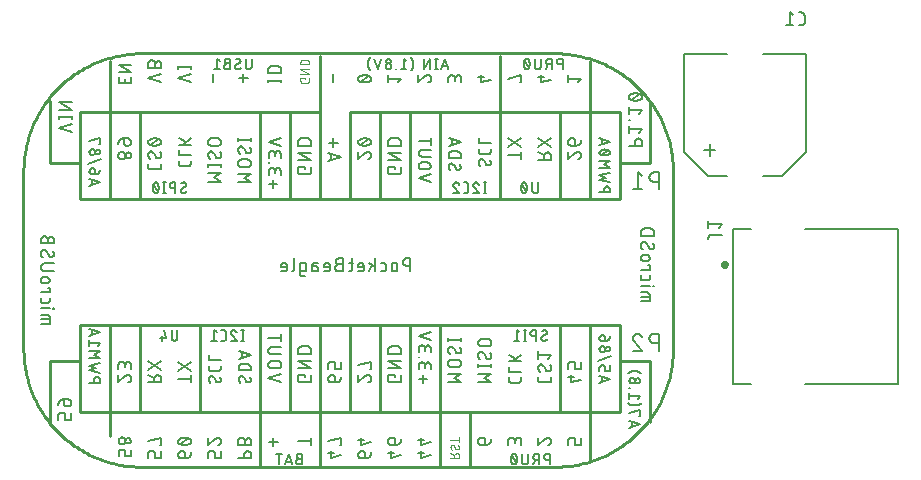
<source format=gbr>
G04 EAGLE Gerber RS-274X export*
G75*
%MOMM*%
%FSLAX34Y34*%
%LPD*%
%INSilkscreen Bottom*%
%IPPOS*%
%AMOC8*
5,1,8,0,0,1.08239X$1,22.5*%
G01*
%ADD10C,0.254000*%
%ADD11C,0.152400*%
%ADD12C,0.127000*%
%ADD13C,0.101600*%
%ADD14C,0.203200*%
%ADD15C,0.300000*%


D10*
X474130Y108470D02*
X124130Y108470D01*
X121714Y108499D01*
X119299Y108587D01*
X116887Y108733D01*
X114479Y108937D01*
X112076Y109199D01*
X109681Y109519D01*
X107294Y109897D01*
X104917Y110333D01*
X102552Y110826D01*
X100198Y111376D01*
X97859Y111982D01*
X95535Y112645D01*
X93228Y113364D01*
X90939Y114139D01*
X88670Y114968D01*
X86421Y115853D01*
X84194Y116791D01*
X81990Y117783D01*
X79811Y118827D01*
X77658Y119924D01*
X75532Y121073D01*
X73434Y122273D01*
X71366Y123523D01*
X69329Y124823D01*
X67324Y126172D01*
X65351Y127568D01*
X63414Y129012D01*
X61511Y130503D01*
X59646Y132038D01*
X57818Y133619D01*
X56028Y135243D01*
X54279Y136910D01*
X52570Y138619D01*
X50903Y140368D01*
X49279Y142158D01*
X47698Y143986D01*
X46163Y145851D01*
X44672Y147754D01*
X43228Y149691D01*
X41832Y151664D01*
X40483Y153669D01*
X39183Y155706D01*
X37933Y157774D01*
X36733Y159872D01*
X35584Y161998D01*
X34487Y164151D01*
X33443Y166330D01*
X32451Y168534D01*
X31513Y170761D01*
X30628Y173010D01*
X29799Y175279D01*
X29024Y177568D01*
X28305Y179875D01*
X27642Y182199D01*
X27036Y184538D01*
X26486Y186892D01*
X25993Y189257D01*
X25557Y191634D01*
X25179Y194021D01*
X24859Y196416D01*
X24597Y198819D01*
X24393Y201227D01*
X24247Y203639D01*
X24159Y206054D01*
X24130Y208470D01*
X24130Y358470D01*
X24159Y360886D01*
X24247Y363301D01*
X24393Y365713D01*
X24597Y368121D01*
X24859Y370524D01*
X25179Y372919D01*
X25557Y375306D01*
X25993Y377683D01*
X26486Y380048D01*
X27036Y382402D01*
X27642Y384741D01*
X28305Y387065D01*
X29024Y389372D01*
X29799Y391661D01*
X30628Y393930D01*
X31513Y396179D01*
X32451Y398406D01*
X33443Y400610D01*
X34487Y402789D01*
X35584Y404942D01*
X36733Y407068D01*
X37933Y409166D01*
X39183Y411234D01*
X40483Y413271D01*
X41832Y415276D01*
X43228Y417249D01*
X44672Y419186D01*
X46163Y421089D01*
X47698Y422954D01*
X49279Y424782D01*
X50903Y426572D01*
X52570Y428321D01*
X54279Y430030D01*
X56028Y431697D01*
X57818Y433321D01*
X59646Y434902D01*
X61511Y436437D01*
X63414Y437928D01*
X65351Y439372D01*
X67324Y440768D01*
X69329Y442117D01*
X71366Y443417D01*
X73434Y444667D01*
X75532Y445867D01*
X77658Y447016D01*
X79811Y448113D01*
X81990Y449157D01*
X84194Y450149D01*
X86421Y451087D01*
X88670Y451972D01*
X90939Y452801D01*
X93228Y453576D01*
X95535Y454295D01*
X97859Y454958D01*
X100198Y455564D01*
X102552Y456114D01*
X104917Y456607D01*
X107294Y457043D01*
X109681Y457421D01*
X112076Y457741D01*
X114479Y458003D01*
X116887Y458207D01*
X119299Y458353D01*
X121714Y458441D01*
X124130Y458470D01*
X474130Y458470D01*
X476546Y458441D01*
X478961Y458353D01*
X481373Y458207D01*
X483781Y458003D01*
X486184Y457741D01*
X488579Y457421D01*
X490966Y457043D01*
X493343Y456607D01*
X495708Y456114D01*
X498062Y455564D01*
X500401Y454958D01*
X502725Y454295D01*
X505032Y453576D01*
X507321Y452801D01*
X509590Y451972D01*
X511839Y451087D01*
X514066Y450149D01*
X516270Y449157D01*
X518449Y448113D01*
X520602Y447016D01*
X522728Y445867D01*
X524826Y444667D01*
X526894Y443417D01*
X528931Y442117D01*
X530936Y440768D01*
X532909Y439372D01*
X534846Y437928D01*
X536749Y436437D01*
X538614Y434902D01*
X540442Y433321D01*
X542232Y431697D01*
X543981Y430030D01*
X545690Y428321D01*
X547357Y426572D01*
X548981Y424782D01*
X550562Y422954D01*
X552097Y421089D01*
X553588Y419186D01*
X555032Y417249D01*
X556428Y415276D01*
X557777Y413271D01*
X559077Y411234D01*
X560327Y409166D01*
X561527Y407068D01*
X562676Y404942D01*
X563773Y402789D01*
X564817Y400610D01*
X565809Y398406D01*
X566747Y396179D01*
X567632Y393930D01*
X568461Y391661D01*
X569236Y389372D01*
X569955Y387065D01*
X570618Y384741D01*
X571224Y382402D01*
X571774Y380048D01*
X572267Y377683D01*
X572703Y375306D01*
X573081Y372919D01*
X573401Y370524D01*
X573663Y368121D01*
X573867Y365713D01*
X574013Y363301D01*
X574101Y360886D01*
X574130Y358470D01*
X574130Y208470D01*
X574101Y206054D01*
X574013Y203639D01*
X573867Y201227D01*
X573663Y198819D01*
X573401Y196416D01*
X573081Y194021D01*
X572703Y191634D01*
X572267Y189257D01*
X571774Y186892D01*
X571224Y184538D01*
X570618Y182199D01*
X569955Y179875D01*
X569236Y177568D01*
X568461Y175279D01*
X567632Y173010D01*
X566747Y170761D01*
X565809Y168534D01*
X564817Y166330D01*
X563773Y164151D01*
X562676Y161998D01*
X561527Y159872D01*
X560327Y157774D01*
X559077Y155706D01*
X557777Y153669D01*
X556428Y151664D01*
X555032Y149691D01*
X553588Y147754D01*
X552097Y145851D01*
X550562Y143986D01*
X548981Y142158D01*
X547357Y140368D01*
X545690Y138619D01*
X543981Y136910D01*
X542232Y135243D01*
X540442Y133619D01*
X538614Y132038D01*
X536749Y130503D01*
X534846Y129012D01*
X532909Y127568D01*
X530936Y126172D01*
X528931Y124823D01*
X526894Y123523D01*
X524826Y122273D01*
X522728Y121073D01*
X520602Y119924D01*
X518449Y118827D01*
X516270Y117783D01*
X514066Y116791D01*
X511839Y115853D01*
X509590Y114968D01*
X507321Y114139D01*
X505032Y113364D01*
X502725Y112645D01*
X500401Y111982D01*
X498062Y111376D01*
X495708Y110826D01*
X493343Y110333D01*
X490966Y109897D01*
X488579Y109519D01*
X486184Y109199D01*
X483781Y108937D01*
X481373Y108733D01*
X478961Y108587D01*
X476546Y108499D01*
X474130Y108470D01*
D11*
X351451Y273812D02*
X351451Y284988D01*
X348347Y284988D01*
X348236Y284986D01*
X348126Y284980D01*
X348015Y284970D01*
X347905Y284956D01*
X347796Y284939D01*
X347687Y284917D01*
X347579Y284892D01*
X347473Y284862D01*
X347367Y284829D01*
X347262Y284792D01*
X347159Y284752D01*
X347058Y284707D01*
X346958Y284660D01*
X346859Y284608D01*
X346763Y284553D01*
X346669Y284495D01*
X346577Y284434D01*
X346487Y284369D01*
X346399Y284301D01*
X346314Y284230D01*
X346232Y284156D01*
X346152Y284079D01*
X346075Y283999D01*
X346001Y283917D01*
X345930Y283832D01*
X345862Y283744D01*
X345797Y283654D01*
X345736Y283562D01*
X345678Y283468D01*
X345623Y283372D01*
X345571Y283273D01*
X345524Y283173D01*
X345479Y283072D01*
X345439Y282969D01*
X345402Y282864D01*
X345369Y282758D01*
X345339Y282652D01*
X345314Y282544D01*
X345292Y282435D01*
X345275Y282326D01*
X345261Y282216D01*
X345251Y282105D01*
X345245Y281995D01*
X345243Y281884D01*
X345245Y281773D01*
X345251Y281663D01*
X345261Y281552D01*
X345275Y281442D01*
X345292Y281333D01*
X345314Y281224D01*
X345339Y281116D01*
X345369Y281010D01*
X345402Y280904D01*
X345439Y280799D01*
X345479Y280696D01*
X345524Y280595D01*
X345571Y280495D01*
X345623Y280396D01*
X345678Y280300D01*
X345736Y280206D01*
X345797Y280114D01*
X345862Y280024D01*
X345930Y279936D01*
X346001Y279851D01*
X346075Y279769D01*
X346152Y279689D01*
X346232Y279612D01*
X346314Y279538D01*
X346399Y279467D01*
X346487Y279399D01*
X346577Y279334D01*
X346669Y279273D01*
X346763Y279215D01*
X346859Y279160D01*
X346958Y279108D01*
X347058Y279061D01*
X347159Y279016D01*
X347262Y278976D01*
X347367Y278939D01*
X347473Y278906D01*
X347579Y278876D01*
X347687Y278851D01*
X347796Y278829D01*
X347905Y278812D01*
X348015Y278798D01*
X348126Y278788D01*
X348236Y278782D01*
X348347Y278780D01*
X348347Y278779D02*
X351451Y278779D01*
X340755Y278779D02*
X340755Y276296D01*
X340755Y278779D02*
X340753Y278878D01*
X340747Y278976D01*
X340737Y279075D01*
X340724Y279172D01*
X340706Y279270D01*
X340685Y279366D01*
X340659Y279462D01*
X340630Y279556D01*
X340598Y279649D01*
X340561Y279741D01*
X340521Y279831D01*
X340477Y279920D01*
X340430Y280007D01*
X340380Y280092D01*
X340326Y280174D01*
X340269Y280255D01*
X340209Y280333D01*
X340145Y280409D01*
X340079Y280482D01*
X340010Y280553D01*
X339938Y280621D01*
X339863Y280685D01*
X339786Y280747D01*
X339707Y280806D01*
X339625Y280861D01*
X339541Y280914D01*
X339456Y280962D01*
X339368Y281008D01*
X339278Y281050D01*
X339187Y281088D01*
X339095Y281122D01*
X339001Y281153D01*
X338906Y281180D01*
X338810Y281204D01*
X338713Y281223D01*
X338616Y281239D01*
X338518Y281251D01*
X338419Y281259D01*
X338320Y281263D01*
X338222Y281263D01*
X338123Y281259D01*
X338024Y281251D01*
X337926Y281239D01*
X337829Y281223D01*
X337732Y281204D01*
X337636Y281180D01*
X337541Y281153D01*
X337447Y281122D01*
X337355Y281088D01*
X337264Y281050D01*
X337174Y281008D01*
X337086Y280962D01*
X337001Y280914D01*
X336917Y280861D01*
X336835Y280806D01*
X336756Y280747D01*
X336679Y280685D01*
X336604Y280621D01*
X336532Y280553D01*
X336463Y280482D01*
X336397Y280409D01*
X336333Y280333D01*
X336273Y280255D01*
X336216Y280174D01*
X336162Y280092D01*
X336112Y280007D01*
X336065Y279920D01*
X336021Y279831D01*
X335981Y279741D01*
X335944Y279649D01*
X335912Y279556D01*
X335883Y279462D01*
X335857Y279366D01*
X335836Y279270D01*
X335818Y279172D01*
X335805Y279075D01*
X335795Y278976D01*
X335789Y278878D01*
X335787Y278779D01*
X335788Y278779D02*
X335788Y276296D01*
X335787Y276296D02*
X335789Y276197D01*
X335795Y276099D01*
X335805Y276000D01*
X335818Y275903D01*
X335836Y275805D01*
X335857Y275709D01*
X335883Y275613D01*
X335912Y275519D01*
X335944Y275426D01*
X335981Y275334D01*
X336021Y275244D01*
X336065Y275155D01*
X336112Y275068D01*
X336162Y274983D01*
X336216Y274901D01*
X336273Y274820D01*
X336333Y274742D01*
X336397Y274666D01*
X336463Y274593D01*
X336532Y274522D01*
X336604Y274454D01*
X336679Y274390D01*
X336756Y274328D01*
X336835Y274269D01*
X336917Y274214D01*
X337001Y274161D01*
X337086Y274113D01*
X337174Y274067D01*
X337264Y274025D01*
X337355Y273987D01*
X337447Y273953D01*
X337541Y273922D01*
X337636Y273895D01*
X337732Y273871D01*
X337829Y273852D01*
X337926Y273836D01*
X338024Y273824D01*
X338123Y273816D01*
X338222Y273812D01*
X338320Y273812D01*
X338419Y273816D01*
X338518Y273824D01*
X338616Y273836D01*
X338713Y273852D01*
X338810Y273871D01*
X338906Y273895D01*
X339001Y273922D01*
X339095Y273953D01*
X339187Y273987D01*
X339278Y274025D01*
X339368Y274067D01*
X339456Y274113D01*
X339541Y274161D01*
X339625Y274214D01*
X339707Y274269D01*
X339786Y274328D01*
X339863Y274390D01*
X339938Y274454D01*
X340010Y274522D01*
X340079Y274593D01*
X340145Y274666D01*
X340209Y274742D01*
X340269Y274820D01*
X340326Y274901D01*
X340380Y274983D01*
X340430Y275068D01*
X340477Y275155D01*
X340521Y275244D01*
X340561Y275334D01*
X340598Y275426D01*
X340630Y275519D01*
X340659Y275613D01*
X340685Y275709D01*
X340706Y275805D01*
X340724Y275903D01*
X340737Y276000D01*
X340747Y276099D01*
X340753Y276197D01*
X340755Y276296D01*
X328970Y273812D02*
X326486Y273812D01*
X328970Y273812D02*
X329054Y273814D01*
X329137Y273820D01*
X329220Y273829D01*
X329303Y273842D01*
X329385Y273859D01*
X329466Y273879D01*
X329546Y273903D01*
X329625Y273931D01*
X329702Y273962D01*
X329778Y273996D01*
X329853Y274034D01*
X329926Y274076D01*
X329996Y274120D01*
X330065Y274168D01*
X330132Y274218D01*
X330196Y274272D01*
X330257Y274328D01*
X330317Y274388D01*
X330373Y274449D01*
X330427Y274513D01*
X330477Y274580D01*
X330525Y274649D01*
X330569Y274719D01*
X330611Y274792D01*
X330649Y274867D01*
X330683Y274943D01*
X330714Y275020D01*
X330742Y275099D01*
X330766Y275179D01*
X330786Y275260D01*
X330803Y275342D01*
X330816Y275425D01*
X330826Y275508D01*
X330831Y275591D01*
X330833Y275675D01*
X330832Y275675D02*
X330832Y279400D01*
X330833Y279400D02*
X330831Y279484D01*
X330826Y279567D01*
X330816Y279650D01*
X330803Y279733D01*
X330786Y279815D01*
X330766Y279896D01*
X330742Y279976D01*
X330714Y280055D01*
X330683Y280132D01*
X330649Y280208D01*
X330611Y280283D01*
X330569Y280356D01*
X330525Y280426D01*
X330477Y280495D01*
X330427Y280562D01*
X330373Y280626D01*
X330317Y280687D01*
X330257Y280747D01*
X330196Y280803D01*
X330132Y280857D01*
X330065Y280907D01*
X329996Y280955D01*
X329926Y280999D01*
X329853Y281041D01*
X329778Y281079D01*
X329702Y281113D01*
X329625Y281144D01*
X329546Y281172D01*
X329466Y281196D01*
X329385Y281216D01*
X329303Y281233D01*
X329220Y281246D01*
X329137Y281256D01*
X329054Y281261D01*
X328970Y281263D01*
X326486Y281263D01*
X321536Y284988D02*
X321536Y273812D01*
X321536Y277537D02*
X316568Y281263D01*
X319362Y279090D02*
X316568Y273812D01*
X310317Y273812D02*
X307213Y273812D01*
X310317Y273812D02*
X310401Y273814D01*
X310484Y273820D01*
X310567Y273829D01*
X310650Y273842D01*
X310732Y273859D01*
X310813Y273879D01*
X310893Y273903D01*
X310972Y273931D01*
X311049Y273962D01*
X311125Y273996D01*
X311200Y274034D01*
X311273Y274076D01*
X311343Y274120D01*
X311412Y274168D01*
X311479Y274218D01*
X311543Y274272D01*
X311604Y274328D01*
X311664Y274388D01*
X311720Y274449D01*
X311774Y274513D01*
X311824Y274580D01*
X311872Y274649D01*
X311916Y274719D01*
X311958Y274792D01*
X311996Y274867D01*
X312030Y274943D01*
X312061Y275020D01*
X312089Y275099D01*
X312113Y275179D01*
X312133Y275260D01*
X312150Y275342D01*
X312163Y275425D01*
X312173Y275508D01*
X312178Y275591D01*
X312180Y275675D01*
X312180Y278779D01*
X312178Y278878D01*
X312172Y278976D01*
X312162Y279075D01*
X312149Y279172D01*
X312131Y279270D01*
X312110Y279366D01*
X312084Y279462D01*
X312055Y279556D01*
X312023Y279649D01*
X311986Y279741D01*
X311946Y279831D01*
X311902Y279920D01*
X311855Y280007D01*
X311805Y280092D01*
X311751Y280174D01*
X311694Y280255D01*
X311634Y280333D01*
X311570Y280409D01*
X311504Y280482D01*
X311435Y280553D01*
X311363Y280621D01*
X311288Y280685D01*
X311211Y280747D01*
X311132Y280806D01*
X311050Y280861D01*
X310966Y280914D01*
X310881Y280962D01*
X310793Y281008D01*
X310703Y281050D01*
X310612Y281088D01*
X310520Y281122D01*
X310426Y281153D01*
X310331Y281180D01*
X310235Y281204D01*
X310138Y281223D01*
X310041Y281239D01*
X309943Y281251D01*
X309844Y281259D01*
X309745Y281263D01*
X309647Y281263D01*
X309548Y281259D01*
X309449Y281251D01*
X309351Y281239D01*
X309254Y281223D01*
X309157Y281204D01*
X309061Y281180D01*
X308966Y281153D01*
X308872Y281122D01*
X308780Y281088D01*
X308689Y281050D01*
X308599Y281008D01*
X308511Y280962D01*
X308426Y280914D01*
X308342Y280861D01*
X308260Y280806D01*
X308181Y280747D01*
X308104Y280685D01*
X308029Y280621D01*
X307957Y280553D01*
X307888Y280482D01*
X307822Y280409D01*
X307758Y280333D01*
X307698Y280255D01*
X307641Y280174D01*
X307587Y280092D01*
X307537Y280007D01*
X307490Y279920D01*
X307446Y279831D01*
X307406Y279741D01*
X307369Y279649D01*
X307337Y279556D01*
X307308Y279462D01*
X307282Y279366D01*
X307261Y279270D01*
X307243Y279172D01*
X307230Y279075D01*
X307220Y278976D01*
X307214Y278878D01*
X307212Y278779D01*
X307213Y278779D02*
X307213Y277537D01*
X312180Y277537D01*
X303292Y281263D02*
X299567Y281263D01*
X302051Y284988D02*
X302051Y275675D01*
X302049Y275591D01*
X302043Y275508D01*
X302034Y275425D01*
X302021Y275342D01*
X302004Y275260D01*
X301984Y275179D01*
X301960Y275099D01*
X301932Y275020D01*
X301901Y274943D01*
X301867Y274867D01*
X301829Y274792D01*
X301787Y274719D01*
X301743Y274649D01*
X301695Y274580D01*
X301645Y274513D01*
X301591Y274449D01*
X301535Y274388D01*
X301475Y274328D01*
X301414Y274272D01*
X301350Y274218D01*
X301283Y274168D01*
X301214Y274120D01*
X301144Y274076D01*
X301071Y274034D01*
X300996Y273996D01*
X300920Y273962D01*
X300843Y273931D01*
X300764Y273903D01*
X300684Y273879D01*
X300603Y273859D01*
X300521Y273842D01*
X300438Y273829D01*
X300355Y273819D01*
X300272Y273814D01*
X300188Y273812D01*
X299567Y273812D01*
X294301Y280021D02*
X291197Y280021D01*
X291197Y280020D02*
X291086Y280018D01*
X290976Y280012D01*
X290865Y280002D01*
X290755Y279988D01*
X290646Y279971D01*
X290537Y279949D01*
X290429Y279924D01*
X290323Y279894D01*
X290217Y279861D01*
X290112Y279824D01*
X290009Y279784D01*
X289908Y279739D01*
X289808Y279692D01*
X289709Y279640D01*
X289613Y279585D01*
X289519Y279527D01*
X289427Y279466D01*
X289337Y279401D01*
X289249Y279333D01*
X289164Y279262D01*
X289082Y279188D01*
X289002Y279111D01*
X288925Y279031D01*
X288851Y278949D01*
X288780Y278864D01*
X288712Y278776D01*
X288647Y278686D01*
X288586Y278594D01*
X288528Y278500D01*
X288473Y278404D01*
X288421Y278305D01*
X288374Y278205D01*
X288329Y278104D01*
X288289Y278001D01*
X288252Y277896D01*
X288219Y277790D01*
X288189Y277684D01*
X288164Y277576D01*
X288142Y277467D01*
X288125Y277358D01*
X288111Y277248D01*
X288101Y277137D01*
X288095Y277027D01*
X288093Y276916D01*
X288095Y276805D01*
X288101Y276695D01*
X288111Y276584D01*
X288125Y276474D01*
X288142Y276365D01*
X288164Y276256D01*
X288189Y276148D01*
X288219Y276042D01*
X288252Y275936D01*
X288289Y275831D01*
X288329Y275728D01*
X288374Y275627D01*
X288421Y275527D01*
X288473Y275428D01*
X288528Y275332D01*
X288586Y275238D01*
X288647Y275146D01*
X288712Y275056D01*
X288780Y274968D01*
X288851Y274883D01*
X288925Y274801D01*
X289002Y274721D01*
X289082Y274644D01*
X289164Y274570D01*
X289249Y274499D01*
X289337Y274431D01*
X289427Y274366D01*
X289519Y274305D01*
X289613Y274247D01*
X289709Y274192D01*
X289808Y274140D01*
X289908Y274093D01*
X290009Y274048D01*
X290112Y274008D01*
X290217Y273971D01*
X290323Y273938D01*
X290429Y273908D01*
X290537Y273883D01*
X290646Y273861D01*
X290755Y273844D01*
X290865Y273830D01*
X290976Y273820D01*
X291086Y273814D01*
X291197Y273812D01*
X294301Y273812D01*
X294301Y284988D01*
X291197Y284988D01*
X291098Y284986D01*
X291000Y284980D01*
X290901Y284970D01*
X290804Y284957D01*
X290706Y284939D01*
X290610Y284918D01*
X290514Y284892D01*
X290420Y284863D01*
X290327Y284831D01*
X290235Y284794D01*
X290145Y284754D01*
X290056Y284710D01*
X289969Y284663D01*
X289884Y284613D01*
X289802Y284559D01*
X289721Y284502D01*
X289643Y284442D01*
X289567Y284378D01*
X289494Y284312D01*
X289423Y284243D01*
X289355Y284171D01*
X289291Y284096D01*
X289229Y284019D01*
X289170Y283940D01*
X289115Y283858D01*
X289062Y283774D01*
X289014Y283689D01*
X288968Y283601D01*
X288926Y283511D01*
X288888Y283420D01*
X288854Y283328D01*
X288823Y283234D01*
X288796Y283139D01*
X288772Y283043D01*
X288753Y282946D01*
X288737Y282849D01*
X288725Y282751D01*
X288717Y282652D01*
X288713Y282553D01*
X288713Y282455D01*
X288717Y282356D01*
X288725Y282257D01*
X288737Y282159D01*
X288753Y282062D01*
X288772Y281965D01*
X288796Y281869D01*
X288823Y281774D01*
X288854Y281680D01*
X288888Y281588D01*
X288926Y281497D01*
X288968Y281407D01*
X289014Y281319D01*
X289062Y281234D01*
X289115Y281150D01*
X289170Y281068D01*
X289229Y280989D01*
X289291Y280912D01*
X289355Y280837D01*
X289423Y280765D01*
X289494Y280696D01*
X289567Y280630D01*
X289643Y280566D01*
X289721Y280506D01*
X289802Y280449D01*
X289884Y280395D01*
X289969Y280345D01*
X290056Y280298D01*
X290145Y280254D01*
X290235Y280214D01*
X290327Y280177D01*
X290420Y280145D01*
X290514Y280116D01*
X290610Y280090D01*
X290706Y280069D01*
X290804Y280051D01*
X290901Y280038D01*
X291000Y280028D01*
X291098Y280022D01*
X291197Y280020D01*
X281742Y273812D02*
X278638Y273812D01*
X281742Y273812D02*
X281826Y273814D01*
X281909Y273820D01*
X281992Y273829D01*
X282075Y273842D01*
X282157Y273859D01*
X282238Y273879D01*
X282318Y273903D01*
X282397Y273931D01*
X282474Y273962D01*
X282550Y273996D01*
X282625Y274034D01*
X282698Y274076D01*
X282768Y274120D01*
X282837Y274168D01*
X282904Y274218D01*
X282968Y274272D01*
X283029Y274328D01*
X283089Y274388D01*
X283145Y274449D01*
X283199Y274513D01*
X283249Y274580D01*
X283297Y274649D01*
X283341Y274719D01*
X283383Y274792D01*
X283421Y274867D01*
X283455Y274943D01*
X283486Y275020D01*
X283514Y275099D01*
X283538Y275179D01*
X283558Y275260D01*
X283575Y275342D01*
X283588Y275425D01*
X283598Y275508D01*
X283603Y275591D01*
X283605Y275675D01*
X283605Y278779D01*
X283603Y278878D01*
X283597Y278976D01*
X283587Y279075D01*
X283574Y279172D01*
X283556Y279270D01*
X283535Y279366D01*
X283509Y279462D01*
X283480Y279556D01*
X283448Y279649D01*
X283411Y279741D01*
X283371Y279831D01*
X283327Y279920D01*
X283280Y280007D01*
X283230Y280092D01*
X283176Y280174D01*
X283119Y280255D01*
X283059Y280333D01*
X282995Y280409D01*
X282929Y280482D01*
X282860Y280553D01*
X282788Y280621D01*
X282713Y280685D01*
X282636Y280747D01*
X282557Y280806D01*
X282475Y280861D01*
X282391Y280914D01*
X282306Y280962D01*
X282218Y281008D01*
X282128Y281050D01*
X282037Y281088D01*
X281945Y281122D01*
X281851Y281153D01*
X281756Y281180D01*
X281660Y281204D01*
X281563Y281223D01*
X281466Y281239D01*
X281368Y281251D01*
X281269Y281259D01*
X281170Y281263D01*
X281072Y281263D01*
X280973Y281259D01*
X280874Y281251D01*
X280776Y281239D01*
X280679Y281223D01*
X280582Y281204D01*
X280486Y281180D01*
X280391Y281153D01*
X280297Y281122D01*
X280205Y281088D01*
X280114Y281050D01*
X280024Y281008D01*
X279936Y280962D01*
X279851Y280914D01*
X279767Y280861D01*
X279685Y280806D01*
X279606Y280747D01*
X279529Y280685D01*
X279454Y280621D01*
X279382Y280553D01*
X279313Y280482D01*
X279247Y280409D01*
X279183Y280333D01*
X279123Y280255D01*
X279066Y280174D01*
X279012Y280092D01*
X278962Y280007D01*
X278915Y279920D01*
X278871Y279831D01*
X278831Y279741D01*
X278794Y279649D01*
X278762Y279556D01*
X278733Y279462D01*
X278707Y279366D01*
X278686Y279270D01*
X278668Y279172D01*
X278655Y279075D01*
X278645Y278976D01*
X278639Y278878D01*
X278637Y278779D01*
X278638Y278779D02*
X278638Y277537D01*
X283605Y277537D01*
X271600Y278158D02*
X268806Y278158D01*
X271600Y278158D02*
X271692Y278156D01*
X271784Y278150D01*
X271876Y278140D01*
X271967Y278127D01*
X272058Y278109D01*
X272148Y278088D01*
X272236Y278063D01*
X272324Y278034D01*
X272410Y278001D01*
X272495Y277965D01*
X272578Y277925D01*
X272660Y277882D01*
X272739Y277835D01*
X272817Y277785D01*
X272892Y277732D01*
X272965Y277676D01*
X273036Y277616D01*
X273104Y277554D01*
X273169Y277489D01*
X273231Y277421D01*
X273291Y277350D01*
X273347Y277277D01*
X273400Y277202D01*
X273450Y277124D01*
X273497Y277045D01*
X273540Y276963D01*
X273580Y276880D01*
X273616Y276795D01*
X273649Y276709D01*
X273678Y276621D01*
X273703Y276533D01*
X273724Y276443D01*
X273742Y276352D01*
X273755Y276261D01*
X273765Y276169D01*
X273771Y276077D01*
X273773Y275985D01*
X273771Y275893D01*
X273765Y275801D01*
X273755Y275709D01*
X273742Y275618D01*
X273724Y275527D01*
X273703Y275437D01*
X273678Y275349D01*
X273649Y275261D01*
X273616Y275175D01*
X273580Y275090D01*
X273540Y275007D01*
X273497Y274925D01*
X273450Y274846D01*
X273400Y274768D01*
X273347Y274693D01*
X273291Y274620D01*
X273231Y274549D01*
X273169Y274481D01*
X273104Y274416D01*
X273036Y274354D01*
X272965Y274294D01*
X272892Y274238D01*
X272817Y274185D01*
X272739Y274135D01*
X272660Y274088D01*
X272578Y274045D01*
X272495Y274005D01*
X272410Y273969D01*
X272324Y273936D01*
X272236Y273907D01*
X272148Y273882D01*
X272058Y273861D01*
X271967Y273843D01*
X271876Y273830D01*
X271784Y273820D01*
X271692Y273814D01*
X271600Y273812D01*
X268806Y273812D01*
X268806Y279400D01*
X268805Y279400D02*
X268807Y279484D01*
X268813Y279567D01*
X268822Y279650D01*
X268835Y279733D01*
X268852Y279815D01*
X268872Y279896D01*
X268896Y279976D01*
X268924Y280055D01*
X268955Y280132D01*
X268989Y280208D01*
X269027Y280283D01*
X269069Y280356D01*
X269113Y280426D01*
X269161Y280495D01*
X269211Y280562D01*
X269265Y280626D01*
X269321Y280687D01*
X269381Y280747D01*
X269442Y280803D01*
X269506Y280857D01*
X269573Y280907D01*
X269642Y280955D01*
X269712Y280999D01*
X269785Y281041D01*
X269860Y281079D01*
X269936Y281113D01*
X270013Y281144D01*
X270092Y281172D01*
X270172Y281196D01*
X270253Y281216D01*
X270335Y281233D01*
X270418Y281246D01*
X270501Y281256D01*
X270584Y281261D01*
X270668Y281263D01*
X273152Y281263D01*
X261623Y273812D02*
X258519Y273812D01*
X261623Y273812D02*
X261707Y273814D01*
X261790Y273820D01*
X261873Y273829D01*
X261956Y273842D01*
X262038Y273859D01*
X262119Y273879D01*
X262199Y273903D01*
X262278Y273931D01*
X262355Y273962D01*
X262431Y273996D01*
X262506Y274034D01*
X262579Y274076D01*
X262649Y274120D01*
X262718Y274168D01*
X262785Y274218D01*
X262849Y274272D01*
X262910Y274328D01*
X262970Y274388D01*
X263026Y274449D01*
X263080Y274513D01*
X263130Y274580D01*
X263178Y274649D01*
X263222Y274719D01*
X263264Y274792D01*
X263302Y274867D01*
X263336Y274943D01*
X263367Y275020D01*
X263395Y275099D01*
X263419Y275179D01*
X263439Y275260D01*
X263456Y275342D01*
X263469Y275425D01*
X263479Y275508D01*
X263484Y275591D01*
X263486Y275675D01*
X263486Y279400D01*
X263484Y279484D01*
X263479Y279567D01*
X263469Y279650D01*
X263456Y279733D01*
X263439Y279815D01*
X263419Y279896D01*
X263395Y279976D01*
X263367Y280055D01*
X263336Y280132D01*
X263302Y280208D01*
X263264Y280283D01*
X263222Y280356D01*
X263178Y280426D01*
X263130Y280495D01*
X263080Y280562D01*
X263026Y280626D01*
X262970Y280687D01*
X262910Y280747D01*
X262849Y280803D01*
X262785Y280857D01*
X262718Y280907D01*
X262649Y280955D01*
X262579Y280999D01*
X262506Y281041D01*
X262431Y281079D01*
X262355Y281113D01*
X262278Y281144D01*
X262199Y281172D01*
X262119Y281196D01*
X262038Y281216D01*
X261956Y281233D01*
X261873Y281246D01*
X261790Y281256D01*
X261707Y281261D01*
X261623Y281263D01*
X258519Y281263D01*
X258519Y271949D01*
X258518Y271949D02*
X258520Y271865D01*
X258525Y271782D01*
X258535Y271699D01*
X258548Y271616D01*
X258565Y271534D01*
X258585Y271453D01*
X258609Y271373D01*
X258637Y271294D01*
X258668Y271217D01*
X258702Y271141D01*
X258740Y271066D01*
X258782Y270993D01*
X258826Y270923D01*
X258874Y270854D01*
X258924Y270787D01*
X258978Y270723D01*
X259034Y270662D01*
X259094Y270602D01*
X259155Y270546D01*
X259219Y270492D01*
X259286Y270442D01*
X259355Y270394D01*
X259425Y270350D01*
X259498Y270308D01*
X259573Y270270D01*
X259649Y270236D01*
X259726Y270205D01*
X259805Y270177D01*
X259885Y270153D01*
X259966Y270133D01*
X260048Y270116D01*
X260131Y270103D01*
X260214Y270093D01*
X260297Y270088D01*
X260381Y270086D01*
X260381Y270087D02*
X262865Y270087D01*
X253033Y275675D02*
X253033Y284988D01*
X253034Y275675D02*
X253032Y275589D01*
X253026Y275503D01*
X253016Y275418D01*
X253002Y275333D01*
X252985Y275248D01*
X252963Y275165D01*
X252937Y275083D01*
X252908Y275002D01*
X252875Y274923D01*
X252839Y274845D01*
X252799Y274768D01*
X252755Y274694D01*
X252708Y274622D01*
X252658Y274552D01*
X252604Y274485D01*
X252548Y274420D01*
X252488Y274358D01*
X252426Y274298D01*
X252361Y274242D01*
X252294Y274188D01*
X252224Y274138D01*
X252152Y274091D01*
X252078Y274047D01*
X252001Y274007D01*
X251924Y273971D01*
X251844Y273938D01*
X251763Y273909D01*
X251681Y273883D01*
X251598Y273861D01*
X251513Y273844D01*
X251428Y273830D01*
X251343Y273820D01*
X251257Y273814D01*
X251171Y273812D01*
X245166Y273812D02*
X242062Y273812D01*
X245166Y273812D02*
X245250Y273814D01*
X245333Y273820D01*
X245416Y273829D01*
X245499Y273842D01*
X245581Y273859D01*
X245662Y273879D01*
X245742Y273903D01*
X245821Y273931D01*
X245898Y273962D01*
X245974Y273996D01*
X246049Y274034D01*
X246122Y274076D01*
X246192Y274120D01*
X246261Y274168D01*
X246328Y274218D01*
X246392Y274272D01*
X246453Y274328D01*
X246513Y274388D01*
X246569Y274449D01*
X246623Y274513D01*
X246673Y274580D01*
X246721Y274649D01*
X246765Y274719D01*
X246807Y274792D01*
X246845Y274867D01*
X246879Y274943D01*
X246910Y275020D01*
X246938Y275099D01*
X246962Y275179D01*
X246982Y275260D01*
X246999Y275342D01*
X247012Y275425D01*
X247022Y275508D01*
X247027Y275591D01*
X247029Y275675D01*
X247029Y278779D01*
X247030Y278779D02*
X247028Y278878D01*
X247022Y278976D01*
X247012Y279075D01*
X246999Y279172D01*
X246981Y279270D01*
X246960Y279366D01*
X246934Y279462D01*
X246905Y279556D01*
X246873Y279649D01*
X246836Y279741D01*
X246796Y279831D01*
X246752Y279920D01*
X246705Y280007D01*
X246655Y280092D01*
X246601Y280174D01*
X246544Y280255D01*
X246484Y280333D01*
X246420Y280409D01*
X246354Y280482D01*
X246285Y280553D01*
X246213Y280621D01*
X246138Y280685D01*
X246061Y280747D01*
X245982Y280806D01*
X245900Y280861D01*
X245816Y280914D01*
X245731Y280962D01*
X245643Y281008D01*
X245553Y281050D01*
X245462Y281088D01*
X245370Y281122D01*
X245276Y281153D01*
X245181Y281180D01*
X245085Y281204D01*
X244988Y281223D01*
X244891Y281239D01*
X244793Y281251D01*
X244694Y281259D01*
X244595Y281263D01*
X244497Y281263D01*
X244398Y281259D01*
X244299Y281251D01*
X244201Y281239D01*
X244104Y281223D01*
X244007Y281204D01*
X243911Y281180D01*
X243816Y281153D01*
X243722Y281122D01*
X243630Y281088D01*
X243539Y281050D01*
X243449Y281008D01*
X243361Y280962D01*
X243276Y280914D01*
X243192Y280861D01*
X243110Y280806D01*
X243031Y280747D01*
X242954Y280685D01*
X242879Y280621D01*
X242807Y280553D01*
X242738Y280482D01*
X242672Y280409D01*
X242608Y280333D01*
X242548Y280255D01*
X242491Y280174D01*
X242437Y280092D01*
X242387Y280007D01*
X242340Y279920D01*
X242296Y279831D01*
X242256Y279741D01*
X242219Y279649D01*
X242187Y279556D01*
X242158Y279462D01*
X242132Y279366D01*
X242111Y279270D01*
X242093Y279172D01*
X242080Y279075D01*
X242070Y278976D01*
X242064Y278878D01*
X242062Y278779D01*
X242062Y277537D01*
X247029Y277537D01*
X46313Y229651D02*
X38862Y229651D01*
X46313Y229651D02*
X46313Y235239D01*
X46311Y235323D01*
X46306Y235406D01*
X46296Y235489D01*
X46283Y235572D01*
X46266Y235654D01*
X46246Y235735D01*
X46222Y235815D01*
X46194Y235894D01*
X46163Y235971D01*
X46129Y236047D01*
X46091Y236122D01*
X46049Y236195D01*
X46005Y236265D01*
X45957Y236334D01*
X45907Y236401D01*
X45853Y236465D01*
X45797Y236526D01*
X45737Y236586D01*
X45676Y236642D01*
X45612Y236696D01*
X45545Y236746D01*
X45476Y236794D01*
X45406Y236838D01*
X45333Y236880D01*
X45258Y236918D01*
X45182Y236952D01*
X45105Y236983D01*
X45026Y237011D01*
X44946Y237035D01*
X44865Y237055D01*
X44783Y237072D01*
X44700Y237085D01*
X44617Y237095D01*
X44534Y237100D01*
X44450Y237102D01*
X38862Y237102D01*
X38862Y233377D02*
X46313Y233377D01*
X46313Y242521D02*
X38862Y242521D01*
X49417Y242210D02*
X50038Y242210D01*
X50038Y242831D01*
X49417Y242831D01*
X49417Y242210D01*
X38862Y249155D02*
X38862Y251639D01*
X38862Y249155D02*
X38864Y249071D01*
X38869Y248988D01*
X38879Y248905D01*
X38892Y248822D01*
X38909Y248740D01*
X38929Y248659D01*
X38953Y248579D01*
X38981Y248500D01*
X39012Y248423D01*
X39046Y248347D01*
X39084Y248272D01*
X39126Y248199D01*
X39170Y248129D01*
X39218Y248060D01*
X39268Y247993D01*
X39322Y247929D01*
X39378Y247868D01*
X39438Y247808D01*
X39499Y247752D01*
X39563Y247698D01*
X39630Y247648D01*
X39699Y247600D01*
X39769Y247556D01*
X39842Y247514D01*
X39917Y247476D01*
X39993Y247442D01*
X40070Y247411D01*
X40149Y247383D01*
X40229Y247359D01*
X40310Y247339D01*
X40392Y247322D01*
X40475Y247309D01*
X40558Y247299D01*
X40641Y247294D01*
X40725Y247292D01*
X40725Y247293D02*
X44450Y247293D01*
X44450Y247292D02*
X44534Y247294D01*
X44617Y247300D01*
X44700Y247309D01*
X44783Y247322D01*
X44865Y247339D01*
X44946Y247359D01*
X45026Y247383D01*
X45105Y247411D01*
X45182Y247442D01*
X45258Y247476D01*
X45333Y247514D01*
X45406Y247556D01*
X45476Y247600D01*
X45545Y247648D01*
X45612Y247698D01*
X45676Y247752D01*
X45737Y247808D01*
X45797Y247868D01*
X45853Y247929D01*
X45907Y247993D01*
X45957Y248060D01*
X46005Y248129D01*
X46049Y248199D01*
X46091Y248272D01*
X46129Y248347D01*
X46163Y248423D01*
X46194Y248500D01*
X46222Y248579D01*
X46246Y248659D01*
X46266Y248740D01*
X46283Y248822D01*
X46296Y248905D01*
X46306Y248988D01*
X46311Y249071D01*
X46313Y249155D01*
X46313Y251639D01*
X46313Y256503D02*
X38862Y256503D01*
X46313Y256503D02*
X46313Y260228D01*
X45071Y260228D01*
X43829Y264040D02*
X41346Y264040D01*
X43829Y264040D02*
X43928Y264042D01*
X44026Y264048D01*
X44125Y264058D01*
X44222Y264071D01*
X44320Y264089D01*
X44416Y264110D01*
X44512Y264136D01*
X44606Y264165D01*
X44699Y264197D01*
X44791Y264234D01*
X44881Y264274D01*
X44970Y264318D01*
X45057Y264365D01*
X45142Y264415D01*
X45224Y264469D01*
X45305Y264526D01*
X45383Y264586D01*
X45459Y264650D01*
X45532Y264716D01*
X45603Y264785D01*
X45671Y264857D01*
X45735Y264932D01*
X45797Y265009D01*
X45856Y265088D01*
X45911Y265170D01*
X45964Y265254D01*
X46012Y265339D01*
X46058Y265427D01*
X46100Y265517D01*
X46138Y265608D01*
X46172Y265700D01*
X46203Y265794D01*
X46230Y265889D01*
X46254Y265985D01*
X46273Y266082D01*
X46289Y266179D01*
X46301Y266277D01*
X46309Y266376D01*
X46313Y266475D01*
X46313Y266573D01*
X46309Y266672D01*
X46301Y266771D01*
X46289Y266869D01*
X46273Y266966D01*
X46254Y267063D01*
X46230Y267159D01*
X46203Y267254D01*
X46172Y267348D01*
X46138Y267440D01*
X46100Y267531D01*
X46058Y267621D01*
X46012Y267709D01*
X45964Y267794D01*
X45911Y267878D01*
X45856Y267960D01*
X45797Y268039D01*
X45735Y268116D01*
X45671Y268191D01*
X45603Y268263D01*
X45532Y268332D01*
X45459Y268398D01*
X45383Y268462D01*
X45305Y268522D01*
X45224Y268579D01*
X45142Y268633D01*
X45057Y268683D01*
X44970Y268730D01*
X44881Y268774D01*
X44791Y268814D01*
X44699Y268851D01*
X44606Y268883D01*
X44512Y268912D01*
X44416Y268938D01*
X44320Y268959D01*
X44222Y268977D01*
X44125Y268990D01*
X44026Y269000D01*
X43928Y269006D01*
X43829Y269008D01*
X43829Y269007D02*
X41346Y269007D01*
X41346Y269008D02*
X41247Y269006D01*
X41149Y269000D01*
X41050Y268990D01*
X40953Y268977D01*
X40855Y268959D01*
X40759Y268938D01*
X40663Y268912D01*
X40569Y268883D01*
X40476Y268851D01*
X40384Y268814D01*
X40294Y268774D01*
X40205Y268730D01*
X40118Y268683D01*
X40033Y268633D01*
X39951Y268579D01*
X39870Y268522D01*
X39792Y268462D01*
X39716Y268398D01*
X39643Y268332D01*
X39572Y268263D01*
X39504Y268191D01*
X39440Y268116D01*
X39378Y268039D01*
X39319Y267960D01*
X39264Y267878D01*
X39211Y267794D01*
X39163Y267709D01*
X39117Y267621D01*
X39075Y267531D01*
X39037Y267440D01*
X39003Y267348D01*
X38972Y267254D01*
X38945Y267159D01*
X38921Y267063D01*
X38902Y266966D01*
X38886Y266869D01*
X38874Y266771D01*
X38866Y266672D01*
X38862Y266573D01*
X38862Y266475D01*
X38866Y266376D01*
X38874Y266277D01*
X38886Y266179D01*
X38902Y266082D01*
X38921Y265985D01*
X38945Y265889D01*
X38972Y265794D01*
X39003Y265700D01*
X39037Y265608D01*
X39075Y265517D01*
X39117Y265427D01*
X39163Y265339D01*
X39211Y265254D01*
X39264Y265170D01*
X39319Y265088D01*
X39378Y265009D01*
X39440Y264932D01*
X39504Y264857D01*
X39572Y264785D01*
X39643Y264716D01*
X39716Y264650D01*
X39792Y264586D01*
X39870Y264526D01*
X39951Y264469D01*
X40033Y264415D01*
X40118Y264365D01*
X40205Y264318D01*
X40294Y264274D01*
X40384Y264234D01*
X40476Y264197D01*
X40569Y264165D01*
X40663Y264136D01*
X40759Y264110D01*
X40855Y264089D01*
X40953Y264071D01*
X41050Y264058D01*
X41149Y264048D01*
X41247Y264042D01*
X41346Y264040D01*
X41966Y274468D02*
X50038Y274468D01*
X41966Y274469D02*
X41855Y274471D01*
X41745Y274477D01*
X41634Y274487D01*
X41524Y274501D01*
X41415Y274518D01*
X41306Y274540D01*
X41198Y274565D01*
X41092Y274595D01*
X40986Y274628D01*
X40881Y274665D01*
X40778Y274705D01*
X40677Y274750D01*
X40577Y274797D01*
X40478Y274849D01*
X40382Y274904D01*
X40288Y274962D01*
X40196Y275023D01*
X40106Y275088D01*
X40018Y275156D01*
X39933Y275227D01*
X39851Y275301D01*
X39771Y275378D01*
X39694Y275458D01*
X39620Y275540D01*
X39549Y275625D01*
X39481Y275713D01*
X39416Y275803D01*
X39355Y275895D01*
X39297Y275989D01*
X39242Y276085D01*
X39190Y276184D01*
X39143Y276284D01*
X39098Y276385D01*
X39058Y276488D01*
X39021Y276593D01*
X38988Y276699D01*
X38958Y276805D01*
X38933Y276913D01*
X38911Y277022D01*
X38894Y277131D01*
X38880Y277241D01*
X38870Y277352D01*
X38864Y277462D01*
X38862Y277573D01*
X38864Y277684D01*
X38870Y277794D01*
X38880Y277905D01*
X38894Y278015D01*
X38911Y278124D01*
X38933Y278233D01*
X38958Y278341D01*
X38988Y278447D01*
X39021Y278553D01*
X39058Y278658D01*
X39098Y278761D01*
X39143Y278862D01*
X39190Y278962D01*
X39242Y279061D01*
X39297Y279157D01*
X39355Y279251D01*
X39416Y279343D01*
X39481Y279433D01*
X39549Y279521D01*
X39620Y279606D01*
X39694Y279688D01*
X39771Y279768D01*
X39851Y279845D01*
X39933Y279919D01*
X40018Y279990D01*
X40106Y280058D01*
X40196Y280123D01*
X40288Y280184D01*
X40382Y280242D01*
X40478Y280297D01*
X40577Y280349D01*
X40677Y280396D01*
X40778Y280441D01*
X40881Y280481D01*
X40986Y280518D01*
X41092Y280551D01*
X41198Y280581D01*
X41306Y280606D01*
X41415Y280628D01*
X41524Y280645D01*
X41634Y280659D01*
X41745Y280669D01*
X41855Y280675D01*
X41966Y280677D01*
X50038Y280677D01*
X38862Y289623D02*
X38864Y289721D01*
X38870Y289818D01*
X38879Y289915D01*
X38893Y290012D01*
X38910Y290108D01*
X38931Y290203D01*
X38955Y290297D01*
X38984Y290391D01*
X39016Y290483D01*
X39051Y290574D01*
X39090Y290663D01*
X39133Y290751D01*
X39179Y290837D01*
X39228Y290921D01*
X39281Y291003D01*
X39336Y291083D01*
X39395Y291161D01*
X39457Y291236D01*
X39522Y291309D01*
X39590Y291379D01*
X39660Y291447D01*
X39733Y291512D01*
X39808Y291574D01*
X39886Y291633D01*
X39966Y291688D01*
X40048Y291741D01*
X40132Y291790D01*
X40218Y291836D01*
X40306Y291879D01*
X40395Y291918D01*
X40486Y291953D01*
X40578Y291985D01*
X40672Y292014D01*
X40766Y292038D01*
X40861Y292059D01*
X40957Y292076D01*
X41054Y292090D01*
X41151Y292099D01*
X41248Y292105D01*
X41346Y292107D01*
X38862Y289623D02*
X38864Y289480D01*
X38870Y289337D01*
X38879Y289195D01*
X38893Y289053D01*
X38911Y288911D01*
X38932Y288770D01*
X38957Y288629D01*
X38986Y288489D01*
X39019Y288350D01*
X39055Y288212D01*
X39096Y288075D01*
X39140Y287939D01*
X39187Y287805D01*
X39239Y287671D01*
X39293Y287540D01*
X39352Y287409D01*
X39414Y287281D01*
X39479Y287154D01*
X39548Y287029D01*
X39621Y286905D01*
X39696Y286784D01*
X39775Y286665D01*
X39857Y286548D01*
X39943Y286434D01*
X40031Y286322D01*
X40122Y286212D01*
X40217Y286105D01*
X40314Y286000D01*
X40414Y285898D01*
X47554Y286208D02*
X47652Y286210D01*
X47749Y286216D01*
X47846Y286225D01*
X47943Y286239D01*
X48039Y286256D01*
X48134Y286277D01*
X48228Y286301D01*
X48322Y286330D01*
X48414Y286362D01*
X48505Y286397D01*
X48594Y286436D01*
X48682Y286479D01*
X48768Y286525D01*
X48852Y286574D01*
X48934Y286627D01*
X49014Y286682D01*
X49092Y286741D01*
X49167Y286803D01*
X49240Y286868D01*
X49310Y286936D01*
X49378Y287006D01*
X49443Y287079D01*
X49505Y287154D01*
X49564Y287232D01*
X49619Y287312D01*
X49672Y287394D01*
X49721Y287478D01*
X49767Y287564D01*
X49810Y287652D01*
X49849Y287741D01*
X49884Y287832D01*
X49916Y287924D01*
X49945Y288018D01*
X49969Y288112D01*
X49990Y288207D01*
X50007Y288303D01*
X50021Y288400D01*
X50030Y288497D01*
X50036Y288594D01*
X50038Y288692D01*
X50036Y288822D01*
X50031Y288952D01*
X50022Y289082D01*
X50009Y289212D01*
X49993Y289341D01*
X49973Y289470D01*
X49949Y289598D01*
X49922Y289726D01*
X49891Y289852D01*
X49857Y289978D01*
X49819Y290103D01*
X49778Y290226D01*
X49733Y290349D01*
X49685Y290470D01*
X49634Y290590D01*
X49579Y290708D01*
X49521Y290824D01*
X49460Y290939D01*
X49395Y291053D01*
X49328Y291164D01*
X49257Y291273D01*
X49183Y291381D01*
X49107Y291486D01*
X45381Y287451D02*
X45432Y287368D01*
X45486Y287287D01*
X45543Y287209D01*
X45603Y287133D01*
X45666Y287059D01*
X45732Y286988D01*
X45800Y286919D01*
X45871Y286853D01*
X45944Y286789D01*
X46020Y286729D01*
X46098Y286672D01*
X46179Y286617D01*
X46261Y286566D01*
X46345Y286518D01*
X46431Y286473D01*
X46519Y286431D01*
X46608Y286393D01*
X46698Y286359D01*
X46790Y286327D01*
X46883Y286300D01*
X46977Y286276D01*
X47072Y286255D01*
X47168Y286239D01*
X47264Y286226D01*
X47360Y286216D01*
X47457Y286211D01*
X47554Y286209D01*
X43519Y290865D02*
X43468Y290948D01*
X43414Y291029D01*
X43357Y291107D01*
X43297Y291183D01*
X43234Y291257D01*
X43168Y291328D01*
X43100Y291397D01*
X43029Y291463D01*
X42956Y291527D01*
X42880Y291587D01*
X42802Y291644D01*
X42721Y291699D01*
X42639Y291750D01*
X42555Y291798D01*
X42469Y291843D01*
X42381Y291885D01*
X42292Y291923D01*
X42202Y291957D01*
X42110Y291989D01*
X42017Y292016D01*
X41923Y292040D01*
X41828Y292061D01*
X41732Y292077D01*
X41636Y292090D01*
X41540Y292100D01*
X41443Y292105D01*
X41346Y292107D01*
X43519Y290865D02*
X45381Y287450D01*
X45071Y297540D02*
X45071Y300644D01*
X45070Y300644D02*
X45068Y300755D01*
X45062Y300865D01*
X45052Y300976D01*
X45038Y301086D01*
X45021Y301195D01*
X44999Y301304D01*
X44974Y301412D01*
X44944Y301518D01*
X44911Y301624D01*
X44874Y301729D01*
X44834Y301832D01*
X44789Y301933D01*
X44742Y302033D01*
X44690Y302132D01*
X44635Y302228D01*
X44577Y302322D01*
X44516Y302414D01*
X44451Y302504D01*
X44383Y302592D01*
X44312Y302677D01*
X44238Y302759D01*
X44161Y302839D01*
X44081Y302916D01*
X43999Y302990D01*
X43914Y303061D01*
X43826Y303129D01*
X43736Y303194D01*
X43644Y303255D01*
X43550Y303313D01*
X43454Y303368D01*
X43355Y303420D01*
X43255Y303467D01*
X43154Y303512D01*
X43051Y303552D01*
X42946Y303589D01*
X42840Y303622D01*
X42734Y303652D01*
X42626Y303677D01*
X42517Y303699D01*
X42408Y303716D01*
X42298Y303730D01*
X42187Y303740D01*
X42077Y303746D01*
X41966Y303748D01*
X41855Y303746D01*
X41745Y303740D01*
X41634Y303730D01*
X41524Y303716D01*
X41415Y303699D01*
X41306Y303677D01*
X41198Y303652D01*
X41092Y303622D01*
X40986Y303589D01*
X40881Y303552D01*
X40778Y303512D01*
X40677Y303467D01*
X40577Y303420D01*
X40478Y303368D01*
X40382Y303313D01*
X40288Y303255D01*
X40196Y303194D01*
X40106Y303129D01*
X40018Y303061D01*
X39933Y302990D01*
X39851Y302916D01*
X39771Y302839D01*
X39694Y302759D01*
X39620Y302677D01*
X39549Y302592D01*
X39481Y302504D01*
X39416Y302414D01*
X39355Y302322D01*
X39297Y302228D01*
X39242Y302132D01*
X39190Y302033D01*
X39143Y301933D01*
X39098Y301832D01*
X39058Y301729D01*
X39021Y301624D01*
X38988Y301518D01*
X38958Y301412D01*
X38933Y301304D01*
X38911Y301195D01*
X38894Y301086D01*
X38880Y300976D01*
X38870Y300865D01*
X38864Y300755D01*
X38862Y300644D01*
X38862Y297540D01*
X50038Y297540D01*
X50038Y300644D01*
X50036Y300743D01*
X50030Y300841D01*
X50020Y300940D01*
X50007Y301037D01*
X49989Y301135D01*
X49968Y301231D01*
X49942Y301327D01*
X49913Y301421D01*
X49881Y301514D01*
X49844Y301606D01*
X49804Y301696D01*
X49760Y301785D01*
X49713Y301872D01*
X49663Y301957D01*
X49609Y302039D01*
X49552Y302120D01*
X49492Y302198D01*
X49428Y302274D01*
X49362Y302347D01*
X49293Y302418D01*
X49221Y302486D01*
X49146Y302550D01*
X49069Y302612D01*
X48990Y302671D01*
X48908Y302726D01*
X48824Y302779D01*
X48739Y302827D01*
X48651Y302873D01*
X48561Y302915D01*
X48470Y302953D01*
X48378Y302987D01*
X48284Y303018D01*
X48189Y303045D01*
X48093Y303069D01*
X47996Y303088D01*
X47899Y303104D01*
X47801Y303116D01*
X47702Y303124D01*
X47603Y303128D01*
X47505Y303128D01*
X47406Y303124D01*
X47307Y303116D01*
X47209Y303104D01*
X47112Y303088D01*
X47015Y303069D01*
X46919Y303045D01*
X46824Y303018D01*
X46730Y302987D01*
X46638Y302953D01*
X46547Y302915D01*
X46457Y302873D01*
X46369Y302827D01*
X46284Y302779D01*
X46200Y302726D01*
X46118Y302671D01*
X46039Y302612D01*
X45962Y302550D01*
X45887Y302486D01*
X45815Y302418D01*
X45746Y302347D01*
X45680Y302274D01*
X45616Y302198D01*
X45556Y302120D01*
X45499Y302039D01*
X45445Y301957D01*
X45395Y301872D01*
X45348Y301785D01*
X45304Y301696D01*
X45264Y301606D01*
X45227Y301514D01*
X45195Y301421D01*
X45166Y301327D01*
X45140Y301231D01*
X45119Y301135D01*
X45101Y301037D01*
X45088Y300940D01*
X45078Y300841D01*
X45072Y300743D01*
X45070Y300644D01*
X546862Y248553D02*
X554313Y248553D01*
X554313Y254141D01*
X554311Y254225D01*
X554306Y254308D01*
X554296Y254391D01*
X554283Y254474D01*
X554266Y254556D01*
X554246Y254637D01*
X554222Y254717D01*
X554194Y254796D01*
X554163Y254873D01*
X554129Y254949D01*
X554091Y255024D01*
X554049Y255097D01*
X554005Y255167D01*
X553957Y255236D01*
X553907Y255303D01*
X553853Y255367D01*
X553797Y255428D01*
X553737Y255488D01*
X553676Y255544D01*
X553612Y255598D01*
X553545Y255648D01*
X553476Y255696D01*
X553406Y255740D01*
X553333Y255782D01*
X553258Y255820D01*
X553182Y255854D01*
X553105Y255885D01*
X553026Y255913D01*
X552946Y255937D01*
X552865Y255957D01*
X552783Y255974D01*
X552700Y255987D01*
X552617Y255997D01*
X552534Y256002D01*
X552450Y256004D01*
X546862Y256004D01*
X546862Y252278D02*
X554313Y252278D01*
X554313Y261422D02*
X546862Y261422D01*
X557417Y261112D02*
X558038Y261112D01*
X558038Y261733D01*
X557417Y261733D01*
X557417Y261112D01*
X546862Y268057D02*
X546862Y270541D01*
X546862Y268057D02*
X546864Y267973D01*
X546869Y267890D01*
X546879Y267807D01*
X546892Y267724D01*
X546909Y267642D01*
X546929Y267561D01*
X546953Y267481D01*
X546981Y267402D01*
X547012Y267325D01*
X547046Y267249D01*
X547084Y267174D01*
X547126Y267101D01*
X547170Y267031D01*
X547218Y266962D01*
X547268Y266895D01*
X547322Y266831D01*
X547378Y266770D01*
X547438Y266710D01*
X547499Y266654D01*
X547563Y266600D01*
X547630Y266550D01*
X547699Y266502D01*
X547769Y266458D01*
X547842Y266416D01*
X547917Y266378D01*
X547993Y266344D01*
X548070Y266313D01*
X548149Y266285D01*
X548229Y266261D01*
X548310Y266241D01*
X548392Y266224D01*
X548475Y266211D01*
X548558Y266201D01*
X548641Y266196D01*
X548725Y266194D01*
X548725Y266195D02*
X552450Y266195D01*
X552450Y266194D02*
X552534Y266196D01*
X552617Y266202D01*
X552700Y266211D01*
X552783Y266224D01*
X552865Y266241D01*
X552946Y266261D01*
X553026Y266285D01*
X553105Y266313D01*
X553182Y266344D01*
X553258Y266378D01*
X553333Y266416D01*
X553406Y266458D01*
X553476Y266502D01*
X553545Y266550D01*
X553612Y266600D01*
X553676Y266654D01*
X553737Y266710D01*
X553797Y266770D01*
X553853Y266831D01*
X553907Y266895D01*
X553957Y266962D01*
X554005Y267031D01*
X554049Y267101D01*
X554091Y267174D01*
X554129Y267249D01*
X554163Y267325D01*
X554194Y267402D01*
X554222Y267481D01*
X554246Y267561D01*
X554266Y267642D01*
X554283Y267724D01*
X554296Y267807D01*
X554306Y267890D01*
X554311Y267973D01*
X554313Y268057D01*
X554313Y270541D01*
X554313Y275405D02*
X546862Y275405D01*
X554313Y275405D02*
X554313Y279130D01*
X553071Y279130D01*
X551829Y282942D02*
X549346Y282942D01*
X551829Y282941D02*
X551928Y282943D01*
X552026Y282949D01*
X552125Y282959D01*
X552222Y282972D01*
X552320Y282990D01*
X552416Y283011D01*
X552512Y283037D01*
X552606Y283066D01*
X552699Y283098D01*
X552791Y283135D01*
X552881Y283175D01*
X552970Y283219D01*
X553057Y283266D01*
X553142Y283316D01*
X553224Y283370D01*
X553305Y283427D01*
X553383Y283487D01*
X553459Y283551D01*
X553532Y283617D01*
X553603Y283686D01*
X553671Y283758D01*
X553735Y283833D01*
X553797Y283910D01*
X553856Y283989D01*
X553911Y284071D01*
X553964Y284155D01*
X554012Y284240D01*
X554058Y284328D01*
X554100Y284418D01*
X554138Y284509D01*
X554172Y284601D01*
X554203Y284695D01*
X554230Y284790D01*
X554254Y284886D01*
X554273Y284983D01*
X554289Y285080D01*
X554301Y285178D01*
X554309Y285277D01*
X554313Y285376D01*
X554313Y285474D01*
X554309Y285573D01*
X554301Y285672D01*
X554289Y285770D01*
X554273Y285867D01*
X554254Y285964D01*
X554230Y286060D01*
X554203Y286155D01*
X554172Y286249D01*
X554138Y286341D01*
X554100Y286432D01*
X554058Y286522D01*
X554012Y286610D01*
X553964Y286695D01*
X553911Y286779D01*
X553856Y286861D01*
X553797Y286940D01*
X553735Y287017D01*
X553671Y287092D01*
X553603Y287164D01*
X553532Y287233D01*
X553459Y287299D01*
X553383Y287363D01*
X553305Y287423D01*
X553224Y287480D01*
X553142Y287534D01*
X553057Y287584D01*
X552970Y287631D01*
X552881Y287675D01*
X552791Y287715D01*
X552699Y287752D01*
X552606Y287784D01*
X552512Y287813D01*
X552416Y287839D01*
X552320Y287860D01*
X552222Y287878D01*
X552125Y287891D01*
X552026Y287901D01*
X551928Y287907D01*
X551829Y287909D01*
X549346Y287909D01*
X549247Y287907D01*
X549149Y287901D01*
X549050Y287891D01*
X548953Y287878D01*
X548855Y287860D01*
X548759Y287839D01*
X548663Y287813D01*
X548569Y287784D01*
X548476Y287752D01*
X548384Y287715D01*
X548294Y287675D01*
X548205Y287631D01*
X548118Y287584D01*
X548033Y287534D01*
X547951Y287480D01*
X547870Y287423D01*
X547792Y287363D01*
X547716Y287299D01*
X547643Y287233D01*
X547572Y287164D01*
X547504Y287092D01*
X547440Y287017D01*
X547378Y286940D01*
X547319Y286861D01*
X547264Y286779D01*
X547211Y286695D01*
X547163Y286610D01*
X547117Y286522D01*
X547075Y286432D01*
X547037Y286341D01*
X547003Y286249D01*
X546972Y286155D01*
X546945Y286060D01*
X546921Y285964D01*
X546902Y285867D01*
X546886Y285770D01*
X546874Y285672D01*
X546866Y285573D01*
X546862Y285474D01*
X546862Y285376D01*
X546866Y285277D01*
X546874Y285178D01*
X546886Y285080D01*
X546902Y284983D01*
X546921Y284886D01*
X546945Y284790D01*
X546972Y284695D01*
X547003Y284601D01*
X547037Y284509D01*
X547075Y284418D01*
X547117Y284328D01*
X547163Y284240D01*
X547211Y284155D01*
X547264Y284071D01*
X547319Y283989D01*
X547378Y283910D01*
X547440Y283833D01*
X547504Y283758D01*
X547572Y283686D01*
X547643Y283617D01*
X547716Y283551D01*
X547792Y283487D01*
X547870Y283427D01*
X547951Y283370D01*
X548033Y283316D01*
X548118Y283266D01*
X548205Y283219D01*
X548294Y283175D01*
X548384Y283135D01*
X548476Y283098D01*
X548569Y283066D01*
X548663Y283037D01*
X548759Y283011D01*
X548855Y282990D01*
X548953Y282972D01*
X549050Y282959D01*
X549149Y282949D01*
X549247Y282943D01*
X549346Y282941D01*
X546862Y296333D02*
X546864Y296431D01*
X546870Y296528D01*
X546879Y296625D01*
X546893Y296722D01*
X546910Y296818D01*
X546931Y296913D01*
X546955Y297007D01*
X546984Y297101D01*
X547016Y297193D01*
X547051Y297284D01*
X547090Y297373D01*
X547133Y297461D01*
X547179Y297547D01*
X547228Y297631D01*
X547281Y297713D01*
X547336Y297793D01*
X547395Y297871D01*
X547457Y297946D01*
X547522Y298019D01*
X547590Y298089D01*
X547660Y298157D01*
X547733Y298222D01*
X547808Y298284D01*
X547886Y298343D01*
X547966Y298398D01*
X548048Y298451D01*
X548132Y298500D01*
X548218Y298546D01*
X548306Y298589D01*
X548395Y298628D01*
X548486Y298663D01*
X548578Y298695D01*
X548672Y298724D01*
X548766Y298748D01*
X548861Y298769D01*
X548957Y298786D01*
X549054Y298800D01*
X549151Y298809D01*
X549248Y298815D01*
X549346Y298817D01*
X546862Y296333D02*
X546864Y296190D01*
X546870Y296047D01*
X546879Y295905D01*
X546893Y295763D01*
X546911Y295621D01*
X546932Y295480D01*
X546957Y295339D01*
X546986Y295199D01*
X547019Y295060D01*
X547055Y294922D01*
X547096Y294785D01*
X547140Y294649D01*
X547187Y294515D01*
X547239Y294381D01*
X547293Y294250D01*
X547352Y294119D01*
X547414Y293991D01*
X547479Y293864D01*
X547548Y293739D01*
X547621Y293615D01*
X547696Y293494D01*
X547775Y293375D01*
X547857Y293258D01*
X547943Y293144D01*
X548031Y293032D01*
X548122Y292922D01*
X548217Y292815D01*
X548314Y292710D01*
X548414Y292608D01*
X555554Y292918D02*
X555652Y292920D01*
X555749Y292926D01*
X555846Y292935D01*
X555943Y292949D01*
X556039Y292966D01*
X556134Y292987D01*
X556228Y293011D01*
X556322Y293040D01*
X556414Y293072D01*
X556505Y293107D01*
X556594Y293146D01*
X556682Y293189D01*
X556768Y293235D01*
X556852Y293284D01*
X556934Y293337D01*
X557014Y293392D01*
X557092Y293451D01*
X557167Y293513D01*
X557240Y293578D01*
X557310Y293646D01*
X557378Y293716D01*
X557443Y293789D01*
X557505Y293864D01*
X557564Y293942D01*
X557619Y294022D01*
X557672Y294104D01*
X557721Y294188D01*
X557767Y294274D01*
X557810Y294362D01*
X557849Y294451D01*
X557884Y294542D01*
X557916Y294634D01*
X557945Y294728D01*
X557969Y294822D01*
X557990Y294917D01*
X558007Y295013D01*
X558021Y295110D01*
X558030Y295207D01*
X558036Y295304D01*
X558038Y295402D01*
X558036Y295532D01*
X558031Y295662D01*
X558022Y295792D01*
X558009Y295922D01*
X557993Y296051D01*
X557973Y296180D01*
X557949Y296308D01*
X557922Y296436D01*
X557891Y296562D01*
X557857Y296688D01*
X557819Y296813D01*
X557778Y296936D01*
X557733Y297059D01*
X557685Y297180D01*
X557634Y297300D01*
X557579Y297418D01*
X557521Y297534D01*
X557460Y297649D01*
X557395Y297763D01*
X557328Y297874D01*
X557257Y297983D01*
X557183Y298091D01*
X557107Y298196D01*
X553381Y294161D02*
X553432Y294078D01*
X553486Y293997D01*
X553543Y293919D01*
X553603Y293843D01*
X553666Y293769D01*
X553732Y293698D01*
X553800Y293629D01*
X553871Y293563D01*
X553944Y293499D01*
X554020Y293439D01*
X554098Y293382D01*
X554179Y293327D01*
X554261Y293276D01*
X554345Y293228D01*
X554431Y293183D01*
X554519Y293141D01*
X554608Y293103D01*
X554698Y293069D01*
X554790Y293037D01*
X554883Y293010D01*
X554977Y292986D01*
X555072Y292965D01*
X555168Y292949D01*
X555264Y292936D01*
X555360Y292926D01*
X555457Y292921D01*
X555554Y292919D01*
X551519Y297574D02*
X551468Y297657D01*
X551414Y297738D01*
X551357Y297816D01*
X551297Y297892D01*
X551234Y297966D01*
X551168Y298037D01*
X551100Y298106D01*
X551029Y298172D01*
X550956Y298236D01*
X550880Y298296D01*
X550802Y298353D01*
X550721Y298408D01*
X550639Y298459D01*
X550555Y298507D01*
X550469Y298552D01*
X550381Y298594D01*
X550292Y298632D01*
X550202Y298666D01*
X550110Y298698D01*
X550017Y298725D01*
X549923Y298749D01*
X549828Y298770D01*
X549732Y298786D01*
X549636Y298799D01*
X549540Y298809D01*
X549443Y298814D01*
X549346Y298816D01*
X551519Y297575D02*
X553381Y294160D01*
X558038Y304038D02*
X546862Y304038D01*
X558038Y304038D02*
X558038Y307142D01*
X558036Y307253D01*
X558030Y307363D01*
X558020Y307474D01*
X558006Y307584D01*
X557989Y307693D01*
X557967Y307802D01*
X557942Y307910D01*
X557912Y308016D01*
X557879Y308122D01*
X557842Y308227D01*
X557802Y308330D01*
X557757Y308431D01*
X557710Y308531D01*
X557658Y308630D01*
X557603Y308726D01*
X557545Y308820D01*
X557484Y308912D01*
X557419Y309002D01*
X557351Y309090D01*
X557280Y309175D01*
X557206Y309257D01*
X557129Y309337D01*
X557049Y309414D01*
X556967Y309488D01*
X556882Y309559D01*
X556794Y309627D01*
X556704Y309692D01*
X556612Y309753D01*
X556518Y309811D01*
X556422Y309866D01*
X556323Y309918D01*
X556223Y309965D01*
X556122Y310010D01*
X556019Y310050D01*
X555914Y310087D01*
X555808Y310120D01*
X555702Y310150D01*
X555594Y310175D01*
X555485Y310197D01*
X555376Y310214D01*
X555266Y310228D01*
X555155Y310238D01*
X555045Y310244D01*
X554934Y310246D01*
X554934Y310247D02*
X549966Y310247D01*
X549966Y310246D02*
X549855Y310244D01*
X549745Y310238D01*
X549634Y310228D01*
X549524Y310214D01*
X549415Y310197D01*
X549306Y310175D01*
X549198Y310150D01*
X549092Y310120D01*
X548986Y310087D01*
X548881Y310050D01*
X548778Y310010D01*
X548677Y309965D01*
X548577Y309918D01*
X548478Y309866D01*
X548382Y309811D01*
X548288Y309753D01*
X548196Y309692D01*
X548106Y309627D01*
X548018Y309559D01*
X547933Y309488D01*
X547851Y309414D01*
X547771Y309337D01*
X547694Y309257D01*
X547620Y309175D01*
X547549Y309090D01*
X547481Y309002D01*
X547416Y308912D01*
X547355Y308820D01*
X547297Y308726D01*
X547242Y308630D01*
X547190Y308531D01*
X547143Y308431D01*
X547098Y308330D01*
X547058Y308227D01*
X547021Y308122D01*
X546988Y308016D01*
X546958Y307910D01*
X546933Y307802D01*
X546911Y307693D01*
X546894Y307584D01*
X546880Y307474D01*
X546870Y307363D01*
X546864Y307253D01*
X546862Y307142D01*
X546862Y304038D01*
D10*
X275082Y409194D02*
X249682Y409194D01*
X224282Y409194D01*
X122682Y409194D01*
X97282Y409194D01*
X300482Y409194D02*
X300482Y335534D01*
X300482Y409194D02*
X325882Y409194D01*
X351282Y409194D01*
X376682Y409194D01*
X427482Y409194D01*
X478282Y409194D01*
X503682Y409194D01*
X275082Y155194D02*
X249682Y155194D01*
X224282Y155194D01*
X173482Y155194D01*
X122682Y155194D01*
X275082Y155194D02*
X300482Y155194D01*
X325882Y155194D01*
X351282Y155194D01*
X376682Y155194D01*
X402082Y155194D01*
X478282Y155194D01*
X503682Y155194D01*
X97282Y409194D02*
X97282Y452120D01*
X275082Y455930D02*
X275082Y409194D01*
X427482Y409194D02*
X427482Y455930D01*
X503682Y452120D02*
X503682Y409194D01*
X478282Y409194D02*
X478282Y335534D01*
X427482Y335534D02*
X427482Y409194D01*
X376682Y409194D02*
X376682Y335534D01*
X275082Y335534D02*
X275082Y409194D01*
X122682Y409194D02*
X122682Y335534D01*
X122682Y228854D02*
X122682Y155194D01*
X173482Y155194D02*
X173482Y228854D01*
X224282Y228854D02*
X224282Y155194D01*
X275082Y155194D02*
X275082Y228854D01*
X224282Y155194D02*
X224282Y108204D01*
X275082Y108204D02*
X275082Y155194D01*
X503682Y155194D02*
X503682Y113284D01*
X402082Y108204D02*
X402082Y155194D01*
X376682Y155194D02*
X376682Y228854D01*
X478282Y228854D02*
X478282Y155194D01*
X325882Y335534D02*
X325882Y409194D01*
X325882Y228854D02*
X325882Y155194D01*
D12*
X384002Y445135D02*
X381038Y454025D01*
X378075Y445135D01*
X378816Y447358D02*
X383261Y447358D01*
X373723Y445135D02*
X373723Y454025D01*
X374711Y445135D02*
X372735Y445135D01*
X372735Y454025D02*
X374711Y454025D01*
X368573Y454025D02*
X368573Y445135D01*
X363634Y445135D02*
X368573Y454025D01*
X363634Y454025D02*
X363634Y445135D01*
X354259Y449580D02*
X354257Y449783D01*
X354249Y449987D01*
X354237Y450190D01*
X354220Y450393D01*
X354198Y450595D01*
X354171Y450796D01*
X354139Y450997D01*
X354103Y451197D01*
X354062Y451397D01*
X354016Y451595D01*
X353965Y451792D01*
X353909Y451988D01*
X353849Y452182D01*
X353784Y452375D01*
X353714Y452566D01*
X353640Y452755D01*
X353562Y452943D01*
X353479Y453129D01*
X353391Y453312D01*
X353299Y453494D01*
X353203Y453673D01*
X353102Y453850D01*
X352997Y454024D01*
X352888Y454196D01*
X352775Y454365D01*
X352658Y454531D01*
X352537Y454695D01*
X352412Y454855D01*
X352283Y455013D01*
X354259Y449580D02*
X354257Y449377D01*
X354249Y449173D01*
X354237Y448970D01*
X354220Y448767D01*
X354198Y448565D01*
X354171Y448364D01*
X354139Y448163D01*
X354103Y447963D01*
X354062Y447763D01*
X354016Y447565D01*
X353965Y447368D01*
X353909Y447172D01*
X353849Y446978D01*
X353784Y446785D01*
X353714Y446594D01*
X353640Y446405D01*
X353562Y446217D01*
X353479Y446031D01*
X353391Y445848D01*
X353299Y445666D01*
X353203Y445487D01*
X353102Y445310D01*
X352997Y445136D01*
X352888Y444964D01*
X352775Y444795D01*
X352658Y444629D01*
X352537Y444465D01*
X352412Y444305D01*
X352283Y444147D01*
X348456Y452049D02*
X345987Y454025D01*
X345987Y445135D01*
X348456Y445135D02*
X343517Y445135D01*
X339833Y445135D02*
X339833Y445629D01*
X339339Y445629D01*
X339339Y445135D01*
X339833Y445135D01*
X335654Y447604D02*
X335652Y447702D01*
X335646Y447800D01*
X335636Y447898D01*
X335623Y447995D01*
X335605Y448092D01*
X335584Y448188D01*
X335559Y448282D01*
X335530Y448376D01*
X335498Y448469D01*
X335461Y448560D01*
X335422Y448650D01*
X335378Y448738D01*
X335331Y448824D01*
X335281Y448909D01*
X335228Y448991D01*
X335171Y449071D01*
X335111Y449149D01*
X335048Y449224D01*
X334982Y449297D01*
X334913Y449367D01*
X334842Y449434D01*
X334768Y449499D01*
X334691Y449560D01*
X334612Y449619D01*
X334531Y449674D01*
X334448Y449726D01*
X334362Y449774D01*
X334275Y449819D01*
X334186Y449861D01*
X334096Y449899D01*
X334004Y449933D01*
X333911Y449964D01*
X333816Y449991D01*
X333721Y450014D01*
X333624Y450034D01*
X333528Y450049D01*
X333430Y450061D01*
X333332Y450069D01*
X333234Y450073D01*
X333136Y450073D01*
X333038Y450069D01*
X332940Y450061D01*
X332842Y450049D01*
X332746Y450034D01*
X332649Y450014D01*
X332554Y449991D01*
X332459Y449964D01*
X332366Y449933D01*
X332274Y449899D01*
X332184Y449861D01*
X332095Y449819D01*
X332008Y449774D01*
X331922Y449726D01*
X331839Y449674D01*
X331758Y449619D01*
X331679Y449560D01*
X331602Y449499D01*
X331528Y449434D01*
X331457Y449367D01*
X331388Y449297D01*
X331322Y449224D01*
X331259Y449149D01*
X331199Y449071D01*
X331142Y448991D01*
X331089Y448909D01*
X331039Y448824D01*
X330992Y448738D01*
X330948Y448650D01*
X330909Y448560D01*
X330872Y448469D01*
X330840Y448376D01*
X330811Y448282D01*
X330786Y448188D01*
X330765Y448092D01*
X330747Y447995D01*
X330734Y447898D01*
X330724Y447800D01*
X330718Y447702D01*
X330716Y447604D01*
X330718Y447506D01*
X330724Y447408D01*
X330734Y447310D01*
X330747Y447213D01*
X330765Y447116D01*
X330786Y447020D01*
X330811Y446926D01*
X330840Y446832D01*
X330872Y446739D01*
X330909Y446648D01*
X330948Y446558D01*
X330992Y446470D01*
X331039Y446384D01*
X331089Y446299D01*
X331142Y446217D01*
X331199Y446137D01*
X331259Y446059D01*
X331322Y445984D01*
X331388Y445911D01*
X331457Y445841D01*
X331528Y445774D01*
X331602Y445709D01*
X331679Y445648D01*
X331758Y445589D01*
X331839Y445534D01*
X331922Y445482D01*
X332008Y445434D01*
X332095Y445389D01*
X332184Y445347D01*
X332274Y445309D01*
X332366Y445275D01*
X332459Y445244D01*
X332554Y445217D01*
X332649Y445194D01*
X332746Y445174D01*
X332842Y445159D01*
X332940Y445147D01*
X333038Y445139D01*
X333136Y445135D01*
X333234Y445135D01*
X333332Y445139D01*
X333430Y445147D01*
X333528Y445159D01*
X333624Y445174D01*
X333721Y445194D01*
X333816Y445217D01*
X333911Y445244D01*
X334004Y445275D01*
X334096Y445309D01*
X334186Y445347D01*
X334275Y445389D01*
X334362Y445434D01*
X334448Y445482D01*
X334531Y445534D01*
X334612Y445589D01*
X334691Y445648D01*
X334768Y445709D01*
X334842Y445774D01*
X334913Y445841D01*
X334982Y445911D01*
X335048Y445984D01*
X335111Y446059D01*
X335171Y446137D01*
X335228Y446217D01*
X335281Y446299D01*
X335331Y446384D01*
X335378Y446470D01*
X335422Y446558D01*
X335461Y446648D01*
X335498Y446739D01*
X335530Y446832D01*
X335559Y446926D01*
X335584Y447020D01*
X335605Y447116D01*
X335623Y447213D01*
X335636Y447310D01*
X335646Y447408D01*
X335652Y447506D01*
X335654Y447604D01*
X335161Y452049D02*
X335159Y452136D01*
X335153Y452224D01*
X335144Y452311D01*
X335130Y452397D01*
X335113Y452483D01*
X335092Y452567D01*
X335067Y452651D01*
X335038Y452734D01*
X335006Y452815D01*
X334971Y452895D01*
X334932Y452973D01*
X334889Y453050D01*
X334843Y453124D01*
X334794Y453196D01*
X334742Y453266D01*
X334686Y453334D01*
X334628Y453399D01*
X334567Y453462D01*
X334503Y453521D01*
X334436Y453578D01*
X334368Y453632D01*
X334296Y453683D01*
X334223Y453730D01*
X334148Y453775D01*
X334070Y453816D01*
X333991Y453853D01*
X333911Y453887D01*
X333829Y453917D01*
X333746Y453944D01*
X333661Y453967D01*
X333576Y453986D01*
X333490Y454001D01*
X333403Y454013D01*
X333316Y454021D01*
X333229Y454025D01*
X333141Y454025D01*
X333054Y454021D01*
X332967Y454013D01*
X332880Y454001D01*
X332794Y453986D01*
X332709Y453967D01*
X332624Y453944D01*
X332541Y453917D01*
X332459Y453887D01*
X332379Y453853D01*
X332300Y453816D01*
X332222Y453775D01*
X332147Y453730D01*
X332074Y453683D01*
X332002Y453632D01*
X331934Y453578D01*
X331867Y453521D01*
X331803Y453462D01*
X331742Y453399D01*
X331684Y453334D01*
X331628Y453266D01*
X331576Y453196D01*
X331527Y453124D01*
X331481Y453050D01*
X331438Y452973D01*
X331399Y452895D01*
X331364Y452815D01*
X331332Y452734D01*
X331303Y452651D01*
X331278Y452567D01*
X331257Y452483D01*
X331240Y452397D01*
X331226Y452311D01*
X331217Y452224D01*
X331211Y452136D01*
X331209Y452049D01*
X331211Y451962D01*
X331217Y451874D01*
X331226Y451787D01*
X331240Y451701D01*
X331257Y451615D01*
X331278Y451531D01*
X331303Y451447D01*
X331332Y451364D01*
X331364Y451283D01*
X331399Y451203D01*
X331438Y451125D01*
X331481Y451048D01*
X331527Y450974D01*
X331576Y450902D01*
X331628Y450832D01*
X331684Y450764D01*
X331742Y450699D01*
X331803Y450636D01*
X331867Y450577D01*
X331934Y450520D01*
X332002Y450466D01*
X332074Y450415D01*
X332147Y450368D01*
X332222Y450323D01*
X332300Y450282D01*
X332379Y450245D01*
X332459Y450211D01*
X332541Y450181D01*
X332624Y450154D01*
X332709Y450131D01*
X332794Y450112D01*
X332880Y450097D01*
X332967Y450085D01*
X333054Y450077D01*
X333141Y450073D01*
X333229Y450073D01*
X333316Y450077D01*
X333403Y450085D01*
X333490Y450097D01*
X333576Y450112D01*
X333661Y450131D01*
X333746Y450154D01*
X333829Y450181D01*
X333911Y450211D01*
X333991Y450245D01*
X334070Y450282D01*
X334148Y450323D01*
X334223Y450368D01*
X334296Y450415D01*
X334368Y450466D01*
X334436Y450520D01*
X334503Y450577D01*
X334567Y450636D01*
X334628Y450699D01*
X334686Y450764D01*
X334742Y450832D01*
X334794Y450902D01*
X334843Y450974D01*
X334889Y451048D01*
X334932Y451125D01*
X334971Y451203D01*
X335006Y451283D01*
X335038Y451364D01*
X335067Y451447D01*
X335092Y451531D01*
X335113Y451615D01*
X335130Y451701D01*
X335144Y451787D01*
X335153Y451874D01*
X335159Y451962D01*
X335161Y452049D01*
X327004Y454025D02*
X324041Y445135D01*
X321078Y454025D01*
X315768Y449580D02*
X315770Y449377D01*
X315778Y449173D01*
X315790Y448970D01*
X315807Y448767D01*
X315829Y448565D01*
X315856Y448364D01*
X315888Y448163D01*
X315924Y447963D01*
X315965Y447763D01*
X316011Y447565D01*
X316062Y447368D01*
X316118Y447172D01*
X316178Y446978D01*
X316243Y446785D01*
X316313Y446594D01*
X316387Y446405D01*
X316465Y446217D01*
X316548Y446031D01*
X316636Y445848D01*
X316728Y445666D01*
X316824Y445487D01*
X316925Y445310D01*
X317030Y445136D01*
X317139Y444964D01*
X317252Y444795D01*
X317369Y444629D01*
X317490Y444465D01*
X317615Y444305D01*
X317744Y444147D01*
X315768Y449580D02*
X315770Y449783D01*
X315778Y449987D01*
X315790Y450190D01*
X315807Y450393D01*
X315829Y450595D01*
X315856Y450796D01*
X315888Y450997D01*
X315924Y451197D01*
X315965Y451397D01*
X316011Y451595D01*
X316062Y451792D01*
X316118Y451988D01*
X316178Y452182D01*
X316243Y452375D01*
X316313Y452566D01*
X316387Y452755D01*
X316465Y452943D01*
X316548Y453129D01*
X316636Y453312D01*
X316728Y453494D01*
X316824Y453673D01*
X316925Y453850D01*
X317030Y454024D01*
X317139Y454196D01*
X317252Y454365D01*
X317369Y454531D01*
X317490Y454695D01*
X317615Y454855D01*
X317744Y455013D01*
D13*
X385699Y115931D02*
X392811Y115931D01*
X392811Y117907D01*
X392809Y117994D01*
X392803Y118082D01*
X392794Y118169D01*
X392780Y118255D01*
X392763Y118341D01*
X392742Y118425D01*
X392717Y118509D01*
X392688Y118592D01*
X392656Y118673D01*
X392621Y118753D01*
X392582Y118831D01*
X392539Y118908D01*
X392493Y118982D01*
X392444Y119054D01*
X392392Y119124D01*
X392336Y119192D01*
X392278Y119257D01*
X392217Y119320D01*
X392153Y119379D01*
X392086Y119436D01*
X392018Y119490D01*
X391946Y119541D01*
X391873Y119588D01*
X391798Y119633D01*
X391720Y119674D01*
X391641Y119711D01*
X391561Y119745D01*
X391479Y119775D01*
X391396Y119802D01*
X391311Y119825D01*
X391226Y119844D01*
X391140Y119859D01*
X391053Y119871D01*
X390966Y119879D01*
X390879Y119883D01*
X390791Y119883D01*
X390704Y119879D01*
X390617Y119871D01*
X390530Y119859D01*
X390444Y119844D01*
X390359Y119825D01*
X390274Y119802D01*
X390191Y119775D01*
X390109Y119745D01*
X390029Y119711D01*
X389950Y119674D01*
X389872Y119633D01*
X389797Y119588D01*
X389724Y119541D01*
X389652Y119490D01*
X389584Y119436D01*
X389517Y119379D01*
X389453Y119320D01*
X389392Y119257D01*
X389334Y119192D01*
X389278Y119124D01*
X389226Y119054D01*
X389177Y118982D01*
X389131Y118908D01*
X389088Y118831D01*
X389049Y118753D01*
X389014Y118673D01*
X388982Y118592D01*
X388953Y118509D01*
X388928Y118425D01*
X388907Y118341D01*
X388890Y118255D01*
X388876Y118169D01*
X388867Y118082D01*
X388861Y117994D01*
X388859Y117907D01*
X388860Y117907D02*
X388860Y115931D01*
X388860Y118302D02*
X385699Y119882D01*
X385699Y125313D02*
X385701Y125391D01*
X385707Y125468D01*
X385716Y125545D01*
X385729Y125621D01*
X385746Y125697D01*
X385767Y125772D01*
X385791Y125845D01*
X385819Y125918D01*
X385851Y125989D01*
X385886Y126058D01*
X385924Y126125D01*
X385965Y126191D01*
X386010Y126254D01*
X386058Y126315D01*
X386108Y126374D01*
X386162Y126430D01*
X386218Y126484D01*
X386277Y126534D01*
X386338Y126582D01*
X386401Y126627D01*
X386467Y126668D01*
X386534Y126706D01*
X386603Y126741D01*
X386674Y126773D01*
X386747Y126801D01*
X386820Y126825D01*
X386895Y126846D01*
X386971Y126863D01*
X387047Y126876D01*
X387124Y126885D01*
X387201Y126891D01*
X387279Y126893D01*
X385699Y125313D02*
X385701Y125198D01*
X385707Y125084D01*
X385717Y124970D01*
X385730Y124856D01*
X385748Y124743D01*
X385770Y124630D01*
X385795Y124518D01*
X385824Y124408D01*
X385857Y124298D01*
X385894Y124189D01*
X385934Y124082D01*
X385978Y123976D01*
X386026Y123872D01*
X386077Y123769D01*
X386132Y123669D01*
X386190Y123570D01*
X386252Y123473D01*
X386316Y123379D01*
X386384Y123286D01*
X386456Y123196D01*
X386530Y123109D01*
X386607Y123024D01*
X386687Y122942D01*
X391231Y123140D02*
X391309Y123142D01*
X391386Y123148D01*
X391463Y123157D01*
X391539Y123170D01*
X391615Y123187D01*
X391690Y123208D01*
X391763Y123232D01*
X391836Y123260D01*
X391907Y123292D01*
X391976Y123327D01*
X392043Y123365D01*
X392109Y123406D01*
X392172Y123451D01*
X392233Y123499D01*
X392292Y123549D01*
X392348Y123603D01*
X392402Y123659D01*
X392452Y123718D01*
X392500Y123779D01*
X392545Y123842D01*
X392586Y123908D01*
X392624Y123975D01*
X392659Y124044D01*
X392691Y124115D01*
X392719Y124188D01*
X392743Y124261D01*
X392764Y124336D01*
X392781Y124412D01*
X392794Y124488D01*
X392803Y124565D01*
X392809Y124643D01*
X392811Y124720D01*
X392809Y124826D01*
X392803Y124932D01*
X392794Y125037D01*
X392781Y125142D01*
X392764Y125247D01*
X392743Y125351D01*
X392719Y125454D01*
X392691Y125556D01*
X392659Y125657D01*
X392624Y125757D01*
X392585Y125855D01*
X392542Y125953D01*
X392497Y126048D01*
X392448Y126142D01*
X392395Y126234D01*
X392339Y126324D01*
X392280Y126412D01*
X392218Y126498D01*
X389848Y123930D02*
X389890Y123863D01*
X389935Y123798D01*
X389984Y123735D01*
X390035Y123674D01*
X390090Y123617D01*
X390147Y123562D01*
X390207Y123509D01*
X390269Y123460D01*
X390334Y123414D01*
X390400Y123372D01*
X390469Y123332D01*
X390540Y123296D01*
X390613Y123264D01*
X390687Y123235D01*
X390762Y123210D01*
X390838Y123189D01*
X390916Y123171D01*
X390994Y123158D01*
X391073Y123148D01*
X391152Y123142D01*
X391231Y123140D01*
X388662Y126103D02*
X388620Y126170D01*
X388575Y126235D01*
X388526Y126298D01*
X388475Y126359D01*
X388420Y126416D01*
X388363Y126471D01*
X388303Y126524D01*
X388241Y126573D01*
X388176Y126619D01*
X388110Y126661D01*
X388041Y126701D01*
X387970Y126737D01*
X387897Y126769D01*
X387823Y126798D01*
X387748Y126823D01*
X387672Y126844D01*
X387594Y126862D01*
X387516Y126875D01*
X387437Y126885D01*
X387358Y126891D01*
X387279Y126893D01*
X388662Y126103D02*
X389848Y123930D01*
X392811Y131501D02*
X385699Y131501D01*
X392811Y129526D02*
X392811Y133477D01*
D11*
X293243Y370671D02*
X282067Y366945D01*
X282067Y374396D02*
X293243Y370671D01*
X284861Y373465D02*
X284861Y367877D01*
X286413Y379137D02*
X286413Y386588D01*
X282688Y382863D02*
X290139Y382863D01*
X315849Y375158D02*
X315953Y375156D01*
X316058Y375150D01*
X316162Y375140D01*
X316265Y375127D01*
X316368Y375109D01*
X316471Y375088D01*
X316572Y375063D01*
X316673Y375034D01*
X316772Y375001D01*
X316870Y374965D01*
X316966Y374925D01*
X317061Y374881D01*
X317155Y374834D01*
X317246Y374784D01*
X317335Y374730D01*
X317423Y374673D01*
X317508Y374612D01*
X317591Y374548D01*
X317671Y374482D01*
X317749Y374412D01*
X317825Y374340D01*
X317897Y374264D01*
X317967Y374186D01*
X318033Y374106D01*
X318097Y374023D01*
X318158Y373938D01*
X318215Y373850D01*
X318269Y373761D01*
X318319Y373670D01*
X318366Y373576D01*
X318410Y373481D01*
X318450Y373385D01*
X318486Y373287D01*
X318519Y373188D01*
X318548Y373087D01*
X318573Y372986D01*
X318594Y372883D01*
X318612Y372780D01*
X318625Y372677D01*
X318635Y372573D01*
X318641Y372468D01*
X318643Y372364D01*
X318644Y372364D02*
X318642Y372245D01*
X318636Y372127D01*
X318626Y372008D01*
X318613Y371890D01*
X318595Y371773D01*
X318573Y371656D01*
X318548Y371540D01*
X318519Y371425D01*
X318486Y371310D01*
X318449Y371197D01*
X318409Y371086D01*
X318365Y370975D01*
X318317Y370867D01*
X318266Y370760D01*
X318211Y370654D01*
X318152Y370551D01*
X318091Y370449D01*
X318026Y370350D01*
X317957Y370252D01*
X317886Y370158D01*
X317811Y370065D01*
X317734Y369975D01*
X317653Y369888D01*
X317570Y369803D01*
X317484Y369721D01*
X317395Y369642D01*
X317304Y369566D01*
X317210Y369493D01*
X317114Y369424D01*
X317015Y369357D01*
X316915Y369294D01*
X316812Y369234D01*
X316708Y369177D01*
X316601Y369125D01*
X316493Y369075D01*
X316384Y369029D01*
X316272Y368987D01*
X316160Y368949D01*
X313676Y374227D02*
X313750Y374302D01*
X313827Y374374D01*
X313906Y374444D01*
X313988Y374511D01*
X314072Y374575D01*
X314158Y374636D01*
X314246Y374694D01*
X314337Y374749D01*
X314429Y374801D01*
X314523Y374849D01*
X314618Y374894D01*
X314716Y374936D01*
X314814Y374974D01*
X314914Y375009D01*
X315015Y375040D01*
X315117Y375067D01*
X315220Y375091D01*
X315323Y375112D01*
X315428Y375128D01*
X315533Y375141D01*
X315638Y375151D01*
X315743Y375156D01*
X315849Y375158D01*
X313676Y374227D02*
X307467Y368949D01*
X307467Y375158D01*
X313055Y380379D02*
X313275Y380382D01*
X313495Y380389D01*
X313714Y380403D01*
X313933Y380421D01*
X314152Y380445D01*
X314370Y380473D01*
X314587Y380507D01*
X314803Y380546D01*
X315019Y380591D01*
X315233Y380640D01*
X315446Y380695D01*
X315658Y380754D01*
X315868Y380819D01*
X316076Y380889D01*
X316283Y380963D01*
X316488Y381043D01*
X316691Y381127D01*
X316892Y381216D01*
X317091Y381310D01*
X317091Y381311D02*
X317180Y381344D01*
X317268Y381380D01*
X317354Y381420D01*
X317439Y381463D01*
X317521Y381510D01*
X317602Y381561D01*
X317680Y381614D01*
X317756Y381671D01*
X317830Y381731D01*
X317901Y381794D01*
X317970Y381859D01*
X318036Y381928D01*
X318098Y381999D01*
X318158Y382073D01*
X318215Y382149D01*
X318269Y382227D01*
X318319Y382308D01*
X318366Y382390D01*
X318409Y382475D01*
X318449Y382561D01*
X318486Y382649D01*
X318518Y382738D01*
X318547Y382828D01*
X318573Y382920D01*
X318594Y383012D01*
X318612Y383106D01*
X318625Y383200D01*
X318635Y383294D01*
X318641Y383389D01*
X318643Y383484D01*
X318641Y383579D01*
X318635Y383674D01*
X318625Y383768D01*
X318612Y383862D01*
X318594Y383956D01*
X318573Y384048D01*
X318547Y384140D01*
X318518Y384230D01*
X318486Y384319D01*
X318449Y384407D01*
X318409Y384493D01*
X318366Y384578D01*
X318319Y384660D01*
X318269Y384741D01*
X318215Y384819D01*
X318158Y384895D01*
X318098Y384969D01*
X318036Y385040D01*
X317970Y385109D01*
X317901Y385174D01*
X317830Y385237D01*
X317756Y385297D01*
X317680Y385354D01*
X317602Y385407D01*
X317521Y385458D01*
X317438Y385505D01*
X317354Y385548D01*
X317268Y385588D01*
X317180Y385624D01*
X317091Y385657D01*
X316892Y385751D01*
X316691Y385840D01*
X316488Y385924D01*
X316283Y386004D01*
X316076Y386078D01*
X315868Y386148D01*
X315658Y386213D01*
X315446Y386272D01*
X315233Y386327D01*
X315019Y386376D01*
X314803Y386421D01*
X314587Y386460D01*
X314370Y386494D01*
X314152Y386522D01*
X313933Y386546D01*
X313714Y386564D01*
X313495Y386578D01*
X313275Y386585D01*
X313055Y386588D01*
X313055Y380379D02*
X312835Y380382D01*
X312615Y380389D01*
X312396Y380403D01*
X312177Y380421D01*
X311958Y380445D01*
X311740Y380473D01*
X311523Y380507D01*
X311307Y380546D01*
X311091Y380591D01*
X310877Y380640D01*
X310664Y380695D01*
X310453Y380754D01*
X310242Y380819D01*
X310034Y380889D01*
X309827Y380963D01*
X309622Y381043D01*
X309419Y381127D01*
X309218Y381216D01*
X309019Y381310D01*
X309019Y381311D02*
X308930Y381344D01*
X308842Y381380D01*
X308756Y381420D01*
X308671Y381463D01*
X308589Y381510D01*
X308508Y381561D01*
X308430Y381614D01*
X308354Y381671D01*
X308280Y381731D01*
X308209Y381794D01*
X308140Y381859D01*
X308074Y381928D01*
X308012Y381999D01*
X307952Y382073D01*
X307895Y382149D01*
X307841Y382227D01*
X307791Y382308D01*
X307744Y382390D01*
X307701Y382475D01*
X307661Y382561D01*
X307624Y382649D01*
X307592Y382738D01*
X307563Y382828D01*
X307537Y382920D01*
X307516Y383012D01*
X307498Y383106D01*
X307485Y383200D01*
X307475Y383294D01*
X307469Y383389D01*
X307467Y383484D01*
X309019Y385657D02*
X309218Y385751D01*
X309419Y385840D01*
X309622Y385924D01*
X309827Y386004D01*
X310034Y386078D01*
X310242Y386148D01*
X310452Y386213D01*
X310664Y386272D01*
X310877Y386327D01*
X311091Y386376D01*
X311307Y386421D01*
X311523Y386460D01*
X311740Y386494D01*
X311958Y386522D01*
X312177Y386546D01*
X312396Y386564D01*
X312615Y386578D01*
X312835Y386585D01*
X313055Y386588D01*
X309019Y385657D02*
X308930Y385624D01*
X308842Y385588D01*
X308756Y385548D01*
X308671Y385505D01*
X308589Y385458D01*
X308508Y385407D01*
X308430Y385354D01*
X308354Y385297D01*
X308280Y385237D01*
X308209Y385174D01*
X308140Y385109D01*
X308074Y385040D01*
X308012Y384969D01*
X307952Y384895D01*
X307895Y384819D01*
X307841Y384741D01*
X307791Y384660D01*
X307744Y384578D01*
X307701Y384493D01*
X307661Y384407D01*
X307624Y384319D01*
X307592Y384230D01*
X307563Y384140D01*
X307537Y384048D01*
X307516Y383956D01*
X307498Y383862D01*
X307485Y383768D01*
X307475Y383674D01*
X307469Y383579D01*
X307467Y383484D01*
X309951Y381000D02*
X316159Y385967D01*
X339076Y362204D02*
X339076Y360341D01*
X339076Y362204D02*
X332867Y362204D01*
X332867Y358479D01*
X332869Y358381D01*
X332875Y358284D01*
X332884Y358187D01*
X332898Y358090D01*
X332915Y357994D01*
X332936Y357899D01*
X332960Y357805D01*
X332989Y357711D01*
X333021Y357619D01*
X333056Y357528D01*
X333095Y357439D01*
X333138Y357351D01*
X333184Y357265D01*
X333233Y357181D01*
X333286Y357099D01*
X333341Y357019D01*
X333400Y356941D01*
X333462Y356866D01*
X333527Y356793D01*
X333595Y356723D01*
X333665Y356655D01*
X333738Y356590D01*
X333813Y356528D01*
X333891Y356469D01*
X333971Y356414D01*
X334053Y356361D01*
X334137Y356312D01*
X334223Y356266D01*
X334311Y356223D01*
X334400Y356184D01*
X334491Y356149D01*
X334583Y356117D01*
X334677Y356088D01*
X334771Y356064D01*
X334866Y356043D01*
X334962Y356026D01*
X335059Y356012D01*
X335156Y356003D01*
X335253Y355997D01*
X335351Y355995D01*
X341559Y355995D01*
X341657Y355997D01*
X341754Y356003D01*
X341851Y356012D01*
X341948Y356026D01*
X342044Y356043D01*
X342139Y356064D01*
X342233Y356088D01*
X342327Y356117D01*
X342419Y356149D01*
X342510Y356184D01*
X342599Y356223D01*
X342687Y356266D01*
X342773Y356312D01*
X342857Y356361D01*
X342939Y356414D01*
X343019Y356469D01*
X343097Y356528D01*
X343172Y356590D01*
X343245Y356655D01*
X343315Y356723D01*
X343383Y356793D01*
X343448Y356866D01*
X343510Y356941D01*
X343569Y357019D01*
X343624Y357099D01*
X343677Y357181D01*
X343726Y357265D01*
X343772Y357351D01*
X343815Y357439D01*
X343854Y357528D01*
X343889Y357619D01*
X343921Y357711D01*
X343950Y357805D01*
X343974Y357899D01*
X343995Y357994D01*
X344012Y358090D01*
X344026Y358187D01*
X344035Y358284D01*
X344041Y358381D01*
X344043Y358479D01*
X344043Y362204D01*
X344043Y368187D02*
X332867Y368187D01*
X332867Y374396D02*
X344043Y368187D01*
X344043Y374396D02*
X332867Y374396D01*
X332867Y380379D02*
X344043Y380379D01*
X344043Y383484D01*
X344041Y383595D01*
X344035Y383705D01*
X344025Y383816D01*
X344011Y383926D01*
X343994Y384035D01*
X343972Y384144D01*
X343947Y384252D01*
X343917Y384358D01*
X343884Y384464D01*
X343847Y384569D01*
X343807Y384672D01*
X343762Y384773D01*
X343715Y384873D01*
X343663Y384972D01*
X343608Y385068D01*
X343550Y385162D01*
X343489Y385254D01*
X343424Y385344D01*
X343356Y385432D01*
X343285Y385517D01*
X343211Y385599D01*
X343134Y385679D01*
X343054Y385756D01*
X342972Y385830D01*
X342887Y385901D01*
X342799Y385969D01*
X342709Y386034D01*
X342617Y386095D01*
X342523Y386153D01*
X342427Y386208D01*
X342328Y386260D01*
X342228Y386307D01*
X342127Y386352D01*
X342024Y386392D01*
X341919Y386429D01*
X341813Y386462D01*
X341707Y386492D01*
X341599Y386517D01*
X341490Y386539D01*
X341381Y386556D01*
X341271Y386570D01*
X341160Y386580D01*
X341050Y386586D01*
X340939Y386588D01*
X335971Y386588D01*
X335860Y386586D01*
X335750Y386580D01*
X335639Y386570D01*
X335529Y386556D01*
X335420Y386539D01*
X335311Y386517D01*
X335203Y386492D01*
X335097Y386462D01*
X334991Y386429D01*
X334886Y386392D01*
X334783Y386352D01*
X334682Y386307D01*
X334582Y386260D01*
X334483Y386208D01*
X334387Y386153D01*
X334293Y386095D01*
X334201Y386034D01*
X334111Y385969D01*
X334023Y385901D01*
X333938Y385830D01*
X333856Y385756D01*
X333776Y385679D01*
X333699Y385599D01*
X333625Y385517D01*
X333554Y385432D01*
X333486Y385344D01*
X333421Y385254D01*
X333360Y385162D01*
X333302Y385068D01*
X333247Y384972D01*
X333195Y384873D01*
X333148Y384773D01*
X333103Y384672D01*
X333063Y384569D01*
X333026Y384464D01*
X332993Y384358D01*
X332963Y384252D01*
X332938Y384144D01*
X332916Y384035D01*
X332899Y383926D01*
X332885Y383816D01*
X332875Y383705D01*
X332869Y383595D01*
X332867Y383484D01*
X332867Y380379D01*
D12*
X358775Y353032D02*
X368935Y349645D01*
X368935Y356419D02*
X358775Y353032D01*
X361597Y360497D02*
X366113Y360497D01*
X366219Y360499D01*
X366324Y360505D01*
X366429Y360515D01*
X366534Y360529D01*
X366638Y360546D01*
X366741Y360568D01*
X366843Y360593D01*
X366945Y360622D01*
X367045Y360655D01*
X367144Y360692D01*
X367241Y360732D01*
X367337Y360776D01*
X367432Y360824D01*
X367524Y360875D01*
X367614Y360930D01*
X367703Y360987D01*
X367789Y361048D01*
X367872Y361113D01*
X367954Y361180D01*
X368032Y361250D01*
X368108Y361324D01*
X368182Y361400D01*
X368252Y361478D01*
X368319Y361560D01*
X368384Y361643D01*
X368445Y361729D01*
X368502Y361818D01*
X368557Y361908D01*
X368608Y362000D01*
X368656Y362095D01*
X368700Y362191D01*
X368740Y362288D01*
X368777Y362387D01*
X368810Y362487D01*
X368839Y362589D01*
X368864Y362691D01*
X368886Y362794D01*
X368903Y362898D01*
X368917Y363003D01*
X368927Y363108D01*
X368933Y363213D01*
X368935Y363319D01*
X368933Y363425D01*
X368927Y363530D01*
X368917Y363635D01*
X368903Y363740D01*
X368886Y363844D01*
X368864Y363947D01*
X368839Y364049D01*
X368810Y364151D01*
X368777Y364251D01*
X368740Y364350D01*
X368700Y364447D01*
X368656Y364543D01*
X368608Y364638D01*
X368557Y364730D01*
X368502Y364820D01*
X368445Y364909D01*
X368384Y364995D01*
X368319Y365078D01*
X368252Y365160D01*
X368182Y365238D01*
X368108Y365314D01*
X368032Y365388D01*
X367954Y365458D01*
X367872Y365525D01*
X367789Y365590D01*
X367703Y365651D01*
X367614Y365708D01*
X367524Y365763D01*
X367432Y365814D01*
X367337Y365862D01*
X367241Y365906D01*
X367144Y365946D01*
X367045Y365983D01*
X366945Y366016D01*
X366843Y366045D01*
X366741Y366070D01*
X366638Y366092D01*
X366534Y366109D01*
X366429Y366123D01*
X366324Y366133D01*
X366219Y366139D01*
X366113Y366141D01*
X361597Y366141D01*
X361491Y366139D01*
X361386Y366133D01*
X361281Y366123D01*
X361176Y366109D01*
X361072Y366092D01*
X360969Y366070D01*
X360867Y366045D01*
X360765Y366016D01*
X360665Y365983D01*
X360566Y365946D01*
X360469Y365906D01*
X360373Y365862D01*
X360278Y365814D01*
X360186Y365763D01*
X360096Y365708D01*
X360007Y365651D01*
X359921Y365590D01*
X359838Y365525D01*
X359756Y365458D01*
X359678Y365388D01*
X359602Y365314D01*
X359528Y365238D01*
X359458Y365160D01*
X359391Y365078D01*
X359326Y364995D01*
X359265Y364909D01*
X359208Y364820D01*
X359153Y364730D01*
X359102Y364638D01*
X359054Y364543D01*
X359010Y364447D01*
X358970Y364350D01*
X358933Y364251D01*
X358900Y364151D01*
X358871Y364049D01*
X358846Y363947D01*
X358824Y363844D01*
X358807Y363740D01*
X358793Y363635D01*
X358783Y363530D01*
X358777Y363425D01*
X358775Y363319D01*
X358777Y363213D01*
X358783Y363108D01*
X358793Y363003D01*
X358807Y362898D01*
X358824Y362794D01*
X358846Y362691D01*
X358871Y362589D01*
X358900Y362487D01*
X358933Y362387D01*
X358970Y362288D01*
X359010Y362191D01*
X359054Y362095D01*
X359102Y362000D01*
X359153Y361908D01*
X359208Y361818D01*
X359265Y361729D01*
X359326Y361643D01*
X359391Y361560D01*
X359458Y361478D01*
X359528Y361400D01*
X359602Y361324D01*
X359678Y361250D01*
X359756Y361180D01*
X359838Y361113D01*
X359921Y361048D01*
X360007Y360987D01*
X360096Y360930D01*
X360186Y360875D01*
X360278Y360824D01*
X360373Y360776D01*
X360469Y360732D01*
X360566Y360692D01*
X360665Y360655D01*
X360765Y360622D01*
X360867Y360593D01*
X360969Y360568D01*
X361072Y360546D01*
X361176Y360529D01*
X361281Y360515D01*
X361386Y360505D01*
X361491Y360499D01*
X361597Y360497D01*
X361597Y371127D02*
X368935Y371127D01*
X361597Y371127D02*
X361491Y371129D01*
X361386Y371135D01*
X361281Y371145D01*
X361176Y371159D01*
X361072Y371176D01*
X360969Y371198D01*
X360867Y371223D01*
X360765Y371252D01*
X360665Y371285D01*
X360566Y371322D01*
X360469Y371362D01*
X360373Y371406D01*
X360278Y371454D01*
X360186Y371505D01*
X360096Y371560D01*
X360007Y371617D01*
X359921Y371678D01*
X359838Y371743D01*
X359756Y371810D01*
X359678Y371880D01*
X359602Y371954D01*
X359528Y372030D01*
X359458Y372108D01*
X359391Y372190D01*
X359326Y372273D01*
X359265Y372359D01*
X359208Y372448D01*
X359153Y372538D01*
X359102Y372630D01*
X359054Y372725D01*
X359010Y372821D01*
X358970Y372918D01*
X358933Y373017D01*
X358900Y373117D01*
X358871Y373219D01*
X358846Y373321D01*
X358824Y373424D01*
X358807Y373528D01*
X358793Y373633D01*
X358783Y373738D01*
X358777Y373843D01*
X358775Y373949D01*
X358777Y374055D01*
X358783Y374160D01*
X358793Y374265D01*
X358807Y374370D01*
X358824Y374474D01*
X358846Y374577D01*
X358871Y374679D01*
X358900Y374781D01*
X358933Y374881D01*
X358970Y374980D01*
X359010Y375077D01*
X359054Y375173D01*
X359102Y375268D01*
X359153Y375360D01*
X359208Y375450D01*
X359265Y375539D01*
X359326Y375625D01*
X359391Y375708D01*
X359458Y375790D01*
X359528Y375868D01*
X359602Y375944D01*
X359678Y376018D01*
X359756Y376088D01*
X359838Y376155D01*
X359921Y376220D01*
X360007Y376281D01*
X360096Y376338D01*
X360186Y376393D01*
X360278Y376444D01*
X360373Y376492D01*
X360469Y376536D01*
X360566Y376576D01*
X360665Y376613D01*
X360765Y376646D01*
X360867Y376675D01*
X360969Y376700D01*
X361072Y376722D01*
X361176Y376739D01*
X361281Y376753D01*
X361386Y376763D01*
X361491Y376769D01*
X361597Y376771D01*
X368935Y376771D01*
X368935Y383893D02*
X358775Y383893D01*
X368935Y381071D02*
X368935Y386715D01*
X386433Y365234D02*
X386340Y365232D01*
X386247Y365226D01*
X386154Y365217D01*
X386061Y365203D01*
X385970Y365186D01*
X385879Y365165D01*
X385789Y365140D01*
X385700Y365112D01*
X385612Y365080D01*
X385526Y365044D01*
X385441Y365005D01*
X385358Y364962D01*
X385277Y364916D01*
X385198Y364866D01*
X385121Y364814D01*
X385046Y364758D01*
X384974Y364699D01*
X384904Y364637D01*
X384836Y364573D01*
X384772Y364505D01*
X384710Y364435D01*
X384651Y364363D01*
X384595Y364288D01*
X384543Y364211D01*
X384493Y364132D01*
X384447Y364051D01*
X384404Y363968D01*
X384365Y363883D01*
X384329Y363797D01*
X384297Y363709D01*
X384269Y363620D01*
X384244Y363530D01*
X384223Y363439D01*
X384206Y363348D01*
X384192Y363255D01*
X384183Y363162D01*
X384177Y363069D01*
X384175Y362976D01*
X384177Y362842D01*
X384183Y362707D01*
X384192Y362573D01*
X384205Y362439D01*
X384222Y362306D01*
X384243Y362173D01*
X384268Y362041D01*
X384296Y361909D01*
X384328Y361778D01*
X384363Y361649D01*
X384403Y361520D01*
X384446Y361393D01*
X384492Y361266D01*
X384542Y361141D01*
X384595Y361018D01*
X384652Y360896D01*
X384713Y360776D01*
X384776Y360657D01*
X384843Y360541D01*
X384914Y360426D01*
X384987Y360314D01*
X385064Y360203D01*
X385144Y360095D01*
X385226Y359989D01*
X385312Y359885D01*
X385401Y359784D01*
X385492Y359685D01*
X385586Y359589D01*
X392077Y359871D02*
X392170Y359873D01*
X392263Y359879D01*
X392356Y359888D01*
X392449Y359902D01*
X392540Y359919D01*
X392631Y359940D01*
X392721Y359965D01*
X392810Y359993D01*
X392898Y360025D01*
X392984Y360061D01*
X393069Y360100D01*
X393152Y360143D01*
X393233Y360189D01*
X393312Y360239D01*
X393389Y360291D01*
X393464Y360347D01*
X393536Y360406D01*
X393606Y360468D01*
X393674Y360532D01*
X393738Y360600D01*
X393800Y360670D01*
X393859Y360742D01*
X393915Y360817D01*
X393967Y360894D01*
X394017Y360973D01*
X394063Y361054D01*
X394106Y361137D01*
X394145Y361222D01*
X394181Y361308D01*
X394213Y361396D01*
X394241Y361485D01*
X394266Y361575D01*
X394287Y361666D01*
X394304Y361757D01*
X394318Y361850D01*
X394327Y361943D01*
X394333Y362036D01*
X394335Y362129D01*
X394333Y362259D01*
X394327Y362388D01*
X394317Y362518D01*
X394303Y362647D01*
X394285Y362775D01*
X394264Y362903D01*
X394238Y363030D01*
X394208Y363156D01*
X394175Y363282D01*
X394138Y363406D01*
X394097Y363529D01*
X394052Y363651D01*
X394004Y363771D01*
X393951Y363890D01*
X393896Y364007D01*
X393836Y364122D01*
X393774Y364236D01*
X393707Y364347D01*
X393638Y364457D01*
X393565Y364564D01*
X393488Y364669D01*
X390102Y361001D02*
X390152Y360920D01*
X390205Y360841D01*
X390261Y360764D01*
X390321Y360690D01*
X390384Y360619D01*
X390450Y360550D01*
X390518Y360483D01*
X390589Y360420D01*
X390663Y360360D01*
X390739Y360303D01*
X390818Y360249D01*
X390898Y360198D01*
X390981Y360151D01*
X391066Y360107D01*
X391152Y360067D01*
X391240Y360030D01*
X391329Y359997D01*
X391420Y359968D01*
X391512Y359943D01*
X391604Y359921D01*
X391698Y359904D01*
X391792Y359890D01*
X391887Y359880D01*
X391982Y359874D01*
X392077Y359872D01*
X388409Y364105D02*
X388358Y364186D01*
X388305Y364265D01*
X388249Y364342D01*
X388189Y364416D01*
X388126Y364487D01*
X388060Y364556D01*
X387992Y364623D01*
X387921Y364686D01*
X387847Y364746D01*
X387771Y364803D01*
X387692Y364857D01*
X387612Y364908D01*
X387529Y364955D01*
X387444Y364999D01*
X387358Y365039D01*
X387270Y365076D01*
X387181Y365109D01*
X387090Y365138D01*
X386999Y365163D01*
X386906Y365185D01*
X386812Y365202D01*
X386718Y365216D01*
X386623Y365226D01*
X386528Y365232D01*
X386433Y365234D01*
X388408Y364105D02*
X390102Y361000D01*
X394335Y369876D02*
X384175Y369876D01*
X394335Y369876D02*
X394335Y372699D01*
X394333Y372805D01*
X394327Y372910D01*
X394317Y373015D01*
X394303Y373120D01*
X394286Y373224D01*
X394264Y373327D01*
X394239Y373429D01*
X394210Y373531D01*
X394177Y373631D01*
X394140Y373730D01*
X394100Y373828D01*
X394056Y373923D01*
X394008Y374018D01*
X393957Y374110D01*
X393902Y374200D01*
X393845Y374289D01*
X393784Y374375D01*
X393719Y374458D01*
X393652Y374540D01*
X393582Y374618D01*
X393508Y374694D01*
X393432Y374768D01*
X393354Y374838D01*
X393272Y374905D01*
X393189Y374970D01*
X393103Y375031D01*
X393014Y375088D01*
X392924Y375143D01*
X392832Y375194D01*
X392737Y375242D01*
X392641Y375286D01*
X392544Y375326D01*
X392445Y375363D01*
X392345Y375396D01*
X392243Y375425D01*
X392141Y375450D01*
X392038Y375472D01*
X391934Y375489D01*
X391829Y375503D01*
X391724Y375513D01*
X391618Y375519D01*
X391513Y375521D01*
X386997Y375521D01*
X386997Y375520D02*
X386891Y375518D01*
X386786Y375512D01*
X386681Y375502D01*
X386576Y375488D01*
X386472Y375471D01*
X386369Y375449D01*
X386267Y375424D01*
X386165Y375395D01*
X386065Y375362D01*
X385966Y375325D01*
X385869Y375285D01*
X385773Y375241D01*
X385678Y375193D01*
X385586Y375142D01*
X385496Y375087D01*
X385407Y375030D01*
X385321Y374969D01*
X385238Y374904D01*
X385156Y374837D01*
X385078Y374767D01*
X385002Y374693D01*
X384928Y374617D01*
X384858Y374539D01*
X384791Y374458D01*
X384726Y374374D01*
X384665Y374288D01*
X384608Y374199D01*
X384553Y374109D01*
X384502Y374017D01*
X384454Y373922D01*
X384410Y373827D01*
X384370Y373729D01*
X384333Y373630D01*
X384300Y373530D01*
X384271Y373428D01*
X384246Y373326D01*
X384224Y373223D01*
X384207Y373119D01*
X384193Y373014D01*
X384183Y372909D01*
X384177Y372804D01*
X384175Y372698D01*
X384175Y372699D02*
X384175Y369876D01*
X384175Y379942D02*
X394335Y383328D01*
X384175Y386715D01*
X386715Y385868D02*
X386715Y380788D01*
X409575Y366702D02*
X409577Y366795D01*
X409583Y366888D01*
X409592Y366981D01*
X409606Y367074D01*
X409623Y367165D01*
X409644Y367256D01*
X409669Y367346D01*
X409697Y367435D01*
X409729Y367523D01*
X409765Y367609D01*
X409804Y367694D01*
X409847Y367777D01*
X409893Y367858D01*
X409943Y367937D01*
X409995Y368014D01*
X410051Y368089D01*
X410110Y368161D01*
X410172Y368231D01*
X410236Y368299D01*
X410304Y368363D01*
X410374Y368425D01*
X410446Y368484D01*
X410521Y368540D01*
X410598Y368592D01*
X410677Y368642D01*
X410758Y368688D01*
X410841Y368731D01*
X410926Y368770D01*
X411012Y368806D01*
X411100Y368838D01*
X411189Y368866D01*
X411279Y368891D01*
X411370Y368912D01*
X411461Y368929D01*
X411554Y368943D01*
X411647Y368952D01*
X411740Y368958D01*
X411833Y368960D01*
X409575Y366702D02*
X409577Y366568D01*
X409583Y366433D01*
X409592Y366299D01*
X409605Y366165D01*
X409622Y366032D01*
X409643Y365899D01*
X409668Y365767D01*
X409696Y365635D01*
X409728Y365504D01*
X409763Y365375D01*
X409803Y365246D01*
X409846Y365119D01*
X409892Y364992D01*
X409942Y364867D01*
X409995Y364744D01*
X410052Y364622D01*
X410113Y364502D01*
X410176Y364383D01*
X410243Y364267D01*
X410314Y364152D01*
X410387Y364040D01*
X410464Y363929D01*
X410544Y363821D01*
X410626Y363715D01*
X410712Y363611D01*
X410801Y363510D01*
X410892Y363411D01*
X410986Y363315D01*
X417477Y363598D02*
X417570Y363600D01*
X417663Y363606D01*
X417756Y363615D01*
X417849Y363629D01*
X417940Y363646D01*
X418031Y363667D01*
X418121Y363692D01*
X418210Y363720D01*
X418298Y363752D01*
X418384Y363788D01*
X418469Y363827D01*
X418552Y363870D01*
X418633Y363916D01*
X418712Y363966D01*
X418789Y364018D01*
X418864Y364074D01*
X418936Y364133D01*
X419006Y364195D01*
X419074Y364259D01*
X419138Y364327D01*
X419200Y364397D01*
X419259Y364469D01*
X419315Y364544D01*
X419367Y364621D01*
X419417Y364700D01*
X419463Y364781D01*
X419506Y364864D01*
X419545Y364949D01*
X419581Y365035D01*
X419613Y365123D01*
X419641Y365212D01*
X419666Y365302D01*
X419687Y365393D01*
X419704Y365484D01*
X419718Y365577D01*
X419727Y365670D01*
X419733Y365763D01*
X419735Y365856D01*
X419733Y365986D01*
X419727Y366115D01*
X419717Y366245D01*
X419703Y366374D01*
X419685Y366502D01*
X419664Y366630D01*
X419638Y366757D01*
X419608Y366883D01*
X419575Y367009D01*
X419538Y367133D01*
X419497Y367256D01*
X419452Y367378D01*
X419404Y367498D01*
X419351Y367617D01*
X419296Y367734D01*
X419236Y367849D01*
X419174Y367963D01*
X419107Y368074D01*
X419038Y368184D01*
X418965Y368291D01*
X418888Y368396D01*
X415502Y364727D02*
X415552Y364646D01*
X415605Y364567D01*
X415661Y364490D01*
X415721Y364416D01*
X415784Y364345D01*
X415850Y364276D01*
X415918Y364209D01*
X415989Y364146D01*
X416063Y364086D01*
X416139Y364029D01*
X416218Y363975D01*
X416298Y363924D01*
X416381Y363877D01*
X416466Y363833D01*
X416552Y363793D01*
X416640Y363756D01*
X416729Y363723D01*
X416820Y363694D01*
X416912Y363669D01*
X417004Y363647D01*
X417098Y363630D01*
X417192Y363616D01*
X417287Y363606D01*
X417382Y363600D01*
X417477Y363598D01*
X413809Y367831D02*
X413758Y367912D01*
X413705Y367991D01*
X413649Y368068D01*
X413589Y368142D01*
X413526Y368213D01*
X413460Y368282D01*
X413392Y368349D01*
X413321Y368412D01*
X413247Y368472D01*
X413171Y368529D01*
X413092Y368583D01*
X413012Y368634D01*
X412929Y368681D01*
X412844Y368725D01*
X412758Y368765D01*
X412670Y368802D01*
X412581Y368835D01*
X412490Y368864D01*
X412399Y368889D01*
X412306Y368911D01*
X412212Y368928D01*
X412118Y368942D01*
X412023Y368952D01*
X411928Y368958D01*
X411833Y368960D01*
X413808Y367831D02*
X415502Y364727D01*
X409575Y375482D02*
X409575Y377740D01*
X409575Y375482D02*
X409577Y375389D01*
X409583Y375296D01*
X409592Y375203D01*
X409606Y375110D01*
X409623Y375019D01*
X409644Y374928D01*
X409669Y374838D01*
X409697Y374749D01*
X409729Y374661D01*
X409765Y374575D01*
X409804Y374490D01*
X409847Y374407D01*
X409893Y374326D01*
X409943Y374247D01*
X409995Y374170D01*
X410051Y374095D01*
X410110Y374023D01*
X410172Y373953D01*
X410236Y373885D01*
X410304Y373821D01*
X410374Y373759D01*
X410446Y373700D01*
X410521Y373644D01*
X410598Y373592D01*
X410677Y373542D01*
X410758Y373496D01*
X410841Y373453D01*
X410926Y373414D01*
X411012Y373378D01*
X411100Y373346D01*
X411189Y373318D01*
X411279Y373293D01*
X411370Y373272D01*
X411461Y373255D01*
X411554Y373241D01*
X411647Y373232D01*
X411740Y373226D01*
X411833Y373224D01*
X417477Y373224D01*
X417570Y373226D01*
X417663Y373232D01*
X417756Y373241D01*
X417849Y373255D01*
X417940Y373272D01*
X418031Y373293D01*
X418121Y373318D01*
X418210Y373346D01*
X418298Y373378D01*
X418384Y373414D01*
X418469Y373453D01*
X418552Y373496D01*
X418633Y373542D01*
X418712Y373592D01*
X418789Y373644D01*
X418864Y373700D01*
X418936Y373759D01*
X419006Y373821D01*
X419074Y373885D01*
X419138Y373953D01*
X419200Y374023D01*
X419259Y374095D01*
X419315Y374170D01*
X419367Y374247D01*
X419417Y374326D01*
X419463Y374407D01*
X419506Y374490D01*
X419545Y374575D01*
X419581Y374661D01*
X419613Y374749D01*
X419641Y374838D01*
X419666Y374928D01*
X419687Y375019D01*
X419704Y375110D01*
X419718Y375203D01*
X419727Y375296D01*
X419733Y375389D01*
X419735Y375482D01*
X419735Y377740D01*
X419735Y382199D02*
X409575Y382199D01*
X409575Y386715D01*
D11*
X434467Y372195D02*
X445643Y372195D01*
X445643Y375299D02*
X445643Y369090D01*
X434467Y379137D02*
X445643Y386588D01*
X445643Y379137D02*
X434467Y386588D01*
X459867Y368420D02*
X471043Y368420D01*
X471043Y371525D01*
X471041Y371636D01*
X471035Y371746D01*
X471025Y371857D01*
X471011Y371967D01*
X470994Y372076D01*
X470972Y372185D01*
X470947Y372293D01*
X470917Y372399D01*
X470884Y372505D01*
X470847Y372610D01*
X470807Y372713D01*
X470762Y372814D01*
X470715Y372914D01*
X470663Y373013D01*
X470608Y373109D01*
X470550Y373203D01*
X470489Y373295D01*
X470424Y373385D01*
X470356Y373473D01*
X470285Y373558D01*
X470211Y373640D01*
X470134Y373720D01*
X470054Y373797D01*
X469972Y373871D01*
X469887Y373942D01*
X469799Y374010D01*
X469709Y374075D01*
X469617Y374136D01*
X469523Y374194D01*
X469427Y374249D01*
X469328Y374301D01*
X469228Y374348D01*
X469127Y374393D01*
X469024Y374433D01*
X468919Y374470D01*
X468813Y374503D01*
X468707Y374533D01*
X468599Y374558D01*
X468490Y374580D01*
X468381Y374597D01*
X468271Y374611D01*
X468160Y374621D01*
X468050Y374627D01*
X467939Y374629D01*
X467828Y374627D01*
X467718Y374621D01*
X467607Y374611D01*
X467497Y374597D01*
X467388Y374580D01*
X467279Y374558D01*
X467171Y374533D01*
X467065Y374503D01*
X466959Y374470D01*
X466854Y374433D01*
X466751Y374393D01*
X466650Y374348D01*
X466550Y374301D01*
X466451Y374249D01*
X466355Y374194D01*
X466261Y374136D01*
X466169Y374075D01*
X466079Y374010D01*
X465991Y373942D01*
X465906Y373871D01*
X465824Y373797D01*
X465744Y373720D01*
X465667Y373640D01*
X465593Y373558D01*
X465522Y373473D01*
X465454Y373385D01*
X465389Y373295D01*
X465328Y373203D01*
X465270Y373109D01*
X465215Y373013D01*
X465163Y372914D01*
X465116Y372814D01*
X465071Y372713D01*
X465031Y372610D01*
X464994Y372505D01*
X464961Y372399D01*
X464931Y372293D01*
X464906Y372185D01*
X464884Y372076D01*
X464867Y371967D01*
X464853Y371857D01*
X464843Y371746D01*
X464837Y371636D01*
X464835Y371525D01*
X464834Y371525D02*
X464834Y368420D01*
X464834Y372146D02*
X459867Y374629D01*
X459867Y379137D02*
X471043Y386588D01*
X471043Y379137D02*
X459867Y386588D01*
X493649Y375158D02*
X493753Y375156D01*
X493858Y375150D01*
X493962Y375140D01*
X494065Y375127D01*
X494168Y375109D01*
X494271Y375088D01*
X494372Y375063D01*
X494473Y375034D01*
X494572Y375001D01*
X494670Y374965D01*
X494766Y374925D01*
X494861Y374881D01*
X494955Y374834D01*
X495046Y374784D01*
X495135Y374730D01*
X495223Y374673D01*
X495308Y374612D01*
X495391Y374548D01*
X495471Y374482D01*
X495549Y374412D01*
X495625Y374340D01*
X495697Y374264D01*
X495767Y374186D01*
X495833Y374106D01*
X495897Y374023D01*
X495958Y373938D01*
X496015Y373850D01*
X496069Y373761D01*
X496119Y373670D01*
X496166Y373576D01*
X496210Y373481D01*
X496250Y373385D01*
X496286Y373287D01*
X496319Y373188D01*
X496348Y373087D01*
X496373Y372986D01*
X496394Y372883D01*
X496412Y372780D01*
X496425Y372677D01*
X496435Y372573D01*
X496441Y372468D01*
X496443Y372364D01*
X496444Y372364D02*
X496442Y372245D01*
X496436Y372127D01*
X496426Y372008D01*
X496413Y371890D01*
X496395Y371773D01*
X496373Y371656D01*
X496348Y371540D01*
X496319Y371425D01*
X496286Y371310D01*
X496249Y371197D01*
X496209Y371086D01*
X496165Y370975D01*
X496117Y370867D01*
X496066Y370760D01*
X496011Y370654D01*
X495952Y370551D01*
X495891Y370449D01*
X495826Y370350D01*
X495757Y370252D01*
X495686Y370158D01*
X495611Y370065D01*
X495534Y369975D01*
X495453Y369888D01*
X495370Y369803D01*
X495284Y369721D01*
X495195Y369642D01*
X495104Y369566D01*
X495010Y369493D01*
X494914Y369424D01*
X494815Y369357D01*
X494715Y369294D01*
X494612Y369234D01*
X494508Y369177D01*
X494401Y369125D01*
X494293Y369075D01*
X494184Y369029D01*
X494072Y368987D01*
X493960Y368949D01*
X491476Y374227D02*
X491550Y374302D01*
X491627Y374374D01*
X491706Y374444D01*
X491788Y374511D01*
X491872Y374575D01*
X491958Y374636D01*
X492046Y374694D01*
X492137Y374749D01*
X492229Y374801D01*
X492323Y374849D01*
X492418Y374894D01*
X492516Y374936D01*
X492614Y374974D01*
X492714Y375009D01*
X492815Y375040D01*
X492917Y375067D01*
X493020Y375091D01*
X493123Y375112D01*
X493228Y375128D01*
X493333Y375141D01*
X493438Y375151D01*
X493543Y375156D01*
X493649Y375158D01*
X491476Y374227D02*
X485267Y368949D01*
X485267Y375158D01*
X491476Y380379D02*
X491476Y384104D01*
X491474Y384202D01*
X491468Y384299D01*
X491459Y384396D01*
X491445Y384493D01*
X491428Y384589D01*
X491407Y384684D01*
X491383Y384778D01*
X491354Y384872D01*
X491322Y384964D01*
X491287Y385055D01*
X491248Y385144D01*
X491205Y385232D01*
X491159Y385318D01*
X491110Y385402D01*
X491057Y385484D01*
X491002Y385564D01*
X490943Y385642D01*
X490881Y385717D01*
X490816Y385790D01*
X490748Y385860D01*
X490678Y385928D01*
X490605Y385993D01*
X490530Y386055D01*
X490452Y386114D01*
X490372Y386169D01*
X490290Y386222D01*
X490206Y386271D01*
X490120Y386317D01*
X490032Y386360D01*
X489943Y386399D01*
X489852Y386434D01*
X489760Y386466D01*
X489666Y386495D01*
X489572Y386519D01*
X489477Y386540D01*
X489381Y386557D01*
X489284Y386571D01*
X489187Y386580D01*
X489090Y386586D01*
X488992Y386588D01*
X488371Y386588D01*
X488260Y386586D01*
X488150Y386580D01*
X488039Y386570D01*
X487929Y386556D01*
X487820Y386539D01*
X487711Y386517D01*
X487603Y386492D01*
X487497Y386462D01*
X487391Y386429D01*
X487286Y386392D01*
X487183Y386352D01*
X487082Y386307D01*
X486982Y386260D01*
X486883Y386208D01*
X486787Y386153D01*
X486693Y386095D01*
X486601Y386034D01*
X486511Y385969D01*
X486423Y385901D01*
X486338Y385830D01*
X486256Y385756D01*
X486176Y385679D01*
X486099Y385599D01*
X486025Y385517D01*
X485954Y385432D01*
X485886Y385344D01*
X485821Y385254D01*
X485760Y385162D01*
X485702Y385068D01*
X485647Y384972D01*
X485595Y384873D01*
X485548Y384773D01*
X485503Y384672D01*
X485463Y384569D01*
X485426Y384464D01*
X485393Y384358D01*
X485363Y384252D01*
X485338Y384144D01*
X485316Y384035D01*
X485299Y383926D01*
X485285Y383816D01*
X485275Y383705D01*
X485269Y383595D01*
X485267Y383484D01*
X485269Y383373D01*
X485275Y383263D01*
X485285Y383152D01*
X485299Y383042D01*
X485316Y382933D01*
X485338Y382824D01*
X485363Y382716D01*
X485393Y382610D01*
X485426Y382504D01*
X485463Y382399D01*
X485503Y382296D01*
X485548Y382195D01*
X485595Y382095D01*
X485647Y381996D01*
X485702Y381900D01*
X485760Y381806D01*
X485821Y381714D01*
X485886Y381624D01*
X485954Y381536D01*
X486025Y381451D01*
X486099Y381369D01*
X486176Y381289D01*
X486256Y381212D01*
X486338Y381138D01*
X486423Y381067D01*
X486511Y380999D01*
X486601Y380934D01*
X486693Y380873D01*
X486787Y380815D01*
X486883Y380760D01*
X486982Y380708D01*
X487082Y380661D01*
X487183Y380616D01*
X487286Y380576D01*
X487391Y380539D01*
X487497Y380506D01*
X487603Y380476D01*
X487711Y380451D01*
X487820Y380429D01*
X487929Y380412D01*
X488039Y380398D01*
X488150Y380388D01*
X488260Y380382D01*
X488371Y380380D01*
X488371Y380379D02*
X491476Y380379D01*
X491615Y380381D01*
X491755Y380387D01*
X491893Y380397D01*
X492032Y380410D01*
X492170Y380428D01*
X492308Y380449D01*
X492445Y380474D01*
X492581Y380504D01*
X492717Y380536D01*
X492851Y380573D01*
X492984Y380614D01*
X493116Y380658D01*
X493247Y380706D01*
X493377Y380757D01*
X493505Y380812D01*
X493631Y380871D01*
X493756Y380933D01*
X493879Y380999D01*
X494000Y381068D01*
X494119Y381140D01*
X494236Y381216D01*
X494350Y381295D01*
X494463Y381377D01*
X494573Y381463D01*
X494681Y381551D01*
X494786Y381642D01*
X494888Y381737D01*
X494988Y381834D01*
X495085Y381934D01*
X495180Y382036D01*
X495271Y382141D01*
X495359Y382249D01*
X495445Y382359D01*
X495527Y382472D01*
X495606Y382586D01*
X495682Y382703D01*
X495754Y382822D01*
X495823Y382943D01*
X495889Y383066D01*
X495951Y383191D01*
X496010Y383317D01*
X496065Y383445D01*
X496116Y383575D01*
X496164Y383705D01*
X496208Y383838D01*
X496249Y383971D01*
X496286Y384105D01*
X496318Y384241D01*
X496348Y384377D01*
X496373Y384514D01*
X496394Y384652D01*
X496412Y384790D01*
X496425Y384928D01*
X496435Y385067D01*
X496441Y385207D01*
X496443Y385346D01*
X262876Y362204D02*
X262876Y360341D01*
X262876Y362204D02*
X256667Y362204D01*
X256667Y358479D01*
X256669Y358381D01*
X256675Y358284D01*
X256684Y358187D01*
X256698Y358090D01*
X256715Y357994D01*
X256736Y357899D01*
X256760Y357805D01*
X256789Y357711D01*
X256821Y357619D01*
X256856Y357528D01*
X256895Y357439D01*
X256938Y357351D01*
X256984Y357265D01*
X257033Y357181D01*
X257086Y357099D01*
X257141Y357019D01*
X257200Y356941D01*
X257262Y356866D01*
X257327Y356793D01*
X257395Y356723D01*
X257465Y356655D01*
X257538Y356590D01*
X257613Y356528D01*
X257691Y356469D01*
X257771Y356414D01*
X257853Y356361D01*
X257937Y356312D01*
X258023Y356266D01*
X258111Y356223D01*
X258200Y356184D01*
X258291Y356149D01*
X258383Y356117D01*
X258477Y356088D01*
X258571Y356064D01*
X258666Y356043D01*
X258762Y356026D01*
X258859Y356012D01*
X258956Y356003D01*
X259053Y355997D01*
X259151Y355995D01*
X265359Y355995D01*
X265457Y355997D01*
X265554Y356003D01*
X265651Y356012D01*
X265748Y356026D01*
X265844Y356043D01*
X265939Y356064D01*
X266033Y356088D01*
X266127Y356117D01*
X266219Y356149D01*
X266310Y356184D01*
X266399Y356223D01*
X266487Y356266D01*
X266573Y356312D01*
X266657Y356361D01*
X266739Y356414D01*
X266819Y356469D01*
X266897Y356528D01*
X266972Y356590D01*
X267045Y356655D01*
X267115Y356723D01*
X267183Y356793D01*
X267248Y356866D01*
X267310Y356941D01*
X267369Y357019D01*
X267424Y357099D01*
X267477Y357181D01*
X267526Y357265D01*
X267572Y357351D01*
X267615Y357439D01*
X267654Y357528D01*
X267689Y357619D01*
X267721Y357711D01*
X267750Y357805D01*
X267774Y357899D01*
X267795Y357994D01*
X267812Y358090D01*
X267826Y358187D01*
X267835Y358284D01*
X267841Y358381D01*
X267843Y358479D01*
X267843Y362204D01*
X267843Y368187D02*
X256667Y368187D01*
X256667Y374396D02*
X267843Y368187D01*
X267843Y374396D02*
X256667Y374396D01*
X256667Y380379D02*
X267843Y380379D01*
X267843Y383484D01*
X267841Y383595D01*
X267835Y383705D01*
X267825Y383816D01*
X267811Y383926D01*
X267794Y384035D01*
X267772Y384144D01*
X267747Y384252D01*
X267717Y384358D01*
X267684Y384464D01*
X267647Y384569D01*
X267607Y384672D01*
X267562Y384773D01*
X267515Y384873D01*
X267463Y384972D01*
X267408Y385068D01*
X267350Y385162D01*
X267289Y385254D01*
X267224Y385344D01*
X267156Y385432D01*
X267085Y385517D01*
X267011Y385599D01*
X266934Y385679D01*
X266854Y385756D01*
X266772Y385830D01*
X266687Y385901D01*
X266599Y385969D01*
X266509Y386034D01*
X266417Y386095D01*
X266323Y386153D01*
X266227Y386208D01*
X266128Y386260D01*
X266028Y386307D01*
X265927Y386352D01*
X265824Y386392D01*
X265719Y386429D01*
X265613Y386462D01*
X265507Y386492D01*
X265399Y386517D01*
X265290Y386539D01*
X265181Y386556D01*
X265071Y386570D01*
X264960Y386580D01*
X264850Y386586D01*
X264739Y386588D01*
X259771Y386588D01*
X259660Y386586D01*
X259550Y386580D01*
X259439Y386570D01*
X259329Y386556D01*
X259220Y386539D01*
X259111Y386517D01*
X259003Y386492D01*
X258897Y386462D01*
X258791Y386429D01*
X258686Y386392D01*
X258583Y386352D01*
X258482Y386307D01*
X258382Y386260D01*
X258283Y386208D01*
X258187Y386153D01*
X258093Y386095D01*
X258001Y386034D01*
X257911Y385969D01*
X257823Y385901D01*
X257738Y385830D01*
X257656Y385756D01*
X257576Y385679D01*
X257499Y385599D01*
X257425Y385517D01*
X257354Y385432D01*
X257286Y385344D01*
X257221Y385254D01*
X257160Y385162D01*
X257102Y385068D01*
X257047Y384972D01*
X256995Y384873D01*
X256948Y384773D01*
X256903Y384672D01*
X256863Y384569D01*
X256826Y384464D01*
X256793Y384358D01*
X256763Y384252D01*
X256738Y384144D01*
X256716Y384035D01*
X256699Y383926D01*
X256685Y383816D01*
X256675Y383705D01*
X256669Y383595D01*
X256667Y383484D01*
X256667Y380379D01*
D12*
X235726Y351054D02*
X235726Y344280D01*
X232339Y347667D02*
X239113Y347667D01*
X231775Y355817D02*
X231775Y358640D01*
X231777Y358746D01*
X231783Y358851D01*
X231793Y358956D01*
X231807Y359061D01*
X231824Y359165D01*
X231846Y359268D01*
X231871Y359370D01*
X231900Y359472D01*
X231933Y359572D01*
X231970Y359671D01*
X232010Y359768D01*
X232054Y359864D01*
X232102Y359959D01*
X232153Y360051D01*
X232208Y360141D01*
X232265Y360230D01*
X232326Y360316D01*
X232391Y360399D01*
X232458Y360481D01*
X232528Y360559D01*
X232602Y360635D01*
X232678Y360709D01*
X232756Y360779D01*
X232838Y360846D01*
X232921Y360911D01*
X233007Y360972D01*
X233096Y361029D01*
X233186Y361084D01*
X233278Y361135D01*
X233373Y361183D01*
X233469Y361227D01*
X233566Y361267D01*
X233665Y361304D01*
X233765Y361337D01*
X233867Y361366D01*
X233969Y361391D01*
X234072Y361413D01*
X234176Y361430D01*
X234281Y361444D01*
X234386Y361454D01*
X234491Y361460D01*
X234597Y361462D01*
X234703Y361460D01*
X234808Y361454D01*
X234913Y361444D01*
X235018Y361430D01*
X235122Y361413D01*
X235225Y361391D01*
X235327Y361366D01*
X235429Y361337D01*
X235529Y361304D01*
X235628Y361267D01*
X235725Y361227D01*
X235821Y361183D01*
X235916Y361135D01*
X236008Y361084D01*
X236098Y361029D01*
X236187Y360972D01*
X236273Y360911D01*
X236356Y360846D01*
X236438Y360779D01*
X236516Y360709D01*
X236592Y360635D01*
X236666Y360559D01*
X236736Y360481D01*
X236803Y360399D01*
X236868Y360316D01*
X236929Y360230D01*
X236986Y360141D01*
X237041Y360051D01*
X237092Y359959D01*
X237140Y359864D01*
X237184Y359768D01*
X237224Y359671D01*
X237261Y359572D01*
X237294Y359472D01*
X237323Y359370D01*
X237348Y359268D01*
X237370Y359165D01*
X237387Y359061D01*
X237401Y358956D01*
X237411Y358851D01*
X237417Y358746D01*
X237419Y358640D01*
X241935Y359204D02*
X241935Y355817D01*
X241935Y359204D02*
X241933Y359297D01*
X241927Y359390D01*
X241918Y359483D01*
X241904Y359576D01*
X241887Y359667D01*
X241866Y359758D01*
X241841Y359848D01*
X241813Y359937D01*
X241781Y360025D01*
X241745Y360111D01*
X241706Y360196D01*
X241663Y360279D01*
X241617Y360360D01*
X241567Y360439D01*
X241515Y360516D01*
X241459Y360591D01*
X241400Y360663D01*
X241338Y360733D01*
X241274Y360801D01*
X241206Y360865D01*
X241136Y360927D01*
X241064Y360986D01*
X240989Y361042D01*
X240912Y361094D01*
X240833Y361144D01*
X240752Y361190D01*
X240669Y361233D01*
X240584Y361272D01*
X240498Y361308D01*
X240410Y361340D01*
X240321Y361368D01*
X240231Y361393D01*
X240140Y361414D01*
X240049Y361431D01*
X239956Y361445D01*
X239863Y361454D01*
X239770Y361460D01*
X239677Y361462D01*
X239584Y361460D01*
X239491Y361454D01*
X239398Y361445D01*
X239305Y361431D01*
X239214Y361414D01*
X239123Y361393D01*
X239033Y361368D01*
X238944Y361340D01*
X238856Y361308D01*
X238770Y361272D01*
X238685Y361233D01*
X238602Y361190D01*
X238521Y361144D01*
X238442Y361094D01*
X238365Y361042D01*
X238290Y360986D01*
X238218Y360927D01*
X238148Y360865D01*
X238080Y360801D01*
X238016Y360733D01*
X237954Y360663D01*
X237895Y360591D01*
X237839Y360516D01*
X237787Y360439D01*
X237737Y360360D01*
X237691Y360279D01*
X237648Y360196D01*
X237609Y360111D01*
X237573Y360025D01*
X237541Y359937D01*
X237513Y359848D01*
X237488Y359758D01*
X237467Y359667D01*
X237450Y359576D01*
X237436Y359483D01*
X237427Y359390D01*
X237421Y359297D01*
X237419Y359204D01*
X237419Y356946D01*
X232339Y365558D02*
X231775Y365558D01*
X232339Y365558D02*
X232339Y366123D01*
X231775Y366123D01*
X231775Y365558D01*
X231775Y370219D02*
X231775Y373041D01*
X231777Y373147D01*
X231783Y373252D01*
X231793Y373357D01*
X231807Y373462D01*
X231824Y373566D01*
X231846Y373669D01*
X231871Y373771D01*
X231900Y373873D01*
X231933Y373973D01*
X231970Y374072D01*
X232010Y374169D01*
X232054Y374265D01*
X232102Y374360D01*
X232153Y374452D01*
X232208Y374542D01*
X232265Y374631D01*
X232326Y374717D01*
X232391Y374800D01*
X232458Y374882D01*
X232528Y374960D01*
X232602Y375036D01*
X232678Y375110D01*
X232756Y375180D01*
X232838Y375247D01*
X232921Y375312D01*
X233007Y375373D01*
X233096Y375430D01*
X233186Y375485D01*
X233278Y375536D01*
X233373Y375584D01*
X233469Y375628D01*
X233566Y375668D01*
X233665Y375705D01*
X233765Y375738D01*
X233867Y375767D01*
X233969Y375792D01*
X234072Y375814D01*
X234176Y375831D01*
X234281Y375845D01*
X234386Y375855D01*
X234491Y375861D01*
X234597Y375863D01*
X234703Y375861D01*
X234808Y375855D01*
X234913Y375845D01*
X235018Y375831D01*
X235122Y375814D01*
X235225Y375792D01*
X235327Y375767D01*
X235429Y375738D01*
X235529Y375705D01*
X235628Y375668D01*
X235725Y375628D01*
X235821Y375584D01*
X235916Y375536D01*
X236008Y375485D01*
X236098Y375430D01*
X236187Y375373D01*
X236273Y375312D01*
X236356Y375247D01*
X236438Y375180D01*
X236516Y375110D01*
X236592Y375036D01*
X236666Y374960D01*
X236736Y374882D01*
X236803Y374800D01*
X236868Y374717D01*
X236929Y374631D01*
X236986Y374542D01*
X237041Y374452D01*
X237092Y374360D01*
X237140Y374265D01*
X237184Y374169D01*
X237224Y374072D01*
X237261Y373973D01*
X237294Y373873D01*
X237323Y373771D01*
X237348Y373669D01*
X237370Y373566D01*
X237387Y373462D01*
X237401Y373357D01*
X237411Y373252D01*
X237417Y373147D01*
X237419Y373041D01*
X241935Y373606D02*
X241935Y370219D01*
X241935Y373606D02*
X241933Y373699D01*
X241927Y373792D01*
X241918Y373885D01*
X241904Y373978D01*
X241887Y374069D01*
X241866Y374160D01*
X241841Y374250D01*
X241813Y374339D01*
X241781Y374427D01*
X241745Y374513D01*
X241706Y374598D01*
X241663Y374681D01*
X241617Y374762D01*
X241567Y374841D01*
X241515Y374918D01*
X241459Y374993D01*
X241400Y375065D01*
X241338Y375135D01*
X241274Y375203D01*
X241206Y375267D01*
X241136Y375329D01*
X241064Y375388D01*
X240989Y375444D01*
X240912Y375496D01*
X240833Y375546D01*
X240752Y375592D01*
X240669Y375635D01*
X240584Y375674D01*
X240498Y375710D01*
X240410Y375742D01*
X240321Y375770D01*
X240231Y375795D01*
X240140Y375816D01*
X240049Y375833D01*
X239956Y375847D01*
X239863Y375856D01*
X239770Y375862D01*
X239677Y375864D01*
X239584Y375862D01*
X239491Y375856D01*
X239398Y375847D01*
X239305Y375833D01*
X239214Y375816D01*
X239123Y375795D01*
X239033Y375770D01*
X238944Y375742D01*
X238856Y375710D01*
X238770Y375674D01*
X238685Y375635D01*
X238602Y375592D01*
X238521Y375546D01*
X238442Y375496D01*
X238365Y375444D01*
X238290Y375388D01*
X238218Y375329D01*
X238148Y375267D01*
X238080Y375203D01*
X238016Y375135D01*
X237954Y375065D01*
X237895Y374993D01*
X237839Y374918D01*
X237787Y374841D01*
X237737Y374762D01*
X237691Y374681D01*
X237648Y374598D01*
X237609Y374513D01*
X237573Y374427D01*
X237541Y374339D01*
X237513Y374250D01*
X237488Y374160D01*
X237467Y374069D01*
X237450Y373978D01*
X237436Y373885D01*
X237427Y373792D01*
X237421Y373699D01*
X237419Y373606D01*
X237419Y371348D01*
X241935Y379942D02*
X231775Y383328D01*
X241935Y386715D01*
D11*
X217043Y349236D02*
X205867Y349236D01*
X210834Y352961D02*
X217043Y349236D01*
X210834Y352961D02*
X217043Y356687D01*
X205867Y356687D01*
X208971Y362430D02*
X213939Y362430D01*
X214050Y362432D01*
X214160Y362438D01*
X214271Y362448D01*
X214381Y362462D01*
X214490Y362479D01*
X214599Y362501D01*
X214707Y362526D01*
X214813Y362556D01*
X214919Y362589D01*
X215024Y362626D01*
X215127Y362666D01*
X215228Y362711D01*
X215328Y362758D01*
X215427Y362810D01*
X215523Y362865D01*
X215617Y362923D01*
X215709Y362984D01*
X215799Y363049D01*
X215887Y363117D01*
X215972Y363188D01*
X216054Y363262D01*
X216134Y363339D01*
X216211Y363419D01*
X216285Y363501D01*
X216356Y363586D01*
X216424Y363674D01*
X216489Y363764D01*
X216550Y363856D01*
X216608Y363950D01*
X216663Y364046D01*
X216715Y364145D01*
X216762Y364245D01*
X216807Y364346D01*
X216847Y364449D01*
X216884Y364554D01*
X216917Y364660D01*
X216947Y364766D01*
X216972Y364874D01*
X216994Y364983D01*
X217011Y365092D01*
X217025Y365202D01*
X217035Y365313D01*
X217041Y365423D01*
X217043Y365534D01*
X217041Y365645D01*
X217035Y365755D01*
X217025Y365866D01*
X217011Y365976D01*
X216994Y366085D01*
X216972Y366194D01*
X216947Y366302D01*
X216917Y366408D01*
X216884Y366514D01*
X216847Y366619D01*
X216807Y366722D01*
X216762Y366823D01*
X216715Y366923D01*
X216663Y367022D01*
X216608Y367118D01*
X216550Y367212D01*
X216489Y367304D01*
X216424Y367394D01*
X216356Y367482D01*
X216285Y367567D01*
X216211Y367649D01*
X216134Y367729D01*
X216054Y367806D01*
X215972Y367880D01*
X215887Y367951D01*
X215799Y368019D01*
X215709Y368084D01*
X215617Y368145D01*
X215523Y368203D01*
X215427Y368258D01*
X215328Y368310D01*
X215228Y368357D01*
X215127Y368402D01*
X215024Y368442D01*
X214919Y368479D01*
X214813Y368512D01*
X214707Y368542D01*
X214599Y368567D01*
X214490Y368589D01*
X214381Y368606D01*
X214271Y368620D01*
X214160Y368630D01*
X214050Y368636D01*
X213939Y368638D01*
X213939Y368639D02*
X208971Y368639D01*
X208971Y368638D02*
X208860Y368636D01*
X208750Y368630D01*
X208639Y368620D01*
X208529Y368606D01*
X208420Y368589D01*
X208311Y368567D01*
X208203Y368542D01*
X208097Y368512D01*
X207991Y368479D01*
X207886Y368442D01*
X207783Y368402D01*
X207682Y368357D01*
X207582Y368310D01*
X207483Y368258D01*
X207387Y368203D01*
X207293Y368145D01*
X207201Y368084D01*
X207111Y368019D01*
X207023Y367951D01*
X206938Y367880D01*
X206856Y367806D01*
X206776Y367729D01*
X206699Y367649D01*
X206625Y367567D01*
X206554Y367482D01*
X206486Y367394D01*
X206421Y367304D01*
X206360Y367212D01*
X206302Y367118D01*
X206247Y367022D01*
X206195Y366923D01*
X206148Y366823D01*
X206103Y366722D01*
X206063Y366619D01*
X206026Y366514D01*
X205993Y366408D01*
X205963Y366302D01*
X205938Y366194D01*
X205916Y366085D01*
X205899Y365976D01*
X205885Y365866D01*
X205875Y365755D01*
X205869Y365645D01*
X205867Y365534D01*
X205869Y365423D01*
X205875Y365313D01*
X205885Y365202D01*
X205899Y365092D01*
X205916Y364983D01*
X205938Y364874D01*
X205963Y364766D01*
X205993Y364660D01*
X206026Y364554D01*
X206063Y364449D01*
X206103Y364346D01*
X206148Y364245D01*
X206195Y364145D01*
X206247Y364046D01*
X206302Y363950D01*
X206360Y363856D01*
X206421Y363764D01*
X206486Y363674D01*
X206554Y363586D01*
X206625Y363501D01*
X206699Y363419D01*
X206776Y363339D01*
X206856Y363262D01*
X206938Y363188D01*
X207023Y363117D01*
X207111Y363049D01*
X207201Y362984D01*
X207293Y362923D01*
X207387Y362865D01*
X207483Y362810D01*
X207582Y362758D01*
X207682Y362711D01*
X207783Y362666D01*
X207886Y362626D01*
X207991Y362589D01*
X208097Y362556D01*
X208203Y362526D01*
X208311Y362501D01*
X208420Y362479D01*
X208529Y362462D01*
X208639Y362448D01*
X208750Y362438D01*
X208860Y362432D01*
X208971Y362430D01*
X205867Y377204D02*
X205869Y377302D01*
X205875Y377399D01*
X205884Y377496D01*
X205898Y377593D01*
X205915Y377689D01*
X205936Y377784D01*
X205960Y377878D01*
X205989Y377972D01*
X206021Y378064D01*
X206056Y378155D01*
X206095Y378244D01*
X206138Y378332D01*
X206184Y378418D01*
X206233Y378502D01*
X206286Y378584D01*
X206341Y378664D01*
X206400Y378742D01*
X206462Y378817D01*
X206527Y378890D01*
X206595Y378960D01*
X206665Y379028D01*
X206738Y379093D01*
X206813Y379155D01*
X206891Y379214D01*
X206971Y379269D01*
X207053Y379322D01*
X207137Y379371D01*
X207223Y379417D01*
X207311Y379460D01*
X207400Y379499D01*
X207491Y379534D01*
X207583Y379566D01*
X207677Y379595D01*
X207771Y379619D01*
X207866Y379640D01*
X207962Y379657D01*
X208059Y379671D01*
X208156Y379680D01*
X208253Y379686D01*
X208351Y379688D01*
X205867Y377204D02*
X205869Y377061D01*
X205875Y376918D01*
X205884Y376776D01*
X205898Y376634D01*
X205916Y376492D01*
X205937Y376351D01*
X205962Y376210D01*
X205991Y376070D01*
X206024Y375931D01*
X206060Y375793D01*
X206101Y375656D01*
X206145Y375520D01*
X206192Y375386D01*
X206244Y375252D01*
X206298Y375121D01*
X206357Y374990D01*
X206419Y374862D01*
X206484Y374735D01*
X206553Y374610D01*
X206626Y374486D01*
X206701Y374365D01*
X206780Y374246D01*
X206862Y374129D01*
X206948Y374015D01*
X207036Y373903D01*
X207127Y373793D01*
X207222Y373686D01*
X207319Y373581D01*
X207419Y373479D01*
X214559Y373789D02*
X214657Y373791D01*
X214754Y373797D01*
X214851Y373806D01*
X214948Y373820D01*
X215044Y373837D01*
X215139Y373858D01*
X215233Y373882D01*
X215327Y373911D01*
X215419Y373943D01*
X215510Y373978D01*
X215599Y374017D01*
X215687Y374060D01*
X215773Y374106D01*
X215857Y374155D01*
X215939Y374208D01*
X216019Y374263D01*
X216097Y374322D01*
X216172Y374384D01*
X216245Y374449D01*
X216315Y374517D01*
X216383Y374587D01*
X216448Y374660D01*
X216510Y374735D01*
X216569Y374813D01*
X216624Y374893D01*
X216677Y374975D01*
X216726Y375059D01*
X216772Y375145D01*
X216815Y375233D01*
X216854Y375322D01*
X216889Y375413D01*
X216921Y375505D01*
X216950Y375599D01*
X216974Y375693D01*
X216995Y375788D01*
X217012Y375884D01*
X217026Y375981D01*
X217035Y376078D01*
X217041Y376175D01*
X217043Y376273D01*
X217041Y376403D01*
X217036Y376533D01*
X217027Y376663D01*
X217014Y376793D01*
X216998Y376922D01*
X216978Y377051D01*
X216954Y377179D01*
X216927Y377307D01*
X216896Y377433D01*
X216862Y377559D01*
X216824Y377684D01*
X216783Y377807D01*
X216738Y377930D01*
X216690Y378051D01*
X216639Y378171D01*
X216584Y378289D01*
X216526Y378405D01*
X216465Y378520D01*
X216400Y378634D01*
X216333Y378745D01*
X216262Y378854D01*
X216188Y378962D01*
X216112Y379067D01*
X212386Y375032D02*
X212437Y374949D01*
X212491Y374868D01*
X212548Y374790D01*
X212608Y374714D01*
X212671Y374640D01*
X212737Y374569D01*
X212805Y374500D01*
X212876Y374434D01*
X212949Y374370D01*
X213025Y374310D01*
X213103Y374253D01*
X213184Y374198D01*
X213266Y374147D01*
X213350Y374099D01*
X213436Y374054D01*
X213524Y374012D01*
X213613Y373974D01*
X213703Y373940D01*
X213795Y373908D01*
X213888Y373881D01*
X213982Y373857D01*
X214077Y373836D01*
X214173Y373820D01*
X214269Y373807D01*
X214365Y373797D01*
X214462Y373792D01*
X214559Y373790D01*
X210524Y378445D02*
X210473Y378528D01*
X210419Y378609D01*
X210362Y378687D01*
X210302Y378763D01*
X210239Y378837D01*
X210173Y378908D01*
X210105Y378977D01*
X210034Y379043D01*
X209961Y379107D01*
X209885Y379167D01*
X209807Y379224D01*
X209726Y379279D01*
X209644Y379330D01*
X209560Y379378D01*
X209474Y379423D01*
X209386Y379465D01*
X209297Y379503D01*
X209207Y379537D01*
X209115Y379569D01*
X209022Y379596D01*
X208928Y379620D01*
X208833Y379641D01*
X208737Y379657D01*
X208641Y379670D01*
X208545Y379680D01*
X208448Y379685D01*
X208351Y379687D01*
X210524Y378446D02*
X212386Y375031D01*
X217043Y385346D02*
X205867Y385346D01*
X205867Y384104D02*
X205867Y386588D01*
X217043Y386588D02*
X217043Y384104D01*
X191643Y349659D02*
X180467Y349659D01*
X185434Y353385D02*
X191643Y349659D01*
X185434Y353385D02*
X191643Y357110D01*
X180467Y357110D01*
X180467Y363672D02*
X191643Y363672D01*
X180467Y362430D02*
X180467Y364913D01*
X191643Y364913D02*
X191643Y362430D01*
X180467Y373055D02*
X180469Y373153D01*
X180475Y373250D01*
X180484Y373347D01*
X180498Y373444D01*
X180515Y373540D01*
X180536Y373635D01*
X180560Y373729D01*
X180589Y373823D01*
X180621Y373915D01*
X180656Y374006D01*
X180695Y374095D01*
X180738Y374183D01*
X180784Y374269D01*
X180833Y374353D01*
X180886Y374435D01*
X180941Y374515D01*
X181000Y374593D01*
X181062Y374668D01*
X181127Y374741D01*
X181195Y374811D01*
X181265Y374879D01*
X181338Y374944D01*
X181413Y375006D01*
X181491Y375065D01*
X181571Y375120D01*
X181653Y375173D01*
X181737Y375222D01*
X181823Y375268D01*
X181911Y375311D01*
X182000Y375350D01*
X182091Y375385D01*
X182183Y375417D01*
X182277Y375446D01*
X182371Y375470D01*
X182466Y375491D01*
X182562Y375508D01*
X182659Y375522D01*
X182756Y375531D01*
X182853Y375537D01*
X182951Y375539D01*
X180467Y373055D02*
X180469Y372912D01*
X180475Y372769D01*
X180484Y372627D01*
X180498Y372485D01*
X180516Y372343D01*
X180537Y372202D01*
X180562Y372061D01*
X180591Y371921D01*
X180624Y371782D01*
X180660Y371644D01*
X180701Y371507D01*
X180745Y371371D01*
X180792Y371237D01*
X180844Y371103D01*
X180898Y370972D01*
X180957Y370841D01*
X181019Y370713D01*
X181084Y370586D01*
X181153Y370461D01*
X181226Y370337D01*
X181301Y370216D01*
X181380Y370097D01*
X181462Y369980D01*
X181548Y369866D01*
X181636Y369754D01*
X181727Y369644D01*
X181822Y369537D01*
X181919Y369432D01*
X182019Y369330D01*
X189159Y369640D02*
X189257Y369642D01*
X189354Y369648D01*
X189451Y369657D01*
X189548Y369671D01*
X189644Y369688D01*
X189739Y369709D01*
X189833Y369733D01*
X189927Y369762D01*
X190019Y369794D01*
X190110Y369829D01*
X190199Y369868D01*
X190287Y369911D01*
X190373Y369957D01*
X190457Y370006D01*
X190539Y370059D01*
X190619Y370114D01*
X190697Y370173D01*
X190772Y370235D01*
X190845Y370300D01*
X190915Y370368D01*
X190983Y370438D01*
X191048Y370511D01*
X191110Y370586D01*
X191169Y370664D01*
X191224Y370744D01*
X191277Y370826D01*
X191326Y370910D01*
X191372Y370996D01*
X191415Y371084D01*
X191454Y371173D01*
X191489Y371264D01*
X191521Y371356D01*
X191550Y371450D01*
X191574Y371544D01*
X191595Y371639D01*
X191612Y371735D01*
X191626Y371832D01*
X191635Y371929D01*
X191641Y372026D01*
X191643Y372124D01*
X191641Y372254D01*
X191636Y372384D01*
X191627Y372514D01*
X191614Y372644D01*
X191598Y372773D01*
X191578Y372902D01*
X191554Y373030D01*
X191527Y373158D01*
X191496Y373284D01*
X191462Y373410D01*
X191424Y373535D01*
X191383Y373658D01*
X191338Y373781D01*
X191290Y373902D01*
X191239Y374022D01*
X191184Y374140D01*
X191126Y374256D01*
X191065Y374371D01*
X191000Y374485D01*
X190933Y374596D01*
X190862Y374705D01*
X190788Y374813D01*
X190712Y374918D01*
X186986Y370883D02*
X187037Y370800D01*
X187091Y370719D01*
X187148Y370641D01*
X187208Y370565D01*
X187271Y370491D01*
X187337Y370420D01*
X187405Y370351D01*
X187476Y370285D01*
X187549Y370221D01*
X187625Y370161D01*
X187703Y370104D01*
X187784Y370049D01*
X187866Y369998D01*
X187950Y369950D01*
X188036Y369905D01*
X188124Y369863D01*
X188213Y369825D01*
X188303Y369791D01*
X188395Y369759D01*
X188488Y369732D01*
X188582Y369708D01*
X188677Y369687D01*
X188773Y369671D01*
X188869Y369658D01*
X188965Y369648D01*
X189062Y369643D01*
X189159Y369641D01*
X185124Y374297D02*
X185073Y374380D01*
X185019Y374461D01*
X184962Y374539D01*
X184902Y374615D01*
X184839Y374689D01*
X184773Y374760D01*
X184705Y374829D01*
X184634Y374895D01*
X184561Y374959D01*
X184485Y375019D01*
X184407Y375076D01*
X184326Y375131D01*
X184244Y375182D01*
X184160Y375230D01*
X184074Y375275D01*
X183986Y375317D01*
X183897Y375355D01*
X183807Y375389D01*
X183715Y375421D01*
X183622Y375448D01*
X183528Y375472D01*
X183433Y375493D01*
X183337Y375509D01*
X183241Y375522D01*
X183145Y375532D01*
X183048Y375537D01*
X182951Y375539D01*
X185124Y374297D02*
X186986Y370882D01*
X188539Y380379D02*
X183571Y380379D01*
X188539Y380380D02*
X188650Y380382D01*
X188760Y380388D01*
X188871Y380398D01*
X188981Y380412D01*
X189090Y380429D01*
X189199Y380451D01*
X189307Y380476D01*
X189413Y380506D01*
X189519Y380539D01*
X189624Y380576D01*
X189727Y380616D01*
X189828Y380661D01*
X189928Y380708D01*
X190027Y380760D01*
X190123Y380815D01*
X190217Y380873D01*
X190309Y380934D01*
X190399Y380999D01*
X190487Y381067D01*
X190572Y381138D01*
X190654Y381212D01*
X190734Y381289D01*
X190811Y381369D01*
X190885Y381451D01*
X190956Y381536D01*
X191024Y381624D01*
X191089Y381714D01*
X191150Y381806D01*
X191208Y381900D01*
X191263Y381996D01*
X191315Y382095D01*
X191362Y382195D01*
X191407Y382296D01*
X191447Y382399D01*
X191484Y382504D01*
X191517Y382610D01*
X191547Y382716D01*
X191572Y382824D01*
X191594Y382933D01*
X191611Y383042D01*
X191625Y383152D01*
X191635Y383263D01*
X191641Y383373D01*
X191643Y383484D01*
X191641Y383595D01*
X191635Y383705D01*
X191625Y383816D01*
X191611Y383926D01*
X191594Y384035D01*
X191572Y384144D01*
X191547Y384252D01*
X191517Y384358D01*
X191484Y384464D01*
X191447Y384569D01*
X191407Y384672D01*
X191362Y384773D01*
X191315Y384873D01*
X191263Y384972D01*
X191208Y385068D01*
X191150Y385162D01*
X191089Y385254D01*
X191024Y385344D01*
X190956Y385432D01*
X190885Y385517D01*
X190811Y385599D01*
X190734Y385679D01*
X190654Y385756D01*
X190572Y385830D01*
X190487Y385901D01*
X190399Y385969D01*
X190309Y386034D01*
X190217Y386095D01*
X190123Y386153D01*
X190027Y386208D01*
X189928Y386260D01*
X189828Y386307D01*
X189727Y386352D01*
X189624Y386392D01*
X189519Y386429D01*
X189413Y386462D01*
X189307Y386492D01*
X189199Y386517D01*
X189090Y386539D01*
X188981Y386556D01*
X188871Y386570D01*
X188760Y386580D01*
X188650Y386586D01*
X188539Y386588D01*
X183571Y386588D01*
X183460Y386586D01*
X183350Y386580D01*
X183239Y386570D01*
X183129Y386556D01*
X183020Y386539D01*
X182911Y386517D01*
X182803Y386492D01*
X182697Y386462D01*
X182591Y386429D01*
X182486Y386392D01*
X182383Y386352D01*
X182282Y386307D01*
X182182Y386260D01*
X182083Y386208D01*
X181987Y386153D01*
X181893Y386095D01*
X181801Y386034D01*
X181711Y385969D01*
X181623Y385901D01*
X181538Y385830D01*
X181456Y385756D01*
X181376Y385679D01*
X181299Y385599D01*
X181225Y385517D01*
X181154Y385432D01*
X181086Y385344D01*
X181021Y385254D01*
X180960Y385162D01*
X180902Y385068D01*
X180847Y384972D01*
X180795Y384873D01*
X180748Y384773D01*
X180703Y384672D01*
X180663Y384569D01*
X180626Y384464D01*
X180593Y384358D01*
X180563Y384252D01*
X180538Y384144D01*
X180516Y384035D01*
X180499Y383926D01*
X180485Y383816D01*
X180475Y383705D01*
X180469Y383595D01*
X180467Y383484D01*
X180469Y383373D01*
X180475Y383263D01*
X180485Y383152D01*
X180499Y383042D01*
X180516Y382933D01*
X180538Y382824D01*
X180563Y382716D01*
X180593Y382610D01*
X180626Y382504D01*
X180663Y382399D01*
X180703Y382296D01*
X180748Y382195D01*
X180795Y382095D01*
X180847Y381996D01*
X180902Y381900D01*
X180960Y381806D01*
X181021Y381714D01*
X181086Y381624D01*
X181154Y381536D01*
X181225Y381451D01*
X181299Y381369D01*
X181376Y381289D01*
X181456Y381212D01*
X181538Y381138D01*
X181623Y381067D01*
X181711Y380999D01*
X181801Y380934D01*
X181893Y380873D01*
X181987Y380815D01*
X182083Y380760D01*
X182182Y380708D01*
X182282Y380661D01*
X182383Y380616D01*
X182486Y380576D01*
X182591Y380539D01*
X182697Y380506D01*
X182803Y380476D01*
X182911Y380451D01*
X183020Y380429D01*
X183129Y380412D01*
X183239Y380398D01*
X183350Y380388D01*
X183460Y380382D01*
X183571Y380380D01*
D12*
X155575Y367538D02*
X155575Y365280D01*
X155577Y365187D01*
X155583Y365094D01*
X155592Y365001D01*
X155606Y364908D01*
X155623Y364817D01*
X155644Y364726D01*
X155669Y364636D01*
X155697Y364547D01*
X155729Y364459D01*
X155765Y364373D01*
X155804Y364288D01*
X155847Y364205D01*
X155893Y364124D01*
X155943Y364045D01*
X155995Y363968D01*
X156051Y363893D01*
X156110Y363821D01*
X156172Y363751D01*
X156236Y363683D01*
X156304Y363619D01*
X156374Y363557D01*
X156446Y363498D01*
X156521Y363442D01*
X156598Y363390D01*
X156677Y363340D01*
X156758Y363294D01*
X156841Y363251D01*
X156926Y363212D01*
X157012Y363176D01*
X157100Y363144D01*
X157189Y363116D01*
X157279Y363091D01*
X157370Y363070D01*
X157461Y363053D01*
X157554Y363039D01*
X157647Y363030D01*
X157740Y363024D01*
X157833Y363022D01*
X163477Y363022D01*
X163570Y363024D01*
X163663Y363030D01*
X163756Y363039D01*
X163849Y363053D01*
X163940Y363070D01*
X164031Y363091D01*
X164121Y363116D01*
X164210Y363144D01*
X164298Y363176D01*
X164384Y363212D01*
X164469Y363251D01*
X164552Y363294D01*
X164633Y363340D01*
X164712Y363390D01*
X164789Y363442D01*
X164864Y363498D01*
X164936Y363557D01*
X165006Y363619D01*
X165074Y363683D01*
X165138Y363751D01*
X165200Y363821D01*
X165259Y363893D01*
X165315Y363968D01*
X165367Y364045D01*
X165417Y364124D01*
X165463Y364205D01*
X165506Y364288D01*
X165545Y364373D01*
X165581Y364459D01*
X165613Y364547D01*
X165641Y364636D01*
X165666Y364726D01*
X165687Y364817D01*
X165704Y364908D01*
X165718Y365001D01*
X165727Y365094D01*
X165733Y365187D01*
X165735Y365280D01*
X165735Y367538D01*
X165735Y371997D02*
X155575Y371997D01*
X155575Y376513D01*
X155575Y381071D02*
X165735Y381071D01*
X165735Y386715D02*
X159526Y381071D01*
X161784Y383328D02*
X155575Y386715D01*
D11*
X129667Y365112D02*
X129667Y362628D01*
X129669Y362530D01*
X129675Y362433D01*
X129684Y362336D01*
X129698Y362239D01*
X129715Y362143D01*
X129736Y362048D01*
X129760Y361954D01*
X129789Y361860D01*
X129821Y361768D01*
X129856Y361677D01*
X129895Y361588D01*
X129938Y361500D01*
X129984Y361414D01*
X130033Y361330D01*
X130086Y361248D01*
X130141Y361168D01*
X130200Y361090D01*
X130262Y361015D01*
X130327Y360942D01*
X130395Y360872D01*
X130465Y360804D01*
X130538Y360739D01*
X130613Y360677D01*
X130691Y360618D01*
X130771Y360563D01*
X130853Y360510D01*
X130937Y360461D01*
X131023Y360415D01*
X131111Y360372D01*
X131200Y360333D01*
X131291Y360298D01*
X131383Y360266D01*
X131477Y360237D01*
X131571Y360213D01*
X131666Y360192D01*
X131762Y360175D01*
X131859Y360161D01*
X131956Y360152D01*
X132053Y360146D01*
X132151Y360144D01*
X132151Y360145D02*
X138359Y360145D01*
X138359Y360144D02*
X138457Y360146D01*
X138554Y360152D01*
X138651Y360161D01*
X138748Y360175D01*
X138844Y360192D01*
X138939Y360213D01*
X139033Y360237D01*
X139127Y360266D01*
X139219Y360298D01*
X139310Y360333D01*
X139399Y360372D01*
X139487Y360415D01*
X139573Y360461D01*
X139657Y360510D01*
X139739Y360563D01*
X139819Y360618D01*
X139897Y360677D01*
X139972Y360739D01*
X140045Y360804D01*
X140115Y360872D01*
X140183Y360942D01*
X140248Y361015D01*
X140310Y361090D01*
X140369Y361168D01*
X140424Y361248D01*
X140477Y361330D01*
X140526Y361414D01*
X140572Y361500D01*
X140615Y361588D01*
X140654Y361677D01*
X140689Y361768D01*
X140721Y361860D01*
X140750Y361954D01*
X140774Y362048D01*
X140795Y362143D01*
X140812Y362239D01*
X140826Y362336D01*
X140835Y362433D01*
X140841Y362530D01*
X140843Y362628D01*
X140843Y365112D01*
X132151Y375539D02*
X132053Y375537D01*
X131956Y375531D01*
X131859Y375522D01*
X131762Y375508D01*
X131666Y375491D01*
X131571Y375470D01*
X131477Y375446D01*
X131383Y375417D01*
X131291Y375385D01*
X131200Y375350D01*
X131111Y375311D01*
X131023Y375268D01*
X130937Y375222D01*
X130853Y375173D01*
X130771Y375120D01*
X130691Y375065D01*
X130613Y375006D01*
X130538Y374944D01*
X130465Y374879D01*
X130395Y374811D01*
X130327Y374741D01*
X130262Y374668D01*
X130200Y374593D01*
X130141Y374515D01*
X130086Y374435D01*
X130033Y374353D01*
X129984Y374269D01*
X129938Y374183D01*
X129895Y374095D01*
X129856Y374006D01*
X129821Y373915D01*
X129789Y373823D01*
X129760Y373729D01*
X129736Y373635D01*
X129715Y373540D01*
X129698Y373444D01*
X129684Y373347D01*
X129675Y373250D01*
X129669Y373153D01*
X129667Y373055D01*
X129669Y372912D01*
X129675Y372769D01*
X129684Y372627D01*
X129698Y372485D01*
X129716Y372343D01*
X129737Y372202D01*
X129762Y372061D01*
X129791Y371921D01*
X129824Y371782D01*
X129860Y371644D01*
X129901Y371507D01*
X129945Y371371D01*
X129992Y371237D01*
X130044Y371103D01*
X130098Y370972D01*
X130157Y370841D01*
X130219Y370713D01*
X130284Y370586D01*
X130353Y370461D01*
X130426Y370337D01*
X130501Y370216D01*
X130580Y370097D01*
X130662Y369980D01*
X130748Y369866D01*
X130836Y369754D01*
X130927Y369644D01*
X131022Y369537D01*
X131119Y369432D01*
X131219Y369330D01*
X138359Y369640D02*
X138457Y369642D01*
X138554Y369648D01*
X138651Y369657D01*
X138748Y369671D01*
X138844Y369688D01*
X138939Y369709D01*
X139033Y369733D01*
X139127Y369762D01*
X139219Y369794D01*
X139310Y369829D01*
X139399Y369868D01*
X139487Y369911D01*
X139573Y369957D01*
X139657Y370006D01*
X139739Y370059D01*
X139819Y370114D01*
X139897Y370173D01*
X139972Y370235D01*
X140045Y370300D01*
X140115Y370368D01*
X140183Y370438D01*
X140248Y370511D01*
X140310Y370586D01*
X140369Y370664D01*
X140424Y370744D01*
X140477Y370826D01*
X140526Y370910D01*
X140572Y370996D01*
X140615Y371084D01*
X140654Y371173D01*
X140689Y371264D01*
X140721Y371356D01*
X140750Y371450D01*
X140774Y371544D01*
X140795Y371639D01*
X140812Y371735D01*
X140826Y371832D01*
X140835Y371929D01*
X140841Y372026D01*
X140843Y372124D01*
X140841Y372254D01*
X140836Y372384D01*
X140827Y372514D01*
X140814Y372644D01*
X140798Y372773D01*
X140778Y372902D01*
X140754Y373030D01*
X140727Y373158D01*
X140696Y373284D01*
X140662Y373410D01*
X140624Y373535D01*
X140583Y373658D01*
X140538Y373781D01*
X140490Y373902D01*
X140439Y374022D01*
X140384Y374140D01*
X140326Y374256D01*
X140265Y374371D01*
X140200Y374485D01*
X140133Y374596D01*
X140062Y374705D01*
X139988Y374813D01*
X139912Y374918D01*
X136186Y370883D02*
X136237Y370800D01*
X136291Y370719D01*
X136348Y370641D01*
X136408Y370565D01*
X136471Y370491D01*
X136537Y370420D01*
X136605Y370351D01*
X136676Y370285D01*
X136749Y370221D01*
X136825Y370161D01*
X136903Y370104D01*
X136984Y370049D01*
X137066Y369998D01*
X137150Y369950D01*
X137236Y369905D01*
X137324Y369863D01*
X137413Y369825D01*
X137503Y369791D01*
X137595Y369759D01*
X137688Y369732D01*
X137782Y369708D01*
X137877Y369687D01*
X137973Y369671D01*
X138069Y369658D01*
X138165Y369648D01*
X138262Y369643D01*
X138359Y369641D01*
X134324Y374297D02*
X134273Y374380D01*
X134219Y374461D01*
X134162Y374539D01*
X134102Y374615D01*
X134039Y374689D01*
X133973Y374760D01*
X133905Y374829D01*
X133834Y374895D01*
X133761Y374959D01*
X133685Y375019D01*
X133607Y375076D01*
X133526Y375131D01*
X133444Y375182D01*
X133360Y375230D01*
X133274Y375275D01*
X133186Y375317D01*
X133097Y375355D01*
X133007Y375389D01*
X132915Y375421D01*
X132822Y375448D01*
X132728Y375472D01*
X132633Y375493D01*
X132537Y375509D01*
X132441Y375522D01*
X132345Y375532D01*
X132248Y375537D01*
X132151Y375539D01*
X134324Y374297D02*
X136186Y370882D01*
X135255Y380379D02*
X135475Y380382D01*
X135695Y380389D01*
X135914Y380403D01*
X136133Y380421D01*
X136352Y380445D01*
X136570Y380473D01*
X136787Y380507D01*
X137003Y380546D01*
X137219Y380591D01*
X137433Y380640D01*
X137646Y380695D01*
X137858Y380754D01*
X138068Y380819D01*
X138276Y380889D01*
X138483Y380963D01*
X138688Y381043D01*
X138891Y381127D01*
X139092Y381216D01*
X139291Y381310D01*
X139291Y381311D02*
X139380Y381344D01*
X139468Y381380D01*
X139554Y381420D01*
X139639Y381463D01*
X139721Y381510D01*
X139802Y381561D01*
X139880Y381614D01*
X139956Y381671D01*
X140030Y381731D01*
X140101Y381794D01*
X140170Y381859D01*
X140236Y381928D01*
X140298Y381999D01*
X140358Y382073D01*
X140415Y382149D01*
X140469Y382227D01*
X140519Y382308D01*
X140566Y382390D01*
X140609Y382475D01*
X140649Y382561D01*
X140686Y382649D01*
X140718Y382738D01*
X140747Y382828D01*
X140773Y382920D01*
X140794Y383012D01*
X140812Y383106D01*
X140825Y383200D01*
X140835Y383294D01*
X140841Y383389D01*
X140843Y383484D01*
X140841Y383579D01*
X140835Y383674D01*
X140825Y383768D01*
X140812Y383862D01*
X140794Y383956D01*
X140773Y384048D01*
X140747Y384140D01*
X140718Y384230D01*
X140686Y384319D01*
X140649Y384407D01*
X140609Y384493D01*
X140566Y384578D01*
X140519Y384660D01*
X140469Y384741D01*
X140415Y384819D01*
X140358Y384895D01*
X140298Y384969D01*
X140236Y385040D01*
X140170Y385109D01*
X140101Y385174D01*
X140030Y385237D01*
X139956Y385297D01*
X139880Y385354D01*
X139802Y385407D01*
X139721Y385458D01*
X139638Y385505D01*
X139554Y385548D01*
X139468Y385588D01*
X139380Y385624D01*
X139291Y385657D01*
X139092Y385751D01*
X138891Y385840D01*
X138688Y385924D01*
X138483Y386004D01*
X138276Y386078D01*
X138068Y386148D01*
X137858Y386213D01*
X137646Y386272D01*
X137433Y386327D01*
X137219Y386376D01*
X137003Y386421D01*
X136787Y386460D01*
X136570Y386494D01*
X136352Y386522D01*
X136133Y386546D01*
X135914Y386564D01*
X135695Y386578D01*
X135475Y386585D01*
X135255Y386588D01*
X135255Y380379D02*
X135035Y380382D01*
X134815Y380389D01*
X134596Y380403D01*
X134377Y380421D01*
X134158Y380445D01*
X133940Y380473D01*
X133723Y380507D01*
X133507Y380546D01*
X133291Y380591D01*
X133077Y380640D01*
X132864Y380695D01*
X132653Y380754D01*
X132442Y380819D01*
X132234Y380889D01*
X132027Y380963D01*
X131822Y381043D01*
X131619Y381127D01*
X131418Y381216D01*
X131219Y381310D01*
X131219Y381311D02*
X131130Y381344D01*
X131042Y381380D01*
X130956Y381420D01*
X130871Y381463D01*
X130789Y381510D01*
X130708Y381561D01*
X130630Y381614D01*
X130554Y381671D01*
X130480Y381731D01*
X130409Y381794D01*
X130340Y381859D01*
X130274Y381928D01*
X130212Y381999D01*
X130152Y382073D01*
X130095Y382149D01*
X130041Y382227D01*
X129991Y382308D01*
X129944Y382390D01*
X129901Y382475D01*
X129861Y382561D01*
X129824Y382649D01*
X129792Y382738D01*
X129763Y382828D01*
X129737Y382920D01*
X129716Y383012D01*
X129698Y383106D01*
X129685Y383200D01*
X129675Y383294D01*
X129669Y383389D01*
X129667Y383484D01*
X131219Y385657D02*
X131418Y385751D01*
X131619Y385840D01*
X131822Y385924D01*
X132027Y386004D01*
X132234Y386078D01*
X132442Y386148D01*
X132652Y386213D01*
X132864Y386272D01*
X133077Y386327D01*
X133291Y386376D01*
X133507Y386421D01*
X133723Y386460D01*
X133940Y386494D01*
X134158Y386522D01*
X134377Y386546D01*
X134596Y386564D01*
X134815Y386578D01*
X135035Y386585D01*
X135255Y386588D01*
X131219Y385657D02*
X131130Y385624D01*
X131042Y385588D01*
X130956Y385548D01*
X130871Y385505D01*
X130789Y385458D01*
X130708Y385407D01*
X130630Y385354D01*
X130554Y385297D01*
X130480Y385237D01*
X130409Y385174D01*
X130340Y385109D01*
X130274Y385040D01*
X130212Y384969D01*
X130152Y384895D01*
X130095Y384819D01*
X130041Y384741D01*
X129991Y384660D01*
X129944Y384578D01*
X129901Y384493D01*
X129861Y384407D01*
X129824Y384319D01*
X129792Y384230D01*
X129763Y384140D01*
X129737Y384048D01*
X129716Y383956D01*
X129698Y383862D01*
X129685Y383768D01*
X129675Y383674D01*
X129669Y383579D01*
X129667Y383484D01*
X132151Y381000D02*
X138359Y385967D01*
X107371Y375158D02*
X107482Y375156D01*
X107592Y375150D01*
X107703Y375140D01*
X107813Y375126D01*
X107922Y375109D01*
X108031Y375087D01*
X108139Y375062D01*
X108245Y375032D01*
X108351Y374999D01*
X108456Y374962D01*
X108559Y374922D01*
X108660Y374877D01*
X108760Y374830D01*
X108859Y374778D01*
X108955Y374723D01*
X109049Y374665D01*
X109141Y374604D01*
X109231Y374539D01*
X109319Y374471D01*
X109404Y374400D01*
X109486Y374326D01*
X109566Y374249D01*
X109643Y374169D01*
X109717Y374087D01*
X109788Y374002D01*
X109856Y373914D01*
X109921Y373824D01*
X109982Y373732D01*
X110040Y373638D01*
X110095Y373542D01*
X110147Y373443D01*
X110194Y373343D01*
X110239Y373242D01*
X110279Y373139D01*
X110316Y373034D01*
X110349Y372928D01*
X110379Y372822D01*
X110404Y372714D01*
X110426Y372605D01*
X110443Y372496D01*
X110457Y372386D01*
X110467Y372275D01*
X110473Y372165D01*
X110475Y372054D01*
X110473Y371943D01*
X110467Y371833D01*
X110457Y371722D01*
X110443Y371612D01*
X110426Y371503D01*
X110404Y371394D01*
X110379Y371286D01*
X110349Y371180D01*
X110316Y371074D01*
X110279Y370969D01*
X110239Y370866D01*
X110194Y370765D01*
X110147Y370665D01*
X110095Y370566D01*
X110040Y370470D01*
X109982Y370376D01*
X109921Y370284D01*
X109856Y370194D01*
X109788Y370106D01*
X109717Y370021D01*
X109643Y369939D01*
X109566Y369859D01*
X109486Y369782D01*
X109404Y369708D01*
X109319Y369637D01*
X109231Y369569D01*
X109141Y369504D01*
X109049Y369443D01*
X108955Y369385D01*
X108859Y369330D01*
X108760Y369278D01*
X108660Y369231D01*
X108559Y369186D01*
X108456Y369146D01*
X108351Y369109D01*
X108245Y369076D01*
X108139Y369046D01*
X108031Y369021D01*
X107922Y368999D01*
X107813Y368982D01*
X107703Y368968D01*
X107592Y368958D01*
X107482Y368952D01*
X107371Y368950D01*
X107260Y368952D01*
X107150Y368958D01*
X107039Y368968D01*
X106929Y368982D01*
X106820Y368999D01*
X106711Y369021D01*
X106603Y369046D01*
X106497Y369076D01*
X106391Y369109D01*
X106286Y369146D01*
X106183Y369186D01*
X106082Y369231D01*
X105982Y369278D01*
X105883Y369330D01*
X105787Y369385D01*
X105693Y369443D01*
X105601Y369504D01*
X105511Y369569D01*
X105423Y369637D01*
X105338Y369708D01*
X105256Y369782D01*
X105176Y369859D01*
X105099Y369939D01*
X105025Y370021D01*
X104954Y370106D01*
X104886Y370194D01*
X104821Y370284D01*
X104760Y370376D01*
X104702Y370470D01*
X104647Y370566D01*
X104595Y370665D01*
X104548Y370765D01*
X104503Y370866D01*
X104463Y370969D01*
X104426Y371074D01*
X104393Y371180D01*
X104363Y371286D01*
X104338Y371394D01*
X104316Y371503D01*
X104299Y371612D01*
X104285Y371722D01*
X104275Y371833D01*
X104269Y371943D01*
X104267Y372054D01*
X104269Y372165D01*
X104275Y372275D01*
X104285Y372386D01*
X104299Y372496D01*
X104316Y372605D01*
X104338Y372714D01*
X104363Y372822D01*
X104393Y372928D01*
X104426Y373034D01*
X104463Y373139D01*
X104503Y373242D01*
X104548Y373343D01*
X104595Y373443D01*
X104647Y373542D01*
X104702Y373638D01*
X104760Y373732D01*
X104821Y373824D01*
X104886Y373914D01*
X104954Y374002D01*
X105025Y374087D01*
X105099Y374169D01*
X105176Y374249D01*
X105256Y374326D01*
X105338Y374400D01*
X105423Y374471D01*
X105511Y374539D01*
X105601Y374604D01*
X105693Y374665D01*
X105787Y374723D01*
X105883Y374778D01*
X105982Y374830D01*
X106082Y374877D01*
X106183Y374922D01*
X106286Y374962D01*
X106391Y374999D01*
X106497Y375032D01*
X106603Y375062D01*
X106711Y375087D01*
X106820Y375109D01*
X106929Y375126D01*
X107039Y375140D01*
X107150Y375150D01*
X107260Y375156D01*
X107371Y375158D01*
X112959Y374538D02*
X113058Y374536D01*
X113156Y374530D01*
X113255Y374520D01*
X113352Y374507D01*
X113450Y374489D01*
X113546Y374468D01*
X113642Y374442D01*
X113736Y374413D01*
X113829Y374381D01*
X113921Y374344D01*
X114011Y374304D01*
X114100Y374260D01*
X114187Y374213D01*
X114272Y374163D01*
X114354Y374109D01*
X114435Y374052D01*
X114513Y373992D01*
X114589Y373928D01*
X114662Y373862D01*
X114733Y373793D01*
X114801Y373721D01*
X114865Y373646D01*
X114927Y373569D01*
X114986Y373490D01*
X115041Y373408D01*
X115094Y373324D01*
X115142Y373239D01*
X115188Y373151D01*
X115230Y373061D01*
X115268Y372970D01*
X115302Y372878D01*
X115333Y372784D01*
X115360Y372689D01*
X115384Y372593D01*
X115403Y372496D01*
X115419Y372399D01*
X115431Y372301D01*
X115439Y372202D01*
X115443Y372103D01*
X115443Y372005D01*
X115439Y371906D01*
X115431Y371807D01*
X115419Y371709D01*
X115403Y371612D01*
X115384Y371515D01*
X115360Y371419D01*
X115333Y371324D01*
X115302Y371230D01*
X115268Y371138D01*
X115230Y371047D01*
X115188Y370957D01*
X115142Y370869D01*
X115094Y370784D01*
X115041Y370700D01*
X114986Y370618D01*
X114927Y370539D01*
X114865Y370462D01*
X114801Y370387D01*
X114733Y370315D01*
X114662Y370246D01*
X114589Y370180D01*
X114513Y370116D01*
X114435Y370056D01*
X114354Y369999D01*
X114272Y369945D01*
X114187Y369895D01*
X114100Y369848D01*
X114011Y369804D01*
X113921Y369764D01*
X113829Y369727D01*
X113736Y369695D01*
X113642Y369666D01*
X113546Y369640D01*
X113450Y369619D01*
X113352Y369601D01*
X113255Y369588D01*
X113156Y369578D01*
X113058Y369572D01*
X112959Y369570D01*
X112860Y369572D01*
X112762Y369578D01*
X112663Y369588D01*
X112566Y369601D01*
X112468Y369619D01*
X112372Y369640D01*
X112276Y369666D01*
X112182Y369695D01*
X112089Y369727D01*
X111997Y369764D01*
X111907Y369804D01*
X111818Y369848D01*
X111731Y369895D01*
X111646Y369945D01*
X111564Y369999D01*
X111483Y370056D01*
X111405Y370116D01*
X111329Y370180D01*
X111256Y370246D01*
X111185Y370315D01*
X111117Y370387D01*
X111053Y370462D01*
X110991Y370539D01*
X110932Y370618D01*
X110877Y370700D01*
X110824Y370784D01*
X110776Y370869D01*
X110730Y370957D01*
X110688Y371047D01*
X110650Y371138D01*
X110616Y371230D01*
X110585Y371324D01*
X110558Y371419D01*
X110534Y371515D01*
X110515Y371612D01*
X110499Y371709D01*
X110487Y371807D01*
X110479Y371906D01*
X110475Y372005D01*
X110475Y372103D01*
X110479Y372202D01*
X110487Y372301D01*
X110499Y372399D01*
X110515Y372496D01*
X110534Y372593D01*
X110558Y372689D01*
X110585Y372784D01*
X110616Y372878D01*
X110650Y372970D01*
X110688Y373061D01*
X110730Y373151D01*
X110776Y373239D01*
X110824Y373324D01*
X110877Y373408D01*
X110932Y373490D01*
X110991Y373569D01*
X111053Y373646D01*
X111117Y373721D01*
X111185Y373793D01*
X111256Y373862D01*
X111329Y373928D01*
X111405Y373992D01*
X111483Y374052D01*
X111564Y374109D01*
X111646Y374163D01*
X111731Y374213D01*
X111818Y374260D01*
X111907Y374304D01*
X111997Y374344D01*
X112089Y374381D01*
X112182Y374413D01*
X112276Y374442D01*
X112372Y374468D01*
X112468Y374489D01*
X112566Y374507D01*
X112663Y374520D01*
X112762Y374530D01*
X112860Y374536D01*
X112959Y374538D01*
X109234Y382863D02*
X109234Y386588D01*
X109234Y382863D02*
X109236Y382765D01*
X109242Y382668D01*
X109251Y382571D01*
X109265Y382474D01*
X109282Y382378D01*
X109303Y382283D01*
X109327Y382189D01*
X109356Y382095D01*
X109388Y382003D01*
X109423Y381912D01*
X109462Y381823D01*
X109505Y381735D01*
X109551Y381649D01*
X109600Y381565D01*
X109653Y381483D01*
X109708Y381403D01*
X109767Y381325D01*
X109829Y381250D01*
X109894Y381177D01*
X109962Y381107D01*
X110032Y381039D01*
X110105Y380974D01*
X110180Y380912D01*
X110258Y380853D01*
X110338Y380798D01*
X110420Y380745D01*
X110504Y380696D01*
X110590Y380650D01*
X110678Y380607D01*
X110767Y380568D01*
X110858Y380533D01*
X110950Y380501D01*
X111044Y380472D01*
X111138Y380448D01*
X111233Y380427D01*
X111329Y380410D01*
X111426Y380396D01*
X111523Y380387D01*
X111620Y380381D01*
X111718Y380379D01*
X112339Y380379D01*
X112339Y380380D02*
X112450Y380382D01*
X112560Y380388D01*
X112671Y380398D01*
X112781Y380412D01*
X112890Y380429D01*
X112999Y380451D01*
X113107Y380476D01*
X113213Y380506D01*
X113319Y380539D01*
X113424Y380576D01*
X113527Y380616D01*
X113628Y380661D01*
X113728Y380708D01*
X113827Y380760D01*
X113923Y380815D01*
X114017Y380873D01*
X114109Y380934D01*
X114199Y380999D01*
X114287Y381067D01*
X114372Y381138D01*
X114454Y381212D01*
X114534Y381289D01*
X114611Y381369D01*
X114685Y381451D01*
X114756Y381536D01*
X114824Y381624D01*
X114889Y381714D01*
X114950Y381806D01*
X115008Y381900D01*
X115063Y381996D01*
X115115Y382095D01*
X115162Y382195D01*
X115207Y382296D01*
X115247Y382399D01*
X115284Y382504D01*
X115317Y382610D01*
X115347Y382716D01*
X115372Y382824D01*
X115394Y382933D01*
X115411Y383042D01*
X115425Y383152D01*
X115435Y383263D01*
X115441Y383373D01*
X115443Y383484D01*
X115441Y383595D01*
X115435Y383705D01*
X115425Y383816D01*
X115411Y383926D01*
X115394Y384035D01*
X115372Y384144D01*
X115347Y384252D01*
X115317Y384358D01*
X115284Y384464D01*
X115247Y384569D01*
X115207Y384672D01*
X115162Y384773D01*
X115115Y384873D01*
X115063Y384972D01*
X115008Y385068D01*
X114950Y385162D01*
X114889Y385254D01*
X114824Y385344D01*
X114756Y385432D01*
X114685Y385517D01*
X114611Y385599D01*
X114534Y385679D01*
X114454Y385756D01*
X114372Y385830D01*
X114287Y385901D01*
X114199Y385969D01*
X114109Y386034D01*
X114017Y386095D01*
X113923Y386153D01*
X113827Y386208D01*
X113728Y386260D01*
X113628Y386307D01*
X113527Y386352D01*
X113424Y386392D01*
X113319Y386429D01*
X113213Y386462D01*
X113107Y386492D01*
X112999Y386517D01*
X112890Y386539D01*
X112781Y386556D01*
X112671Y386570D01*
X112560Y386580D01*
X112450Y386586D01*
X112339Y386588D01*
X109234Y386588D01*
X109095Y386586D01*
X108955Y386580D01*
X108817Y386570D01*
X108678Y386557D01*
X108540Y386539D01*
X108402Y386518D01*
X108265Y386493D01*
X108129Y386463D01*
X107993Y386431D01*
X107859Y386394D01*
X107726Y386353D01*
X107594Y386309D01*
X107463Y386261D01*
X107333Y386210D01*
X107205Y386155D01*
X107079Y386096D01*
X106954Y386034D01*
X106831Y385968D01*
X106710Y385899D01*
X106591Y385827D01*
X106474Y385751D01*
X106360Y385672D01*
X106247Y385590D01*
X106137Y385504D01*
X106029Y385416D01*
X105924Y385325D01*
X105822Y385230D01*
X105722Y385133D01*
X105625Y385033D01*
X105530Y384931D01*
X105439Y384826D01*
X105351Y384718D01*
X105265Y384608D01*
X105183Y384495D01*
X105104Y384381D01*
X105028Y384264D01*
X104956Y384145D01*
X104887Y384024D01*
X104821Y383901D01*
X104759Y383776D01*
X104700Y383650D01*
X104645Y383522D01*
X104594Y383392D01*
X104546Y383261D01*
X104502Y383129D01*
X104461Y382996D01*
X104424Y382862D01*
X104392Y382726D01*
X104362Y382590D01*
X104337Y382453D01*
X104316Y382315D01*
X104298Y382177D01*
X104285Y382038D01*
X104275Y381900D01*
X104269Y381760D01*
X104267Y381621D01*
D12*
X88900Y349498D02*
X80010Y346535D01*
X80010Y352462D02*
X88900Y349498D01*
X82233Y351721D02*
X82233Y347276D01*
X84949Y356173D02*
X84949Y359136D01*
X84947Y359222D01*
X84941Y359308D01*
X84932Y359394D01*
X84919Y359479D01*
X84902Y359564D01*
X84882Y359647D01*
X84858Y359730D01*
X84830Y359812D01*
X84799Y359892D01*
X84764Y359971D01*
X84726Y360048D01*
X84684Y360124D01*
X84640Y360198D01*
X84592Y360269D01*
X84541Y360339D01*
X84487Y360406D01*
X84430Y360471D01*
X84370Y360533D01*
X84308Y360593D01*
X84243Y360650D01*
X84176Y360704D01*
X84106Y360755D01*
X84035Y360803D01*
X83961Y360847D01*
X83885Y360889D01*
X83808Y360927D01*
X83729Y360962D01*
X83649Y360993D01*
X83567Y361021D01*
X83484Y361045D01*
X83401Y361065D01*
X83316Y361082D01*
X83231Y361095D01*
X83145Y361104D01*
X83059Y361110D01*
X82973Y361112D01*
X82479Y361112D01*
X82479Y361111D02*
X82381Y361109D01*
X82283Y361103D01*
X82185Y361093D01*
X82088Y361080D01*
X81991Y361062D01*
X81895Y361041D01*
X81801Y361016D01*
X81707Y360987D01*
X81614Y360955D01*
X81523Y360918D01*
X81433Y360879D01*
X81345Y360835D01*
X81259Y360788D01*
X81174Y360738D01*
X81092Y360685D01*
X81012Y360628D01*
X80934Y360568D01*
X80859Y360505D01*
X80786Y360439D01*
X80716Y360370D01*
X80649Y360299D01*
X80584Y360225D01*
X80523Y360148D01*
X80464Y360069D01*
X80409Y359988D01*
X80357Y359905D01*
X80309Y359819D01*
X80264Y359732D01*
X80222Y359643D01*
X80184Y359553D01*
X80150Y359461D01*
X80119Y359368D01*
X80092Y359273D01*
X80069Y359178D01*
X80049Y359081D01*
X80034Y358985D01*
X80022Y358887D01*
X80014Y358789D01*
X80010Y358691D01*
X80010Y358593D01*
X80014Y358495D01*
X80022Y358397D01*
X80034Y358299D01*
X80049Y358203D01*
X80069Y358106D01*
X80092Y358011D01*
X80119Y357916D01*
X80150Y357823D01*
X80184Y357731D01*
X80222Y357641D01*
X80264Y357552D01*
X80309Y357465D01*
X80357Y357379D01*
X80409Y357296D01*
X80464Y357215D01*
X80523Y357136D01*
X80584Y357059D01*
X80649Y356985D01*
X80716Y356914D01*
X80786Y356845D01*
X80859Y356779D01*
X80934Y356716D01*
X81012Y356656D01*
X81092Y356599D01*
X81174Y356546D01*
X81259Y356496D01*
X81345Y356449D01*
X81433Y356405D01*
X81523Y356366D01*
X81614Y356329D01*
X81707Y356297D01*
X81801Y356268D01*
X81895Y356243D01*
X81991Y356222D01*
X82088Y356204D01*
X82185Y356191D01*
X82283Y356181D01*
X82381Y356175D01*
X82479Y356173D01*
X84949Y356173D01*
X85073Y356175D01*
X85197Y356181D01*
X85321Y356191D01*
X85444Y356204D01*
X85567Y356222D01*
X85689Y356243D01*
X85811Y356268D01*
X85932Y356297D01*
X86051Y356330D01*
X86170Y356366D01*
X86287Y356407D01*
X86403Y356450D01*
X86518Y356498D01*
X86631Y356549D01*
X86743Y356604D01*
X86852Y356662D01*
X86960Y356723D01*
X87066Y356788D01*
X87170Y356856D01*
X87271Y356928D01*
X87371Y357002D01*
X87467Y357080D01*
X87562Y357160D01*
X87654Y357244D01*
X87743Y357330D01*
X87829Y357419D01*
X87913Y357511D01*
X87993Y357606D01*
X88071Y357702D01*
X88145Y357802D01*
X88217Y357903D01*
X88285Y358007D01*
X88350Y358113D01*
X88411Y358221D01*
X88469Y358330D01*
X88524Y358442D01*
X88575Y358555D01*
X88623Y358670D01*
X88666Y358786D01*
X88707Y358903D01*
X88743Y359022D01*
X88776Y359141D01*
X88805Y359262D01*
X88830Y359384D01*
X88851Y359506D01*
X88869Y359629D01*
X88882Y359752D01*
X88892Y359876D01*
X88898Y360000D01*
X88900Y360124D01*
X89888Y368848D02*
X79022Y364896D01*
X82479Y372633D02*
X82577Y372635D01*
X82675Y372641D01*
X82773Y372651D01*
X82870Y372664D01*
X82967Y372682D01*
X83063Y372703D01*
X83157Y372728D01*
X83251Y372757D01*
X83344Y372789D01*
X83435Y372826D01*
X83525Y372865D01*
X83613Y372909D01*
X83699Y372956D01*
X83784Y373006D01*
X83866Y373059D01*
X83946Y373116D01*
X84024Y373176D01*
X84099Y373239D01*
X84172Y373305D01*
X84242Y373374D01*
X84309Y373445D01*
X84374Y373519D01*
X84435Y373596D01*
X84494Y373675D01*
X84549Y373756D01*
X84601Y373839D01*
X84649Y373925D01*
X84694Y374012D01*
X84736Y374101D01*
X84774Y374191D01*
X84808Y374283D01*
X84839Y374376D01*
X84866Y374471D01*
X84889Y374566D01*
X84909Y374663D01*
X84924Y374759D01*
X84936Y374857D01*
X84944Y374955D01*
X84948Y375053D01*
X84948Y375151D01*
X84944Y375249D01*
X84936Y375347D01*
X84924Y375445D01*
X84909Y375541D01*
X84889Y375638D01*
X84866Y375733D01*
X84839Y375828D01*
X84808Y375921D01*
X84774Y376013D01*
X84736Y376103D01*
X84694Y376192D01*
X84649Y376279D01*
X84601Y376365D01*
X84549Y376448D01*
X84494Y376529D01*
X84435Y376608D01*
X84374Y376685D01*
X84309Y376759D01*
X84242Y376830D01*
X84172Y376899D01*
X84099Y376965D01*
X84024Y377028D01*
X83946Y377088D01*
X83866Y377145D01*
X83784Y377198D01*
X83699Y377248D01*
X83613Y377295D01*
X83525Y377339D01*
X83435Y377378D01*
X83344Y377415D01*
X83251Y377447D01*
X83157Y377476D01*
X83063Y377501D01*
X82967Y377522D01*
X82870Y377540D01*
X82773Y377553D01*
X82675Y377563D01*
X82577Y377569D01*
X82479Y377571D01*
X82381Y377569D01*
X82283Y377563D01*
X82185Y377553D01*
X82088Y377540D01*
X81991Y377522D01*
X81895Y377501D01*
X81801Y377476D01*
X81707Y377447D01*
X81614Y377415D01*
X81523Y377378D01*
X81433Y377339D01*
X81345Y377295D01*
X81259Y377248D01*
X81174Y377198D01*
X81092Y377145D01*
X81012Y377088D01*
X80934Y377028D01*
X80859Y376965D01*
X80786Y376899D01*
X80716Y376830D01*
X80649Y376759D01*
X80584Y376685D01*
X80523Y376608D01*
X80464Y376529D01*
X80409Y376448D01*
X80357Y376365D01*
X80309Y376279D01*
X80264Y376192D01*
X80222Y376103D01*
X80184Y376013D01*
X80150Y375921D01*
X80119Y375828D01*
X80092Y375733D01*
X80069Y375638D01*
X80049Y375541D01*
X80034Y375445D01*
X80022Y375347D01*
X80014Y375249D01*
X80010Y375151D01*
X80010Y375053D01*
X80014Y374955D01*
X80022Y374857D01*
X80034Y374759D01*
X80049Y374663D01*
X80069Y374566D01*
X80092Y374471D01*
X80119Y374376D01*
X80150Y374283D01*
X80184Y374191D01*
X80222Y374101D01*
X80264Y374012D01*
X80309Y373925D01*
X80357Y373839D01*
X80409Y373756D01*
X80464Y373675D01*
X80523Y373596D01*
X80584Y373519D01*
X80649Y373445D01*
X80716Y373374D01*
X80786Y373305D01*
X80859Y373239D01*
X80934Y373176D01*
X81012Y373116D01*
X81092Y373059D01*
X81174Y373006D01*
X81259Y372956D01*
X81345Y372909D01*
X81433Y372865D01*
X81523Y372826D01*
X81614Y372789D01*
X81707Y372757D01*
X81801Y372728D01*
X81895Y372703D01*
X81991Y372682D01*
X82088Y372664D01*
X82185Y372651D01*
X82283Y372641D01*
X82381Y372635D01*
X82479Y372633D01*
X86924Y373126D02*
X87011Y373128D01*
X87099Y373134D01*
X87186Y373143D01*
X87272Y373157D01*
X87358Y373174D01*
X87442Y373195D01*
X87526Y373220D01*
X87609Y373249D01*
X87690Y373281D01*
X87770Y373316D01*
X87848Y373355D01*
X87925Y373398D01*
X87999Y373444D01*
X88071Y373493D01*
X88141Y373545D01*
X88209Y373601D01*
X88274Y373659D01*
X88337Y373720D01*
X88396Y373784D01*
X88453Y373851D01*
X88507Y373919D01*
X88558Y373991D01*
X88605Y374064D01*
X88650Y374139D01*
X88691Y374217D01*
X88728Y374296D01*
X88762Y374376D01*
X88792Y374458D01*
X88819Y374541D01*
X88842Y374626D01*
X88861Y374711D01*
X88876Y374797D01*
X88888Y374884D01*
X88896Y374971D01*
X88900Y375058D01*
X88900Y375146D01*
X88896Y375233D01*
X88888Y375320D01*
X88876Y375407D01*
X88861Y375493D01*
X88842Y375578D01*
X88819Y375663D01*
X88792Y375746D01*
X88762Y375828D01*
X88728Y375908D01*
X88691Y375987D01*
X88650Y376065D01*
X88605Y376140D01*
X88558Y376213D01*
X88507Y376285D01*
X88453Y376353D01*
X88396Y376420D01*
X88337Y376484D01*
X88274Y376545D01*
X88209Y376603D01*
X88141Y376659D01*
X88071Y376711D01*
X87999Y376760D01*
X87925Y376806D01*
X87848Y376849D01*
X87770Y376888D01*
X87690Y376923D01*
X87609Y376955D01*
X87526Y376984D01*
X87442Y377009D01*
X87358Y377030D01*
X87272Y377047D01*
X87186Y377061D01*
X87099Y377070D01*
X87011Y377076D01*
X86924Y377078D01*
X86837Y377076D01*
X86749Y377070D01*
X86662Y377061D01*
X86576Y377047D01*
X86490Y377030D01*
X86406Y377009D01*
X86322Y376984D01*
X86239Y376955D01*
X86158Y376923D01*
X86078Y376888D01*
X86000Y376849D01*
X85923Y376806D01*
X85849Y376760D01*
X85777Y376711D01*
X85707Y376659D01*
X85639Y376603D01*
X85574Y376545D01*
X85511Y376484D01*
X85452Y376420D01*
X85395Y376353D01*
X85341Y376285D01*
X85290Y376213D01*
X85243Y376140D01*
X85198Y376065D01*
X85157Y375987D01*
X85120Y375908D01*
X85086Y375828D01*
X85056Y375746D01*
X85029Y375663D01*
X85006Y375578D01*
X84987Y375493D01*
X84972Y375407D01*
X84960Y375320D01*
X84952Y375233D01*
X84948Y375146D01*
X84948Y375058D01*
X84952Y374971D01*
X84960Y374884D01*
X84972Y374797D01*
X84987Y374711D01*
X85006Y374626D01*
X85029Y374541D01*
X85056Y374458D01*
X85086Y374376D01*
X85120Y374296D01*
X85157Y374217D01*
X85198Y374139D01*
X85243Y374064D01*
X85290Y373991D01*
X85341Y373919D01*
X85395Y373851D01*
X85452Y373784D01*
X85511Y373720D01*
X85574Y373659D01*
X85639Y373601D01*
X85707Y373545D01*
X85777Y373493D01*
X85849Y373444D01*
X85923Y373398D01*
X86000Y373355D01*
X86078Y373316D01*
X86158Y373281D01*
X86239Y373249D01*
X86322Y373220D01*
X86406Y373195D01*
X86490Y373174D01*
X86576Y373157D01*
X86662Y373143D01*
X86749Y373134D01*
X86837Y373128D01*
X86924Y373126D01*
X87912Y381776D02*
X88900Y381776D01*
X88900Y386715D01*
X80010Y384246D01*
D11*
X360751Y115584D02*
X369443Y118068D01*
X360751Y115584D02*
X360751Y121793D01*
X363234Y119930D02*
X358267Y119930D01*
X360751Y127014D02*
X369443Y129498D01*
X360751Y127014D02*
X360751Y133223D01*
X363234Y131360D02*
X358267Y131360D01*
X344043Y118068D02*
X335351Y115584D01*
X335351Y121793D01*
X337834Y119930D02*
X332867Y119930D01*
X339076Y127014D02*
X339076Y130739D01*
X339074Y130837D01*
X339068Y130934D01*
X339059Y131031D01*
X339045Y131128D01*
X339028Y131224D01*
X339007Y131319D01*
X338983Y131413D01*
X338954Y131507D01*
X338922Y131599D01*
X338887Y131690D01*
X338848Y131779D01*
X338805Y131867D01*
X338759Y131953D01*
X338710Y132037D01*
X338657Y132119D01*
X338602Y132199D01*
X338543Y132277D01*
X338481Y132352D01*
X338416Y132425D01*
X338348Y132495D01*
X338278Y132563D01*
X338205Y132628D01*
X338130Y132690D01*
X338052Y132749D01*
X337972Y132804D01*
X337890Y132857D01*
X337806Y132906D01*
X337720Y132952D01*
X337632Y132995D01*
X337543Y133034D01*
X337452Y133069D01*
X337360Y133101D01*
X337266Y133130D01*
X337172Y133154D01*
X337077Y133175D01*
X336981Y133192D01*
X336884Y133206D01*
X336787Y133215D01*
X336690Y133221D01*
X336592Y133223D01*
X335971Y133223D01*
X335860Y133221D01*
X335750Y133215D01*
X335639Y133205D01*
X335529Y133191D01*
X335420Y133174D01*
X335311Y133152D01*
X335203Y133127D01*
X335097Y133097D01*
X334991Y133064D01*
X334886Y133027D01*
X334783Y132987D01*
X334682Y132942D01*
X334582Y132895D01*
X334483Y132843D01*
X334387Y132788D01*
X334293Y132730D01*
X334201Y132669D01*
X334111Y132604D01*
X334023Y132536D01*
X333938Y132465D01*
X333856Y132391D01*
X333776Y132314D01*
X333699Y132234D01*
X333625Y132152D01*
X333554Y132067D01*
X333486Y131979D01*
X333421Y131889D01*
X333360Y131797D01*
X333302Y131703D01*
X333247Y131607D01*
X333195Y131508D01*
X333148Y131408D01*
X333103Y131307D01*
X333063Y131204D01*
X333026Y131099D01*
X332993Y130993D01*
X332963Y130887D01*
X332938Y130779D01*
X332916Y130670D01*
X332899Y130561D01*
X332885Y130451D01*
X332875Y130340D01*
X332869Y130230D01*
X332867Y130119D01*
X332869Y130008D01*
X332875Y129898D01*
X332885Y129787D01*
X332899Y129677D01*
X332916Y129568D01*
X332938Y129459D01*
X332963Y129351D01*
X332993Y129245D01*
X333026Y129139D01*
X333063Y129034D01*
X333103Y128931D01*
X333148Y128830D01*
X333195Y128730D01*
X333247Y128631D01*
X333302Y128535D01*
X333360Y128441D01*
X333421Y128349D01*
X333486Y128259D01*
X333554Y128171D01*
X333625Y128086D01*
X333699Y128004D01*
X333776Y127924D01*
X333856Y127847D01*
X333938Y127773D01*
X334023Y127702D01*
X334111Y127634D01*
X334201Y127569D01*
X334293Y127508D01*
X334387Y127450D01*
X334483Y127395D01*
X334582Y127343D01*
X334682Y127296D01*
X334783Y127251D01*
X334886Y127211D01*
X334991Y127174D01*
X335097Y127141D01*
X335203Y127111D01*
X335311Y127086D01*
X335420Y127064D01*
X335529Y127047D01*
X335639Y127033D01*
X335750Y127023D01*
X335860Y127017D01*
X335971Y127015D01*
X335971Y127014D02*
X339076Y127014D01*
X339215Y127016D01*
X339355Y127022D01*
X339493Y127032D01*
X339632Y127045D01*
X339770Y127063D01*
X339908Y127084D01*
X340045Y127109D01*
X340181Y127139D01*
X340317Y127171D01*
X340451Y127208D01*
X340584Y127249D01*
X340716Y127293D01*
X340847Y127341D01*
X340977Y127392D01*
X341105Y127447D01*
X341231Y127506D01*
X341356Y127568D01*
X341479Y127634D01*
X341600Y127703D01*
X341719Y127775D01*
X341836Y127851D01*
X341950Y127930D01*
X342063Y128012D01*
X342173Y128098D01*
X342281Y128186D01*
X342386Y128277D01*
X342488Y128372D01*
X342588Y128469D01*
X342685Y128569D01*
X342780Y128671D01*
X342871Y128776D01*
X342959Y128884D01*
X343045Y128994D01*
X343127Y129107D01*
X343206Y129221D01*
X343282Y129338D01*
X343354Y129457D01*
X343423Y129578D01*
X343489Y129701D01*
X343551Y129826D01*
X343610Y129952D01*
X343665Y130080D01*
X343716Y130210D01*
X343764Y130340D01*
X343808Y130473D01*
X343849Y130606D01*
X343886Y130740D01*
X343918Y130876D01*
X343948Y131012D01*
X343973Y131149D01*
X343994Y131287D01*
X344012Y131425D01*
X344025Y131563D01*
X344035Y131702D01*
X344041Y131842D01*
X344043Y131981D01*
X313676Y119309D02*
X313676Y115584D01*
X313676Y119309D02*
X313674Y119407D01*
X313668Y119504D01*
X313659Y119601D01*
X313645Y119698D01*
X313628Y119794D01*
X313607Y119889D01*
X313583Y119983D01*
X313554Y120077D01*
X313522Y120169D01*
X313487Y120260D01*
X313448Y120349D01*
X313405Y120437D01*
X313359Y120523D01*
X313310Y120607D01*
X313257Y120689D01*
X313202Y120769D01*
X313143Y120847D01*
X313081Y120922D01*
X313016Y120995D01*
X312948Y121065D01*
X312878Y121133D01*
X312805Y121198D01*
X312730Y121260D01*
X312652Y121319D01*
X312572Y121374D01*
X312490Y121427D01*
X312406Y121476D01*
X312320Y121522D01*
X312232Y121565D01*
X312143Y121604D01*
X312052Y121639D01*
X311960Y121671D01*
X311866Y121700D01*
X311772Y121724D01*
X311677Y121745D01*
X311581Y121762D01*
X311484Y121776D01*
X311387Y121785D01*
X311290Y121791D01*
X311192Y121793D01*
X310571Y121793D01*
X310460Y121791D01*
X310350Y121785D01*
X310239Y121775D01*
X310129Y121761D01*
X310020Y121744D01*
X309911Y121722D01*
X309803Y121697D01*
X309697Y121667D01*
X309591Y121634D01*
X309486Y121597D01*
X309383Y121557D01*
X309282Y121512D01*
X309182Y121465D01*
X309083Y121413D01*
X308987Y121358D01*
X308893Y121300D01*
X308801Y121239D01*
X308711Y121174D01*
X308623Y121106D01*
X308538Y121035D01*
X308456Y120961D01*
X308376Y120884D01*
X308299Y120804D01*
X308225Y120722D01*
X308154Y120637D01*
X308086Y120549D01*
X308021Y120459D01*
X307960Y120367D01*
X307902Y120273D01*
X307847Y120177D01*
X307795Y120078D01*
X307748Y119978D01*
X307703Y119877D01*
X307663Y119774D01*
X307626Y119669D01*
X307593Y119563D01*
X307563Y119457D01*
X307538Y119349D01*
X307516Y119240D01*
X307499Y119131D01*
X307485Y119021D01*
X307475Y118910D01*
X307469Y118800D01*
X307467Y118689D01*
X307469Y118578D01*
X307475Y118468D01*
X307485Y118357D01*
X307499Y118247D01*
X307516Y118138D01*
X307538Y118029D01*
X307563Y117921D01*
X307593Y117815D01*
X307626Y117709D01*
X307663Y117604D01*
X307703Y117501D01*
X307748Y117400D01*
X307795Y117300D01*
X307847Y117201D01*
X307902Y117105D01*
X307960Y117011D01*
X308021Y116919D01*
X308086Y116829D01*
X308154Y116741D01*
X308225Y116656D01*
X308299Y116574D01*
X308376Y116494D01*
X308456Y116417D01*
X308538Y116343D01*
X308623Y116272D01*
X308711Y116204D01*
X308801Y116139D01*
X308893Y116078D01*
X308987Y116020D01*
X309083Y115965D01*
X309182Y115913D01*
X309282Y115866D01*
X309383Y115821D01*
X309486Y115781D01*
X309591Y115744D01*
X309697Y115711D01*
X309803Y115681D01*
X309911Y115656D01*
X310020Y115634D01*
X310129Y115617D01*
X310239Y115603D01*
X310350Y115593D01*
X310460Y115587D01*
X310571Y115585D01*
X310571Y115584D02*
X313676Y115584D01*
X313815Y115586D01*
X313955Y115592D01*
X314093Y115602D01*
X314232Y115615D01*
X314370Y115633D01*
X314508Y115654D01*
X314645Y115679D01*
X314781Y115709D01*
X314917Y115741D01*
X315051Y115778D01*
X315184Y115819D01*
X315316Y115863D01*
X315447Y115911D01*
X315577Y115962D01*
X315705Y116017D01*
X315831Y116076D01*
X315956Y116138D01*
X316079Y116204D01*
X316200Y116273D01*
X316319Y116345D01*
X316436Y116421D01*
X316550Y116500D01*
X316663Y116582D01*
X316773Y116668D01*
X316881Y116756D01*
X316986Y116847D01*
X317088Y116942D01*
X317188Y117039D01*
X317285Y117139D01*
X317380Y117241D01*
X317471Y117346D01*
X317559Y117454D01*
X317645Y117564D01*
X317727Y117677D01*
X317806Y117791D01*
X317882Y117908D01*
X317954Y118027D01*
X318023Y118148D01*
X318089Y118271D01*
X318151Y118396D01*
X318210Y118522D01*
X318265Y118650D01*
X318316Y118780D01*
X318364Y118910D01*
X318408Y119043D01*
X318449Y119176D01*
X318486Y119310D01*
X318518Y119446D01*
X318548Y119582D01*
X318573Y119719D01*
X318594Y119857D01*
X318612Y119995D01*
X318625Y120133D01*
X318635Y120272D01*
X318641Y120412D01*
X318643Y120551D01*
X318643Y129498D02*
X309951Y127014D01*
X309951Y133223D01*
X312434Y131360D02*
X307467Y131360D01*
X293243Y118068D02*
X284551Y115584D01*
X284551Y121793D01*
X287034Y119930D02*
X282067Y119930D01*
X292001Y127014D02*
X293243Y127014D01*
X293243Y133223D01*
X282067Y130119D01*
X267843Y130119D02*
X256667Y130119D01*
X267843Y127014D02*
X267843Y133223D01*
X235613Y133223D02*
X235613Y125772D01*
X231888Y129498D02*
X239339Y129498D01*
X217043Y115584D02*
X205867Y115584D01*
X217043Y115584D02*
X217043Y118689D01*
X217041Y118800D01*
X217035Y118910D01*
X217025Y119021D01*
X217011Y119131D01*
X216994Y119240D01*
X216972Y119349D01*
X216947Y119457D01*
X216917Y119563D01*
X216884Y119669D01*
X216847Y119774D01*
X216807Y119877D01*
X216762Y119978D01*
X216715Y120078D01*
X216663Y120177D01*
X216608Y120273D01*
X216550Y120367D01*
X216489Y120459D01*
X216424Y120549D01*
X216356Y120637D01*
X216285Y120722D01*
X216211Y120804D01*
X216134Y120884D01*
X216054Y120961D01*
X215972Y121035D01*
X215887Y121106D01*
X215799Y121174D01*
X215709Y121239D01*
X215617Y121300D01*
X215523Y121358D01*
X215427Y121413D01*
X215328Y121465D01*
X215228Y121512D01*
X215127Y121557D01*
X215024Y121597D01*
X214919Y121634D01*
X214813Y121667D01*
X214707Y121697D01*
X214599Y121722D01*
X214490Y121744D01*
X214381Y121761D01*
X214271Y121775D01*
X214160Y121785D01*
X214050Y121791D01*
X213939Y121793D01*
X213828Y121791D01*
X213718Y121785D01*
X213607Y121775D01*
X213497Y121761D01*
X213388Y121744D01*
X213279Y121722D01*
X213171Y121697D01*
X213065Y121667D01*
X212959Y121634D01*
X212854Y121597D01*
X212751Y121557D01*
X212650Y121512D01*
X212550Y121465D01*
X212451Y121413D01*
X212355Y121358D01*
X212261Y121300D01*
X212169Y121239D01*
X212079Y121174D01*
X211991Y121106D01*
X211906Y121035D01*
X211824Y120961D01*
X211744Y120884D01*
X211667Y120804D01*
X211593Y120722D01*
X211522Y120637D01*
X211454Y120549D01*
X211389Y120459D01*
X211328Y120367D01*
X211270Y120273D01*
X211215Y120177D01*
X211163Y120078D01*
X211116Y119978D01*
X211071Y119877D01*
X211031Y119774D01*
X210994Y119669D01*
X210961Y119563D01*
X210931Y119457D01*
X210906Y119349D01*
X210884Y119240D01*
X210867Y119131D01*
X210853Y119021D01*
X210843Y118910D01*
X210837Y118800D01*
X210835Y118689D01*
X210834Y118689D02*
X210834Y115584D01*
X212076Y127014D02*
X212076Y130119D01*
X212075Y130119D02*
X212073Y130230D01*
X212067Y130340D01*
X212057Y130451D01*
X212043Y130561D01*
X212026Y130670D01*
X212004Y130779D01*
X211979Y130887D01*
X211949Y130993D01*
X211916Y131099D01*
X211879Y131204D01*
X211839Y131307D01*
X211794Y131408D01*
X211747Y131508D01*
X211695Y131607D01*
X211640Y131703D01*
X211582Y131797D01*
X211521Y131889D01*
X211456Y131979D01*
X211388Y132067D01*
X211317Y132152D01*
X211243Y132234D01*
X211166Y132314D01*
X211086Y132391D01*
X211004Y132465D01*
X210919Y132536D01*
X210831Y132604D01*
X210741Y132669D01*
X210649Y132730D01*
X210555Y132788D01*
X210459Y132843D01*
X210360Y132895D01*
X210260Y132942D01*
X210159Y132987D01*
X210056Y133027D01*
X209951Y133064D01*
X209845Y133097D01*
X209739Y133127D01*
X209631Y133152D01*
X209522Y133174D01*
X209413Y133191D01*
X209303Y133205D01*
X209192Y133215D01*
X209082Y133221D01*
X208971Y133223D01*
X208860Y133221D01*
X208750Y133215D01*
X208639Y133205D01*
X208529Y133191D01*
X208420Y133174D01*
X208311Y133152D01*
X208203Y133127D01*
X208097Y133097D01*
X207991Y133064D01*
X207886Y133027D01*
X207783Y132987D01*
X207682Y132942D01*
X207582Y132895D01*
X207483Y132843D01*
X207387Y132788D01*
X207293Y132730D01*
X207201Y132669D01*
X207111Y132604D01*
X207023Y132536D01*
X206938Y132465D01*
X206856Y132391D01*
X206776Y132314D01*
X206699Y132234D01*
X206625Y132152D01*
X206554Y132067D01*
X206486Y131979D01*
X206421Y131889D01*
X206360Y131797D01*
X206302Y131703D01*
X206247Y131607D01*
X206195Y131508D01*
X206148Y131408D01*
X206103Y131307D01*
X206063Y131204D01*
X206026Y131099D01*
X205993Y130993D01*
X205963Y130887D01*
X205938Y130779D01*
X205916Y130670D01*
X205899Y130561D01*
X205885Y130451D01*
X205875Y130340D01*
X205869Y130230D01*
X205867Y130119D01*
X205867Y127014D01*
X217043Y127014D01*
X217043Y130119D01*
X217041Y130218D01*
X217035Y130316D01*
X217025Y130415D01*
X217012Y130512D01*
X216994Y130610D01*
X216973Y130706D01*
X216947Y130802D01*
X216918Y130896D01*
X216886Y130989D01*
X216849Y131081D01*
X216809Y131171D01*
X216765Y131260D01*
X216718Y131347D01*
X216668Y131432D01*
X216614Y131514D01*
X216557Y131595D01*
X216497Y131673D01*
X216433Y131749D01*
X216367Y131822D01*
X216298Y131893D01*
X216226Y131961D01*
X216151Y132025D01*
X216074Y132087D01*
X215995Y132146D01*
X215913Y132201D01*
X215829Y132254D01*
X215744Y132302D01*
X215656Y132348D01*
X215566Y132390D01*
X215475Y132428D01*
X215383Y132462D01*
X215289Y132493D01*
X215194Y132520D01*
X215098Y132544D01*
X215001Y132563D01*
X214904Y132579D01*
X214806Y132591D01*
X214707Y132599D01*
X214608Y132603D01*
X214510Y132603D01*
X214411Y132599D01*
X214312Y132591D01*
X214214Y132579D01*
X214117Y132563D01*
X214020Y132544D01*
X213924Y132520D01*
X213829Y132493D01*
X213735Y132462D01*
X213643Y132428D01*
X213552Y132390D01*
X213462Y132348D01*
X213374Y132302D01*
X213289Y132254D01*
X213205Y132201D01*
X213123Y132146D01*
X213044Y132087D01*
X212967Y132025D01*
X212892Y131961D01*
X212820Y131893D01*
X212751Y131822D01*
X212685Y131749D01*
X212621Y131673D01*
X212561Y131595D01*
X212504Y131514D01*
X212450Y131432D01*
X212400Y131347D01*
X212353Y131260D01*
X212309Y131171D01*
X212269Y131081D01*
X212232Y130989D01*
X212200Y130896D01*
X212171Y130802D01*
X212145Y130706D01*
X212124Y130610D01*
X212106Y130512D01*
X212093Y130415D01*
X212083Y130316D01*
X212077Y130218D01*
X212075Y130119D01*
X180467Y119309D02*
X180467Y115584D01*
X180467Y119309D02*
X180469Y119407D01*
X180475Y119504D01*
X180484Y119601D01*
X180498Y119698D01*
X180515Y119794D01*
X180536Y119889D01*
X180560Y119983D01*
X180589Y120077D01*
X180621Y120169D01*
X180656Y120260D01*
X180695Y120349D01*
X180738Y120437D01*
X180784Y120523D01*
X180833Y120607D01*
X180886Y120689D01*
X180941Y120769D01*
X181000Y120847D01*
X181062Y120922D01*
X181127Y120995D01*
X181195Y121065D01*
X181265Y121133D01*
X181338Y121198D01*
X181413Y121260D01*
X181491Y121319D01*
X181571Y121374D01*
X181653Y121427D01*
X181737Y121476D01*
X181823Y121522D01*
X181911Y121565D01*
X182000Y121604D01*
X182091Y121639D01*
X182183Y121671D01*
X182277Y121700D01*
X182371Y121724D01*
X182466Y121745D01*
X182562Y121762D01*
X182659Y121776D01*
X182756Y121785D01*
X182853Y121791D01*
X182951Y121793D01*
X184192Y121793D01*
X184290Y121791D01*
X184387Y121785D01*
X184484Y121776D01*
X184581Y121762D01*
X184677Y121745D01*
X184772Y121724D01*
X184866Y121700D01*
X184960Y121671D01*
X185052Y121639D01*
X185143Y121604D01*
X185232Y121565D01*
X185320Y121522D01*
X185406Y121476D01*
X185490Y121427D01*
X185572Y121374D01*
X185652Y121319D01*
X185730Y121260D01*
X185805Y121198D01*
X185878Y121133D01*
X185948Y121065D01*
X186016Y120995D01*
X186081Y120922D01*
X186143Y120847D01*
X186202Y120769D01*
X186257Y120689D01*
X186310Y120607D01*
X186359Y120523D01*
X186405Y120437D01*
X186448Y120349D01*
X186487Y120260D01*
X186522Y120169D01*
X186554Y120077D01*
X186583Y119983D01*
X186607Y119889D01*
X186628Y119794D01*
X186645Y119698D01*
X186659Y119601D01*
X186668Y119504D01*
X186674Y119407D01*
X186676Y119309D01*
X186676Y115584D01*
X191643Y115584D01*
X191643Y121793D01*
X191643Y130429D02*
X191641Y130533D01*
X191635Y130638D01*
X191625Y130742D01*
X191612Y130845D01*
X191594Y130948D01*
X191573Y131051D01*
X191548Y131152D01*
X191519Y131253D01*
X191486Y131352D01*
X191450Y131450D01*
X191410Y131546D01*
X191366Y131641D01*
X191319Y131735D01*
X191269Y131826D01*
X191215Y131915D01*
X191158Y132003D01*
X191097Y132088D01*
X191033Y132171D01*
X190967Y132251D01*
X190897Y132329D01*
X190825Y132405D01*
X190749Y132477D01*
X190671Y132547D01*
X190591Y132613D01*
X190508Y132677D01*
X190423Y132738D01*
X190335Y132795D01*
X190246Y132849D01*
X190155Y132899D01*
X190061Y132946D01*
X189966Y132990D01*
X189870Y133030D01*
X189772Y133066D01*
X189673Y133099D01*
X189572Y133128D01*
X189471Y133153D01*
X189368Y133174D01*
X189265Y133192D01*
X189162Y133205D01*
X189058Y133215D01*
X188953Y133221D01*
X188849Y133223D01*
X191644Y130429D02*
X191642Y130310D01*
X191636Y130192D01*
X191626Y130073D01*
X191613Y129955D01*
X191595Y129838D01*
X191573Y129721D01*
X191548Y129605D01*
X191519Y129490D01*
X191486Y129375D01*
X191449Y129262D01*
X191409Y129151D01*
X191365Y129040D01*
X191317Y128932D01*
X191266Y128825D01*
X191211Y128719D01*
X191152Y128616D01*
X191091Y128514D01*
X191026Y128415D01*
X190957Y128317D01*
X190886Y128223D01*
X190811Y128130D01*
X190734Y128040D01*
X190653Y127953D01*
X190570Y127868D01*
X190484Y127786D01*
X190395Y127707D01*
X190304Y127631D01*
X190210Y127558D01*
X190114Y127489D01*
X190015Y127422D01*
X189915Y127359D01*
X189812Y127299D01*
X189708Y127242D01*
X189601Y127190D01*
X189493Y127140D01*
X189384Y127094D01*
X189272Y127052D01*
X189160Y127014D01*
X186676Y132292D02*
X186750Y132367D01*
X186827Y132439D01*
X186906Y132509D01*
X186988Y132576D01*
X187072Y132640D01*
X187158Y132701D01*
X187246Y132759D01*
X187337Y132814D01*
X187429Y132866D01*
X187523Y132914D01*
X187618Y132959D01*
X187716Y133001D01*
X187814Y133039D01*
X187914Y133074D01*
X188015Y133105D01*
X188117Y133132D01*
X188220Y133156D01*
X188323Y133177D01*
X188428Y133193D01*
X188533Y133206D01*
X188638Y133216D01*
X188743Y133221D01*
X188849Y133223D01*
X186676Y132292D02*
X180467Y127014D01*
X180467Y133223D01*
X161276Y119309D02*
X161276Y115584D01*
X161276Y119309D02*
X161274Y119407D01*
X161268Y119504D01*
X161259Y119601D01*
X161245Y119698D01*
X161228Y119794D01*
X161207Y119889D01*
X161183Y119983D01*
X161154Y120077D01*
X161122Y120169D01*
X161087Y120260D01*
X161048Y120349D01*
X161005Y120437D01*
X160959Y120523D01*
X160910Y120607D01*
X160857Y120689D01*
X160802Y120769D01*
X160743Y120847D01*
X160681Y120922D01*
X160616Y120995D01*
X160548Y121065D01*
X160478Y121133D01*
X160405Y121198D01*
X160330Y121260D01*
X160252Y121319D01*
X160172Y121374D01*
X160090Y121427D01*
X160006Y121476D01*
X159920Y121522D01*
X159832Y121565D01*
X159743Y121604D01*
X159652Y121639D01*
X159560Y121671D01*
X159466Y121700D01*
X159372Y121724D01*
X159277Y121745D01*
X159181Y121762D01*
X159084Y121776D01*
X158987Y121785D01*
X158890Y121791D01*
X158792Y121793D01*
X158171Y121793D01*
X158060Y121791D01*
X157950Y121785D01*
X157839Y121775D01*
X157729Y121761D01*
X157620Y121744D01*
X157511Y121722D01*
X157403Y121697D01*
X157297Y121667D01*
X157191Y121634D01*
X157086Y121597D01*
X156983Y121557D01*
X156882Y121512D01*
X156782Y121465D01*
X156683Y121413D01*
X156587Y121358D01*
X156493Y121300D01*
X156401Y121239D01*
X156311Y121174D01*
X156223Y121106D01*
X156138Y121035D01*
X156056Y120961D01*
X155976Y120884D01*
X155899Y120804D01*
X155825Y120722D01*
X155754Y120637D01*
X155686Y120549D01*
X155621Y120459D01*
X155560Y120367D01*
X155502Y120273D01*
X155447Y120177D01*
X155395Y120078D01*
X155348Y119978D01*
X155303Y119877D01*
X155263Y119774D01*
X155226Y119669D01*
X155193Y119563D01*
X155163Y119457D01*
X155138Y119349D01*
X155116Y119240D01*
X155099Y119131D01*
X155085Y119021D01*
X155075Y118910D01*
X155069Y118800D01*
X155067Y118689D01*
X155069Y118578D01*
X155075Y118468D01*
X155085Y118357D01*
X155099Y118247D01*
X155116Y118138D01*
X155138Y118029D01*
X155163Y117921D01*
X155193Y117815D01*
X155226Y117709D01*
X155263Y117604D01*
X155303Y117501D01*
X155348Y117400D01*
X155395Y117300D01*
X155447Y117201D01*
X155502Y117105D01*
X155560Y117011D01*
X155621Y116919D01*
X155686Y116829D01*
X155754Y116741D01*
X155825Y116656D01*
X155899Y116574D01*
X155976Y116494D01*
X156056Y116417D01*
X156138Y116343D01*
X156223Y116272D01*
X156311Y116204D01*
X156401Y116139D01*
X156493Y116078D01*
X156587Y116020D01*
X156683Y115965D01*
X156782Y115913D01*
X156882Y115866D01*
X156983Y115821D01*
X157086Y115781D01*
X157191Y115744D01*
X157297Y115711D01*
X157403Y115681D01*
X157511Y115656D01*
X157620Y115634D01*
X157729Y115617D01*
X157839Y115603D01*
X157950Y115593D01*
X158060Y115587D01*
X158171Y115585D01*
X158171Y115584D02*
X161276Y115584D01*
X161415Y115586D01*
X161555Y115592D01*
X161693Y115602D01*
X161832Y115615D01*
X161970Y115633D01*
X162108Y115654D01*
X162245Y115679D01*
X162381Y115709D01*
X162517Y115741D01*
X162651Y115778D01*
X162784Y115819D01*
X162916Y115863D01*
X163047Y115911D01*
X163177Y115962D01*
X163305Y116017D01*
X163431Y116076D01*
X163556Y116138D01*
X163679Y116204D01*
X163800Y116273D01*
X163919Y116345D01*
X164036Y116421D01*
X164150Y116500D01*
X164263Y116582D01*
X164373Y116668D01*
X164481Y116756D01*
X164586Y116847D01*
X164688Y116942D01*
X164788Y117039D01*
X164885Y117139D01*
X164980Y117241D01*
X165071Y117346D01*
X165159Y117454D01*
X165245Y117564D01*
X165327Y117677D01*
X165406Y117791D01*
X165482Y117908D01*
X165554Y118027D01*
X165623Y118148D01*
X165689Y118271D01*
X165751Y118396D01*
X165810Y118522D01*
X165865Y118650D01*
X165916Y118780D01*
X165964Y118910D01*
X166008Y119043D01*
X166049Y119176D01*
X166086Y119310D01*
X166118Y119446D01*
X166148Y119582D01*
X166173Y119719D01*
X166194Y119857D01*
X166212Y119995D01*
X166225Y120133D01*
X166235Y120272D01*
X166241Y120412D01*
X166243Y120551D01*
X164691Y127945D02*
X164492Y127851D01*
X164291Y127762D01*
X164088Y127678D01*
X163883Y127598D01*
X163676Y127524D01*
X163468Y127454D01*
X163258Y127389D01*
X163046Y127330D01*
X162833Y127275D01*
X162619Y127226D01*
X162403Y127181D01*
X162187Y127142D01*
X161970Y127108D01*
X161752Y127080D01*
X161533Y127056D01*
X161314Y127038D01*
X161095Y127024D01*
X160875Y127017D01*
X160655Y127014D01*
X164691Y127946D02*
X164780Y127979D01*
X164868Y128015D01*
X164954Y128055D01*
X165039Y128098D01*
X165121Y128145D01*
X165202Y128196D01*
X165280Y128249D01*
X165356Y128306D01*
X165430Y128366D01*
X165501Y128429D01*
X165570Y128494D01*
X165636Y128563D01*
X165698Y128634D01*
X165758Y128708D01*
X165815Y128784D01*
X165869Y128862D01*
X165919Y128943D01*
X165966Y129025D01*
X166009Y129110D01*
X166049Y129196D01*
X166086Y129284D01*
X166118Y129373D01*
X166147Y129463D01*
X166173Y129555D01*
X166194Y129647D01*
X166212Y129741D01*
X166225Y129835D01*
X166235Y129929D01*
X166241Y130024D01*
X166243Y130119D01*
X166241Y130214D01*
X166235Y130309D01*
X166225Y130403D01*
X166212Y130497D01*
X166194Y130591D01*
X166173Y130683D01*
X166147Y130775D01*
X166118Y130865D01*
X166086Y130954D01*
X166049Y131042D01*
X166009Y131128D01*
X165966Y131213D01*
X165919Y131295D01*
X165869Y131376D01*
X165815Y131454D01*
X165758Y131530D01*
X165698Y131604D01*
X165636Y131675D01*
X165570Y131744D01*
X165501Y131809D01*
X165430Y131872D01*
X165356Y131932D01*
X165280Y131989D01*
X165202Y132042D01*
X165121Y132093D01*
X165038Y132140D01*
X164954Y132183D01*
X164868Y132223D01*
X164780Y132259D01*
X164691Y132292D01*
X164492Y132386D01*
X164291Y132475D01*
X164088Y132559D01*
X163883Y132639D01*
X163676Y132713D01*
X163468Y132783D01*
X163258Y132848D01*
X163046Y132907D01*
X162833Y132962D01*
X162619Y133011D01*
X162403Y133056D01*
X162187Y133095D01*
X161970Y133129D01*
X161752Y133157D01*
X161533Y133181D01*
X161314Y133199D01*
X161095Y133213D01*
X160875Y133220D01*
X160655Y133223D01*
X160655Y127014D02*
X160435Y127017D01*
X160215Y127024D01*
X159996Y127038D01*
X159777Y127056D01*
X159558Y127080D01*
X159340Y127108D01*
X159123Y127142D01*
X158907Y127181D01*
X158691Y127226D01*
X158477Y127275D01*
X158264Y127330D01*
X158053Y127389D01*
X157842Y127454D01*
X157634Y127524D01*
X157427Y127598D01*
X157222Y127678D01*
X157019Y127762D01*
X156818Y127851D01*
X156619Y127945D01*
X156619Y127946D02*
X156530Y127979D01*
X156442Y128015D01*
X156356Y128055D01*
X156271Y128098D01*
X156189Y128145D01*
X156108Y128196D01*
X156030Y128249D01*
X155954Y128306D01*
X155880Y128366D01*
X155809Y128429D01*
X155740Y128494D01*
X155674Y128563D01*
X155612Y128634D01*
X155552Y128708D01*
X155495Y128784D01*
X155441Y128862D01*
X155391Y128943D01*
X155344Y129025D01*
X155301Y129110D01*
X155261Y129196D01*
X155224Y129284D01*
X155192Y129373D01*
X155163Y129463D01*
X155137Y129555D01*
X155116Y129647D01*
X155098Y129741D01*
X155085Y129835D01*
X155075Y129929D01*
X155069Y130024D01*
X155067Y130119D01*
X156619Y132292D02*
X156818Y132386D01*
X157019Y132475D01*
X157222Y132559D01*
X157427Y132639D01*
X157634Y132713D01*
X157842Y132783D01*
X158052Y132848D01*
X158264Y132907D01*
X158477Y132962D01*
X158691Y133011D01*
X158907Y133056D01*
X159123Y133095D01*
X159340Y133129D01*
X159558Y133157D01*
X159777Y133181D01*
X159996Y133199D01*
X160215Y133213D01*
X160435Y133220D01*
X160655Y133223D01*
X156619Y132292D02*
X156530Y132259D01*
X156442Y132223D01*
X156356Y132183D01*
X156271Y132140D01*
X156189Y132093D01*
X156108Y132042D01*
X156030Y131989D01*
X155954Y131932D01*
X155880Y131872D01*
X155809Y131809D01*
X155740Y131744D01*
X155674Y131675D01*
X155612Y131604D01*
X155552Y131530D01*
X155495Y131454D01*
X155441Y131376D01*
X155391Y131295D01*
X155344Y131213D01*
X155301Y131128D01*
X155261Y131042D01*
X155224Y130954D01*
X155192Y130865D01*
X155163Y130775D01*
X155137Y130683D01*
X155116Y130591D01*
X155098Y130497D01*
X155085Y130403D01*
X155075Y130309D01*
X155069Y130214D01*
X155067Y130119D01*
X157551Y127635D02*
X163759Y132602D01*
X129667Y119309D02*
X129667Y115584D01*
X129667Y119309D02*
X129669Y119407D01*
X129675Y119504D01*
X129684Y119601D01*
X129698Y119698D01*
X129715Y119794D01*
X129736Y119889D01*
X129760Y119983D01*
X129789Y120077D01*
X129821Y120169D01*
X129856Y120260D01*
X129895Y120349D01*
X129938Y120437D01*
X129984Y120523D01*
X130033Y120607D01*
X130086Y120689D01*
X130141Y120769D01*
X130200Y120847D01*
X130262Y120922D01*
X130327Y120995D01*
X130395Y121065D01*
X130465Y121133D01*
X130538Y121198D01*
X130613Y121260D01*
X130691Y121319D01*
X130771Y121374D01*
X130853Y121427D01*
X130937Y121476D01*
X131023Y121522D01*
X131111Y121565D01*
X131200Y121604D01*
X131291Y121639D01*
X131383Y121671D01*
X131477Y121700D01*
X131571Y121724D01*
X131666Y121745D01*
X131762Y121762D01*
X131859Y121776D01*
X131956Y121785D01*
X132053Y121791D01*
X132151Y121793D01*
X133392Y121793D01*
X133490Y121791D01*
X133587Y121785D01*
X133684Y121776D01*
X133781Y121762D01*
X133877Y121745D01*
X133972Y121724D01*
X134066Y121700D01*
X134160Y121671D01*
X134252Y121639D01*
X134343Y121604D01*
X134432Y121565D01*
X134520Y121522D01*
X134606Y121476D01*
X134690Y121427D01*
X134772Y121374D01*
X134852Y121319D01*
X134930Y121260D01*
X135005Y121198D01*
X135078Y121133D01*
X135148Y121065D01*
X135216Y120995D01*
X135281Y120922D01*
X135343Y120847D01*
X135402Y120769D01*
X135457Y120689D01*
X135510Y120607D01*
X135559Y120523D01*
X135605Y120437D01*
X135648Y120349D01*
X135687Y120260D01*
X135722Y120169D01*
X135754Y120077D01*
X135783Y119983D01*
X135807Y119889D01*
X135828Y119794D01*
X135845Y119698D01*
X135859Y119601D01*
X135868Y119504D01*
X135874Y119407D01*
X135876Y119309D01*
X135876Y115584D01*
X140843Y115584D01*
X140843Y121793D01*
X140843Y127014D02*
X139601Y127014D01*
X140843Y127014D02*
X140843Y133223D01*
X129667Y130119D01*
D12*
X104775Y120805D02*
X104775Y117419D01*
X104775Y120805D02*
X104777Y120898D01*
X104783Y120991D01*
X104792Y121084D01*
X104806Y121177D01*
X104823Y121268D01*
X104844Y121359D01*
X104869Y121449D01*
X104897Y121538D01*
X104929Y121626D01*
X104965Y121712D01*
X105004Y121797D01*
X105047Y121880D01*
X105093Y121961D01*
X105143Y122040D01*
X105195Y122117D01*
X105251Y122192D01*
X105310Y122264D01*
X105372Y122334D01*
X105436Y122402D01*
X105504Y122466D01*
X105574Y122528D01*
X105646Y122587D01*
X105721Y122643D01*
X105798Y122695D01*
X105877Y122745D01*
X105958Y122791D01*
X106041Y122834D01*
X106126Y122873D01*
X106212Y122909D01*
X106300Y122941D01*
X106389Y122969D01*
X106479Y122994D01*
X106570Y123015D01*
X106661Y123032D01*
X106754Y123046D01*
X106847Y123055D01*
X106940Y123061D01*
X107033Y123063D01*
X108162Y123063D01*
X108255Y123061D01*
X108348Y123055D01*
X108441Y123046D01*
X108534Y123032D01*
X108625Y123015D01*
X108716Y122994D01*
X108806Y122969D01*
X108895Y122941D01*
X108983Y122909D01*
X109069Y122873D01*
X109154Y122834D01*
X109237Y122791D01*
X109318Y122745D01*
X109397Y122695D01*
X109474Y122643D01*
X109549Y122587D01*
X109621Y122528D01*
X109691Y122466D01*
X109759Y122402D01*
X109823Y122334D01*
X109885Y122264D01*
X109944Y122192D01*
X110000Y122117D01*
X110052Y122040D01*
X110102Y121961D01*
X110148Y121880D01*
X110191Y121797D01*
X110230Y121712D01*
X110266Y121626D01*
X110298Y121538D01*
X110326Y121449D01*
X110351Y121359D01*
X110372Y121268D01*
X110389Y121177D01*
X110403Y121084D01*
X110412Y120991D01*
X110418Y120898D01*
X110420Y120805D01*
X110419Y120805D02*
X110419Y117419D01*
X114935Y117419D01*
X114935Y123063D01*
X107597Y127706D02*
X107703Y127708D01*
X107808Y127714D01*
X107913Y127724D01*
X108018Y127738D01*
X108122Y127755D01*
X108225Y127777D01*
X108327Y127802D01*
X108429Y127831D01*
X108529Y127864D01*
X108628Y127901D01*
X108725Y127941D01*
X108821Y127985D01*
X108916Y128033D01*
X109008Y128084D01*
X109098Y128139D01*
X109187Y128196D01*
X109273Y128257D01*
X109356Y128322D01*
X109438Y128389D01*
X109516Y128459D01*
X109592Y128533D01*
X109666Y128609D01*
X109736Y128687D01*
X109803Y128769D01*
X109868Y128852D01*
X109929Y128938D01*
X109986Y129027D01*
X110041Y129117D01*
X110092Y129209D01*
X110140Y129304D01*
X110184Y129400D01*
X110224Y129497D01*
X110261Y129596D01*
X110294Y129696D01*
X110323Y129798D01*
X110348Y129900D01*
X110370Y130003D01*
X110387Y130107D01*
X110401Y130212D01*
X110411Y130317D01*
X110417Y130422D01*
X110419Y130528D01*
X110417Y130634D01*
X110411Y130739D01*
X110401Y130844D01*
X110387Y130949D01*
X110370Y131053D01*
X110348Y131156D01*
X110323Y131258D01*
X110294Y131360D01*
X110261Y131460D01*
X110224Y131559D01*
X110184Y131656D01*
X110140Y131752D01*
X110092Y131847D01*
X110041Y131939D01*
X109986Y132029D01*
X109929Y132118D01*
X109868Y132204D01*
X109803Y132287D01*
X109736Y132369D01*
X109666Y132447D01*
X109592Y132523D01*
X109516Y132597D01*
X109438Y132667D01*
X109356Y132734D01*
X109273Y132799D01*
X109187Y132860D01*
X109098Y132917D01*
X109008Y132972D01*
X108916Y133023D01*
X108821Y133071D01*
X108725Y133115D01*
X108628Y133155D01*
X108529Y133192D01*
X108429Y133225D01*
X108327Y133254D01*
X108225Y133279D01*
X108122Y133301D01*
X108018Y133318D01*
X107913Y133332D01*
X107808Y133342D01*
X107703Y133348D01*
X107597Y133350D01*
X107491Y133348D01*
X107386Y133342D01*
X107281Y133332D01*
X107176Y133318D01*
X107072Y133301D01*
X106969Y133279D01*
X106867Y133254D01*
X106765Y133225D01*
X106665Y133192D01*
X106566Y133155D01*
X106469Y133115D01*
X106373Y133071D01*
X106278Y133023D01*
X106186Y132972D01*
X106096Y132917D01*
X106007Y132860D01*
X105921Y132799D01*
X105838Y132734D01*
X105756Y132667D01*
X105678Y132597D01*
X105602Y132523D01*
X105528Y132447D01*
X105458Y132369D01*
X105391Y132287D01*
X105326Y132204D01*
X105265Y132118D01*
X105208Y132029D01*
X105153Y131939D01*
X105102Y131847D01*
X105054Y131752D01*
X105010Y131656D01*
X104970Y131559D01*
X104933Y131460D01*
X104900Y131360D01*
X104871Y131258D01*
X104846Y131156D01*
X104824Y131053D01*
X104807Y130949D01*
X104793Y130844D01*
X104783Y130739D01*
X104777Y130634D01*
X104775Y130528D01*
X104777Y130422D01*
X104783Y130317D01*
X104793Y130212D01*
X104807Y130107D01*
X104824Y130003D01*
X104846Y129900D01*
X104871Y129798D01*
X104900Y129696D01*
X104933Y129596D01*
X104970Y129497D01*
X105010Y129400D01*
X105054Y129304D01*
X105102Y129209D01*
X105153Y129117D01*
X105208Y129027D01*
X105265Y128938D01*
X105326Y128852D01*
X105391Y128769D01*
X105458Y128687D01*
X105528Y128609D01*
X105602Y128533D01*
X105678Y128459D01*
X105756Y128389D01*
X105838Y128322D01*
X105921Y128257D01*
X106007Y128196D01*
X106096Y128139D01*
X106186Y128084D01*
X106278Y128033D01*
X106373Y127985D01*
X106469Y127941D01*
X106566Y127901D01*
X106665Y127864D01*
X106765Y127831D01*
X106867Y127802D01*
X106969Y127777D01*
X107072Y127755D01*
X107176Y127738D01*
X107281Y127724D01*
X107386Y127714D01*
X107491Y127708D01*
X107597Y127706D01*
X112677Y128270D02*
X112770Y128272D01*
X112863Y128278D01*
X112956Y128287D01*
X113049Y128301D01*
X113140Y128318D01*
X113231Y128339D01*
X113321Y128364D01*
X113410Y128392D01*
X113498Y128424D01*
X113584Y128460D01*
X113669Y128499D01*
X113752Y128542D01*
X113833Y128588D01*
X113912Y128638D01*
X113989Y128690D01*
X114064Y128746D01*
X114136Y128805D01*
X114206Y128867D01*
X114274Y128931D01*
X114338Y128999D01*
X114400Y129069D01*
X114459Y129141D01*
X114515Y129216D01*
X114567Y129293D01*
X114617Y129372D01*
X114663Y129453D01*
X114706Y129536D01*
X114745Y129621D01*
X114781Y129707D01*
X114813Y129795D01*
X114841Y129884D01*
X114866Y129974D01*
X114887Y130065D01*
X114904Y130156D01*
X114918Y130249D01*
X114927Y130342D01*
X114933Y130435D01*
X114935Y130528D01*
X114933Y130621D01*
X114927Y130714D01*
X114918Y130807D01*
X114904Y130900D01*
X114887Y130991D01*
X114866Y131082D01*
X114841Y131172D01*
X114813Y131261D01*
X114781Y131349D01*
X114745Y131435D01*
X114706Y131520D01*
X114663Y131603D01*
X114617Y131684D01*
X114567Y131763D01*
X114515Y131840D01*
X114459Y131915D01*
X114400Y131987D01*
X114338Y132057D01*
X114274Y132125D01*
X114206Y132189D01*
X114136Y132251D01*
X114064Y132310D01*
X113989Y132366D01*
X113912Y132418D01*
X113833Y132468D01*
X113752Y132514D01*
X113669Y132557D01*
X113584Y132596D01*
X113498Y132632D01*
X113410Y132664D01*
X113321Y132692D01*
X113231Y132717D01*
X113140Y132738D01*
X113049Y132755D01*
X112956Y132769D01*
X112863Y132778D01*
X112770Y132784D01*
X112677Y132786D01*
X112584Y132784D01*
X112491Y132778D01*
X112398Y132769D01*
X112305Y132755D01*
X112214Y132738D01*
X112123Y132717D01*
X112033Y132692D01*
X111944Y132664D01*
X111856Y132632D01*
X111770Y132596D01*
X111685Y132557D01*
X111602Y132514D01*
X111521Y132468D01*
X111442Y132418D01*
X111365Y132366D01*
X111290Y132310D01*
X111218Y132251D01*
X111148Y132189D01*
X111080Y132125D01*
X111016Y132057D01*
X110954Y131987D01*
X110895Y131915D01*
X110839Y131840D01*
X110787Y131763D01*
X110737Y131684D01*
X110691Y131603D01*
X110648Y131520D01*
X110609Y131435D01*
X110573Y131349D01*
X110541Y131261D01*
X110513Y131172D01*
X110488Y131082D01*
X110467Y130991D01*
X110450Y130900D01*
X110436Y130807D01*
X110427Y130714D01*
X110421Y130621D01*
X110419Y130528D01*
X110421Y130435D01*
X110427Y130342D01*
X110436Y130249D01*
X110450Y130156D01*
X110467Y130065D01*
X110488Y129974D01*
X110513Y129884D01*
X110541Y129795D01*
X110573Y129707D01*
X110609Y129621D01*
X110648Y129536D01*
X110691Y129453D01*
X110737Y129372D01*
X110787Y129293D01*
X110839Y129216D01*
X110895Y129141D01*
X110954Y129069D01*
X111016Y128999D01*
X111080Y128931D01*
X111148Y128867D01*
X111218Y128805D01*
X111290Y128746D01*
X111365Y128690D01*
X111442Y128638D01*
X111521Y128588D01*
X111602Y128542D01*
X111685Y128499D01*
X111770Y128460D01*
X111856Y128424D01*
X111944Y128392D01*
X112033Y128364D01*
X112123Y128339D01*
X112214Y128318D01*
X112305Y128301D01*
X112398Y128287D01*
X112491Y128278D01*
X112584Y128272D01*
X112677Y128270D01*
D11*
X53467Y148082D02*
X53467Y151807D01*
X53469Y151905D01*
X53475Y152002D01*
X53484Y152099D01*
X53498Y152196D01*
X53515Y152292D01*
X53536Y152387D01*
X53560Y152481D01*
X53589Y152575D01*
X53621Y152667D01*
X53656Y152758D01*
X53695Y152847D01*
X53738Y152935D01*
X53784Y153021D01*
X53833Y153105D01*
X53886Y153187D01*
X53941Y153267D01*
X54000Y153345D01*
X54062Y153420D01*
X54127Y153493D01*
X54195Y153563D01*
X54265Y153631D01*
X54338Y153696D01*
X54413Y153758D01*
X54491Y153817D01*
X54571Y153872D01*
X54653Y153925D01*
X54737Y153974D01*
X54823Y154020D01*
X54911Y154063D01*
X55000Y154102D01*
X55091Y154137D01*
X55183Y154169D01*
X55277Y154198D01*
X55371Y154222D01*
X55466Y154243D01*
X55562Y154260D01*
X55659Y154274D01*
X55756Y154283D01*
X55853Y154289D01*
X55951Y154291D01*
X57192Y154291D01*
X57290Y154289D01*
X57387Y154283D01*
X57484Y154274D01*
X57581Y154260D01*
X57677Y154243D01*
X57772Y154222D01*
X57866Y154198D01*
X57960Y154169D01*
X58052Y154137D01*
X58143Y154102D01*
X58232Y154063D01*
X58320Y154020D01*
X58406Y153974D01*
X58490Y153925D01*
X58572Y153872D01*
X58652Y153817D01*
X58730Y153758D01*
X58805Y153696D01*
X58878Y153631D01*
X58948Y153563D01*
X59016Y153493D01*
X59081Y153420D01*
X59143Y153345D01*
X59202Y153267D01*
X59257Y153187D01*
X59310Y153105D01*
X59359Y153021D01*
X59405Y152935D01*
X59448Y152847D01*
X59487Y152758D01*
X59522Y152667D01*
X59554Y152575D01*
X59583Y152481D01*
X59607Y152387D01*
X59628Y152292D01*
X59645Y152196D01*
X59659Y152099D01*
X59668Y152002D01*
X59674Y151905D01*
X59676Y151807D01*
X59676Y148082D01*
X64643Y148082D01*
X64643Y154291D01*
X58434Y161996D02*
X58434Y165721D01*
X58434Y161996D02*
X58436Y161898D01*
X58442Y161801D01*
X58451Y161704D01*
X58465Y161607D01*
X58482Y161511D01*
X58503Y161416D01*
X58527Y161322D01*
X58556Y161228D01*
X58588Y161136D01*
X58623Y161045D01*
X58662Y160956D01*
X58705Y160868D01*
X58751Y160782D01*
X58800Y160698D01*
X58853Y160616D01*
X58908Y160536D01*
X58967Y160458D01*
X59029Y160383D01*
X59094Y160310D01*
X59162Y160240D01*
X59232Y160172D01*
X59305Y160107D01*
X59380Y160045D01*
X59458Y159986D01*
X59538Y159931D01*
X59620Y159878D01*
X59704Y159829D01*
X59790Y159783D01*
X59878Y159740D01*
X59967Y159701D01*
X60058Y159666D01*
X60150Y159634D01*
X60244Y159605D01*
X60338Y159581D01*
X60433Y159560D01*
X60529Y159543D01*
X60626Y159529D01*
X60723Y159520D01*
X60820Y159514D01*
X60918Y159512D01*
X61539Y159512D01*
X61650Y159514D01*
X61760Y159520D01*
X61871Y159530D01*
X61981Y159544D01*
X62090Y159561D01*
X62199Y159583D01*
X62307Y159608D01*
X62413Y159638D01*
X62519Y159671D01*
X62624Y159708D01*
X62727Y159748D01*
X62828Y159793D01*
X62928Y159840D01*
X63027Y159892D01*
X63123Y159947D01*
X63217Y160005D01*
X63309Y160066D01*
X63399Y160131D01*
X63487Y160199D01*
X63572Y160270D01*
X63654Y160344D01*
X63734Y160421D01*
X63811Y160501D01*
X63885Y160583D01*
X63956Y160668D01*
X64024Y160756D01*
X64089Y160846D01*
X64150Y160938D01*
X64208Y161032D01*
X64263Y161128D01*
X64315Y161227D01*
X64362Y161327D01*
X64407Y161428D01*
X64447Y161531D01*
X64484Y161636D01*
X64517Y161742D01*
X64547Y161848D01*
X64572Y161956D01*
X64594Y162065D01*
X64611Y162174D01*
X64625Y162284D01*
X64635Y162395D01*
X64641Y162505D01*
X64643Y162616D01*
X64641Y162727D01*
X64635Y162837D01*
X64625Y162948D01*
X64611Y163058D01*
X64594Y163167D01*
X64572Y163276D01*
X64547Y163384D01*
X64517Y163490D01*
X64484Y163596D01*
X64447Y163701D01*
X64407Y163804D01*
X64362Y163905D01*
X64315Y164005D01*
X64263Y164104D01*
X64208Y164200D01*
X64150Y164294D01*
X64089Y164386D01*
X64024Y164476D01*
X63956Y164564D01*
X63885Y164649D01*
X63811Y164731D01*
X63734Y164811D01*
X63654Y164888D01*
X63572Y164962D01*
X63487Y165033D01*
X63399Y165101D01*
X63309Y165166D01*
X63217Y165227D01*
X63123Y165285D01*
X63027Y165340D01*
X62928Y165392D01*
X62828Y165439D01*
X62727Y165484D01*
X62624Y165524D01*
X62519Y165561D01*
X62413Y165594D01*
X62307Y165624D01*
X62199Y165649D01*
X62090Y165671D01*
X61981Y165688D01*
X61871Y165702D01*
X61760Y165712D01*
X61650Y165718D01*
X61539Y165720D01*
X61539Y165721D02*
X58434Y165721D01*
X58295Y165719D01*
X58155Y165713D01*
X58017Y165703D01*
X57878Y165690D01*
X57740Y165672D01*
X57602Y165651D01*
X57465Y165626D01*
X57329Y165596D01*
X57193Y165564D01*
X57059Y165527D01*
X56926Y165486D01*
X56794Y165442D01*
X56663Y165394D01*
X56533Y165343D01*
X56405Y165288D01*
X56279Y165229D01*
X56154Y165167D01*
X56031Y165101D01*
X55910Y165032D01*
X55791Y164960D01*
X55674Y164884D01*
X55560Y164805D01*
X55447Y164723D01*
X55337Y164637D01*
X55229Y164549D01*
X55124Y164458D01*
X55022Y164363D01*
X54922Y164266D01*
X54825Y164166D01*
X54730Y164064D01*
X54639Y163959D01*
X54551Y163851D01*
X54465Y163741D01*
X54383Y163628D01*
X54304Y163514D01*
X54228Y163397D01*
X54156Y163278D01*
X54087Y163157D01*
X54021Y163034D01*
X53959Y162909D01*
X53900Y162783D01*
X53845Y162655D01*
X53794Y162525D01*
X53746Y162394D01*
X53702Y162262D01*
X53661Y162129D01*
X53624Y161995D01*
X53592Y161859D01*
X53562Y161723D01*
X53537Y161586D01*
X53516Y161448D01*
X53498Y161310D01*
X53485Y161171D01*
X53475Y161033D01*
X53469Y160893D01*
X53467Y160754D01*
X415276Y130739D02*
X415276Y127014D01*
X415276Y130739D02*
X415274Y130837D01*
X415268Y130934D01*
X415259Y131031D01*
X415245Y131128D01*
X415228Y131224D01*
X415207Y131319D01*
X415183Y131413D01*
X415154Y131507D01*
X415122Y131599D01*
X415087Y131690D01*
X415048Y131779D01*
X415005Y131867D01*
X414959Y131953D01*
X414910Y132037D01*
X414857Y132119D01*
X414802Y132199D01*
X414743Y132277D01*
X414681Y132352D01*
X414616Y132425D01*
X414548Y132495D01*
X414478Y132563D01*
X414405Y132628D01*
X414330Y132690D01*
X414252Y132749D01*
X414172Y132804D01*
X414090Y132857D01*
X414006Y132906D01*
X413920Y132952D01*
X413832Y132995D01*
X413743Y133034D01*
X413652Y133069D01*
X413560Y133101D01*
X413466Y133130D01*
X413372Y133154D01*
X413277Y133175D01*
X413181Y133192D01*
X413084Y133206D01*
X412987Y133215D01*
X412890Y133221D01*
X412792Y133223D01*
X412171Y133223D01*
X412060Y133221D01*
X411950Y133215D01*
X411839Y133205D01*
X411729Y133191D01*
X411620Y133174D01*
X411511Y133152D01*
X411403Y133127D01*
X411297Y133097D01*
X411191Y133064D01*
X411086Y133027D01*
X410983Y132987D01*
X410882Y132942D01*
X410782Y132895D01*
X410683Y132843D01*
X410587Y132788D01*
X410493Y132730D01*
X410401Y132669D01*
X410311Y132604D01*
X410223Y132536D01*
X410138Y132465D01*
X410056Y132391D01*
X409976Y132314D01*
X409899Y132234D01*
X409825Y132152D01*
X409754Y132067D01*
X409686Y131979D01*
X409621Y131889D01*
X409560Y131797D01*
X409502Y131703D01*
X409447Y131607D01*
X409395Y131508D01*
X409348Y131408D01*
X409303Y131307D01*
X409263Y131204D01*
X409226Y131099D01*
X409193Y130993D01*
X409163Y130887D01*
X409138Y130779D01*
X409116Y130670D01*
X409099Y130561D01*
X409085Y130451D01*
X409075Y130340D01*
X409069Y130230D01*
X409067Y130119D01*
X409069Y130008D01*
X409075Y129898D01*
X409085Y129787D01*
X409099Y129677D01*
X409116Y129568D01*
X409138Y129459D01*
X409163Y129351D01*
X409193Y129245D01*
X409226Y129139D01*
X409263Y129034D01*
X409303Y128931D01*
X409348Y128830D01*
X409395Y128730D01*
X409447Y128631D01*
X409502Y128535D01*
X409560Y128441D01*
X409621Y128349D01*
X409686Y128259D01*
X409754Y128171D01*
X409825Y128086D01*
X409899Y128004D01*
X409976Y127924D01*
X410056Y127847D01*
X410138Y127773D01*
X410223Y127702D01*
X410311Y127634D01*
X410401Y127569D01*
X410493Y127508D01*
X410587Y127450D01*
X410683Y127395D01*
X410782Y127343D01*
X410882Y127296D01*
X410983Y127251D01*
X411086Y127211D01*
X411191Y127174D01*
X411297Y127141D01*
X411403Y127111D01*
X411511Y127086D01*
X411620Y127064D01*
X411729Y127047D01*
X411839Y127033D01*
X411950Y127023D01*
X412060Y127017D01*
X412171Y127015D01*
X412171Y127014D02*
X415276Y127014D01*
X415415Y127016D01*
X415555Y127022D01*
X415693Y127032D01*
X415832Y127045D01*
X415970Y127063D01*
X416108Y127084D01*
X416245Y127109D01*
X416381Y127139D01*
X416517Y127171D01*
X416651Y127208D01*
X416784Y127249D01*
X416916Y127293D01*
X417047Y127341D01*
X417177Y127392D01*
X417305Y127447D01*
X417431Y127506D01*
X417556Y127568D01*
X417679Y127634D01*
X417800Y127703D01*
X417919Y127775D01*
X418036Y127851D01*
X418150Y127930D01*
X418263Y128012D01*
X418373Y128098D01*
X418481Y128186D01*
X418586Y128277D01*
X418688Y128372D01*
X418788Y128469D01*
X418885Y128569D01*
X418980Y128671D01*
X419071Y128776D01*
X419159Y128884D01*
X419245Y128994D01*
X419327Y129107D01*
X419406Y129221D01*
X419482Y129338D01*
X419554Y129457D01*
X419623Y129578D01*
X419689Y129701D01*
X419751Y129826D01*
X419810Y129952D01*
X419865Y130080D01*
X419916Y130210D01*
X419964Y130340D01*
X420008Y130473D01*
X420049Y130606D01*
X420086Y130740D01*
X420118Y130876D01*
X420148Y131012D01*
X420173Y131149D01*
X420194Y131287D01*
X420212Y131425D01*
X420225Y131563D01*
X420235Y131702D01*
X420241Y131842D01*
X420243Y131981D01*
X434467Y130119D02*
X434467Y127014D01*
X434467Y130119D02*
X434469Y130230D01*
X434475Y130340D01*
X434485Y130451D01*
X434499Y130561D01*
X434516Y130670D01*
X434538Y130779D01*
X434563Y130887D01*
X434593Y130993D01*
X434626Y131099D01*
X434663Y131204D01*
X434703Y131307D01*
X434748Y131408D01*
X434795Y131508D01*
X434847Y131607D01*
X434902Y131703D01*
X434960Y131797D01*
X435021Y131889D01*
X435086Y131979D01*
X435154Y132067D01*
X435225Y132152D01*
X435299Y132234D01*
X435376Y132314D01*
X435456Y132391D01*
X435538Y132465D01*
X435623Y132536D01*
X435711Y132604D01*
X435801Y132669D01*
X435893Y132730D01*
X435987Y132788D01*
X436083Y132843D01*
X436182Y132895D01*
X436282Y132942D01*
X436383Y132987D01*
X436486Y133027D01*
X436591Y133064D01*
X436697Y133097D01*
X436803Y133127D01*
X436911Y133152D01*
X437020Y133174D01*
X437129Y133191D01*
X437239Y133205D01*
X437350Y133215D01*
X437460Y133221D01*
X437571Y133223D01*
X437682Y133221D01*
X437792Y133215D01*
X437903Y133205D01*
X438013Y133191D01*
X438122Y133174D01*
X438231Y133152D01*
X438339Y133127D01*
X438445Y133097D01*
X438551Y133064D01*
X438656Y133027D01*
X438759Y132987D01*
X438860Y132942D01*
X438960Y132895D01*
X439059Y132843D01*
X439155Y132788D01*
X439249Y132730D01*
X439341Y132669D01*
X439431Y132604D01*
X439519Y132536D01*
X439604Y132465D01*
X439686Y132391D01*
X439766Y132314D01*
X439843Y132234D01*
X439917Y132152D01*
X439988Y132067D01*
X440056Y131979D01*
X440121Y131889D01*
X440182Y131797D01*
X440240Y131703D01*
X440295Y131607D01*
X440347Y131508D01*
X440394Y131408D01*
X440439Y131307D01*
X440479Y131204D01*
X440516Y131099D01*
X440549Y130993D01*
X440579Y130887D01*
X440604Y130779D01*
X440626Y130670D01*
X440643Y130561D01*
X440657Y130451D01*
X440667Y130340D01*
X440673Y130230D01*
X440675Y130119D01*
X445643Y130739D02*
X445643Y127014D01*
X445643Y130739D02*
X445641Y130838D01*
X445635Y130936D01*
X445625Y131035D01*
X445612Y131132D01*
X445594Y131230D01*
X445573Y131326D01*
X445547Y131422D01*
X445518Y131516D01*
X445486Y131609D01*
X445449Y131701D01*
X445409Y131791D01*
X445365Y131880D01*
X445318Y131967D01*
X445268Y132052D01*
X445214Y132134D01*
X445157Y132215D01*
X445097Y132293D01*
X445033Y132369D01*
X444967Y132442D01*
X444898Y132513D01*
X444826Y132581D01*
X444751Y132645D01*
X444674Y132707D01*
X444595Y132766D01*
X444513Y132821D01*
X444429Y132874D01*
X444344Y132922D01*
X444256Y132968D01*
X444166Y133010D01*
X444075Y133048D01*
X443983Y133082D01*
X443889Y133113D01*
X443794Y133140D01*
X443698Y133164D01*
X443601Y133183D01*
X443504Y133199D01*
X443406Y133211D01*
X443307Y133219D01*
X443208Y133223D01*
X443110Y133223D01*
X443011Y133219D01*
X442912Y133211D01*
X442814Y133199D01*
X442717Y133183D01*
X442620Y133164D01*
X442524Y133140D01*
X442429Y133113D01*
X442335Y133082D01*
X442243Y133048D01*
X442152Y133010D01*
X442062Y132968D01*
X441974Y132922D01*
X441889Y132874D01*
X441805Y132821D01*
X441723Y132766D01*
X441644Y132707D01*
X441567Y132645D01*
X441492Y132581D01*
X441420Y132513D01*
X441351Y132442D01*
X441285Y132369D01*
X441221Y132293D01*
X441161Y132215D01*
X441104Y132134D01*
X441050Y132052D01*
X441000Y131967D01*
X440953Y131880D01*
X440909Y131791D01*
X440869Y131701D01*
X440832Y131609D01*
X440800Y131516D01*
X440771Y131422D01*
X440745Y131326D01*
X440724Y131230D01*
X440706Y131132D01*
X440693Y131035D01*
X440683Y130936D01*
X440677Y130838D01*
X440675Y130739D01*
X440676Y130739D02*
X440676Y128256D01*
X468249Y133223D02*
X468353Y133221D01*
X468458Y133215D01*
X468562Y133205D01*
X468665Y133192D01*
X468768Y133174D01*
X468871Y133153D01*
X468972Y133128D01*
X469073Y133099D01*
X469172Y133066D01*
X469270Y133030D01*
X469366Y132990D01*
X469461Y132946D01*
X469555Y132899D01*
X469646Y132849D01*
X469735Y132795D01*
X469823Y132738D01*
X469908Y132677D01*
X469991Y132613D01*
X470071Y132547D01*
X470149Y132477D01*
X470225Y132405D01*
X470297Y132329D01*
X470367Y132251D01*
X470433Y132171D01*
X470497Y132088D01*
X470558Y132003D01*
X470615Y131915D01*
X470669Y131826D01*
X470719Y131735D01*
X470766Y131641D01*
X470
... [193402 chars truncated]
</source>
